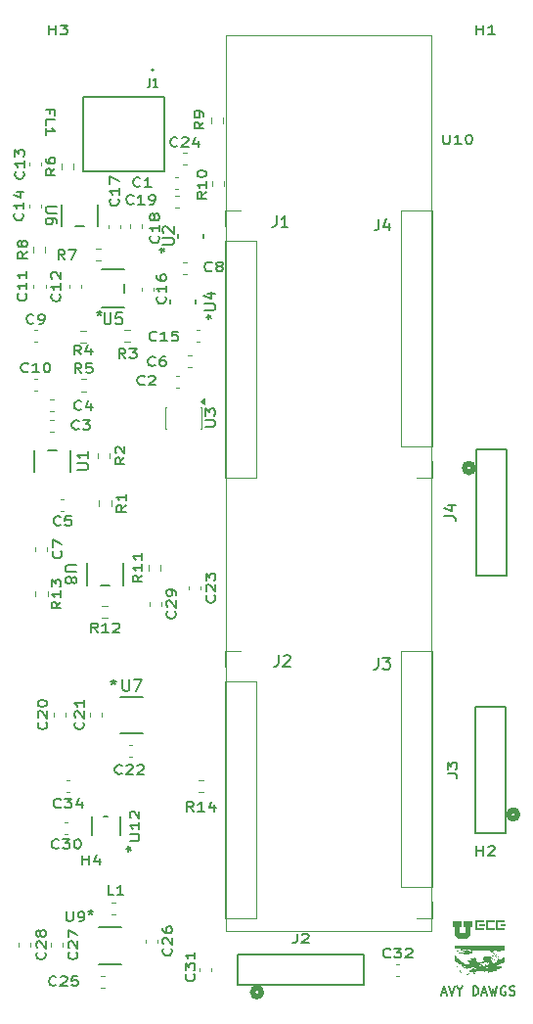
<source format=gbr>
G04 #@! TF.GenerationSoftware,KiCad,Pcbnew,9.0.0*
G04 #@! TF.CreationDate,2025-10-14T13:06:03-06:00*
G04 #@! TF.ProjectId,main_board,6d61696e-5f62-46f6-9172-642e6b696361,rev?*
G04 #@! TF.SameCoordinates,Original*
G04 #@! TF.FileFunction,Legend,Top*
G04 #@! TF.FilePolarity,Positive*
%FSLAX46Y46*%
G04 Gerber Fmt 4.6, Leading zero omitted, Abs format (unit mm)*
G04 Created by KiCad (PCBNEW 9.0.0) date 2025-10-14 13:06:03*
%MOMM*%
%LPD*%
G01*
G04 APERTURE LIST*
%ADD10C,0.150000*%
%ADD11C,0.152400*%
%ADD12C,0.508000*%
%ADD13C,0.120000*%
%ADD14C,0.200000*%
%ADD15C,0.000000*%
%ADD16C,0.100000*%
G04 APERTURE END LIST*
D10*
X155451064Y-151265723D02*
X155832017Y-151265723D01*
X155374874Y-151494295D02*
X155641541Y-150694295D01*
X155641541Y-150694295D02*
X155908207Y-151494295D01*
X156060588Y-150694295D02*
X156327255Y-151494295D01*
X156327255Y-151494295D02*
X156593921Y-150694295D01*
X157012969Y-151113342D02*
X157012969Y-151494295D01*
X156746302Y-150694295D02*
X157012969Y-151113342D01*
X157012969Y-151113342D02*
X157279635Y-150694295D01*
X158155826Y-151494295D02*
X158155826Y-150694295D01*
X158155826Y-150694295D02*
X158346302Y-150694295D01*
X158346302Y-150694295D02*
X158460588Y-150732390D01*
X158460588Y-150732390D02*
X158536778Y-150808580D01*
X158536778Y-150808580D02*
X158574873Y-150884771D01*
X158574873Y-150884771D02*
X158612969Y-151037152D01*
X158612969Y-151037152D02*
X158612969Y-151151438D01*
X158612969Y-151151438D02*
X158574873Y-151303819D01*
X158574873Y-151303819D02*
X158536778Y-151380009D01*
X158536778Y-151380009D02*
X158460588Y-151456200D01*
X158460588Y-151456200D02*
X158346302Y-151494295D01*
X158346302Y-151494295D02*
X158155826Y-151494295D01*
X158917730Y-151265723D02*
X159298683Y-151265723D01*
X158841540Y-151494295D02*
X159108207Y-150694295D01*
X159108207Y-150694295D02*
X159374873Y-151494295D01*
X159565349Y-150694295D02*
X159755825Y-151494295D01*
X159755825Y-151494295D02*
X159908206Y-150922866D01*
X159908206Y-150922866D02*
X160060587Y-151494295D01*
X160060587Y-151494295D02*
X160251064Y-150694295D01*
X160974873Y-150732390D02*
X160898683Y-150694295D01*
X160898683Y-150694295D02*
X160784397Y-150694295D01*
X160784397Y-150694295D02*
X160670111Y-150732390D01*
X160670111Y-150732390D02*
X160593921Y-150808580D01*
X160593921Y-150808580D02*
X160555826Y-150884771D01*
X160555826Y-150884771D02*
X160517730Y-151037152D01*
X160517730Y-151037152D02*
X160517730Y-151151438D01*
X160517730Y-151151438D02*
X160555826Y-151303819D01*
X160555826Y-151303819D02*
X160593921Y-151380009D01*
X160593921Y-151380009D02*
X160670111Y-151456200D01*
X160670111Y-151456200D02*
X160784397Y-151494295D01*
X160784397Y-151494295D02*
X160860588Y-151494295D01*
X160860588Y-151494295D02*
X160974873Y-151456200D01*
X160974873Y-151456200D02*
X161012969Y-151418104D01*
X161012969Y-151418104D02*
X161012969Y-151151438D01*
X161012969Y-151151438D02*
X160860588Y-151151438D01*
X161317730Y-151456200D02*
X161432016Y-151494295D01*
X161432016Y-151494295D02*
X161622492Y-151494295D01*
X161622492Y-151494295D02*
X161698683Y-151456200D01*
X161698683Y-151456200D02*
X161736778Y-151418104D01*
X161736778Y-151418104D02*
X161774873Y-151341914D01*
X161774873Y-151341914D02*
X161774873Y-151265723D01*
X161774873Y-151265723D02*
X161736778Y-151189533D01*
X161736778Y-151189533D02*
X161698683Y-151151438D01*
X161698683Y-151151438D02*
X161622492Y-151113342D01*
X161622492Y-151113342D02*
X161470111Y-151075247D01*
X161470111Y-151075247D02*
X161393921Y-151037152D01*
X161393921Y-151037152D02*
X161355826Y-150999057D01*
X161355826Y-150999057D02*
X161317730Y-150922866D01*
X161317730Y-150922866D02*
X161317730Y-150846676D01*
X161317730Y-150846676D02*
X161355826Y-150770485D01*
X161355826Y-150770485D02*
X161393921Y-150732390D01*
X161393921Y-150732390D02*
X161470111Y-150694295D01*
X161470111Y-150694295D02*
X161660588Y-150694295D01*
X161660588Y-150694295D02*
X161774873Y-150732390D01*
X155654819Y-110033333D02*
X156369104Y-110033333D01*
X156369104Y-110033333D02*
X156511961Y-110080952D01*
X156511961Y-110080952D02*
X156607200Y-110176190D01*
X156607200Y-110176190D02*
X156654819Y-110319047D01*
X156654819Y-110319047D02*
X156654819Y-110414285D01*
X155988152Y-109128571D02*
X156654819Y-109128571D01*
X155607200Y-109366666D02*
X156321485Y-109604761D01*
X156321485Y-109604761D02*
X156321485Y-108985714D01*
X128092295Y-109076666D02*
X127711342Y-109409999D01*
X128092295Y-109648094D02*
X127292295Y-109648094D01*
X127292295Y-109648094D02*
X127292295Y-109267142D01*
X127292295Y-109267142D02*
X127330390Y-109171904D01*
X127330390Y-109171904D02*
X127368485Y-109124285D01*
X127368485Y-109124285D02*
X127444676Y-109076666D01*
X127444676Y-109076666D02*
X127558961Y-109076666D01*
X127558961Y-109076666D02*
X127635152Y-109124285D01*
X127635152Y-109124285D02*
X127673247Y-109171904D01*
X127673247Y-109171904D02*
X127711342Y-109267142D01*
X127711342Y-109267142D02*
X127711342Y-109648094D01*
X128092295Y-108124285D02*
X128092295Y-108695713D01*
X128092295Y-108409999D02*
X127292295Y-108409999D01*
X127292295Y-108409999D02*
X127406580Y-108505237D01*
X127406580Y-108505237D02*
X127482771Y-108600475D01*
X127482771Y-108600475D02*
X127520866Y-108695713D01*
X142926666Y-146162295D02*
X142926666Y-146733723D01*
X142926666Y-146733723D02*
X142879047Y-146848009D01*
X142879047Y-146848009D02*
X142783809Y-146924200D01*
X142783809Y-146924200D02*
X142640952Y-146962295D01*
X142640952Y-146962295D02*
X142545714Y-146962295D01*
X143355238Y-146238485D02*
X143402857Y-146200390D01*
X143402857Y-146200390D02*
X143498095Y-146162295D01*
X143498095Y-146162295D02*
X143736190Y-146162295D01*
X143736190Y-146162295D02*
X143831428Y-146200390D01*
X143831428Y-146200390D02*
X143879047Y-146238485D01*
X143879047Y-146238485D02*
X143926666Y-146314676D01*
X143926666Y-146314676D02*
X143926666Y-146390866D01*
X143926666Y-146390866D02*
X143879047Y-146505152D01*
X143879047Y-146505152D02*
X143307619Y-146962295D01*
X143307619Y-146962295D02*
X143926666Y-146962295D01*
X120113333Y-93316104D02*
X120065714Y-93354200D01*
X120065714Y-93354200D02*
X119922857Y-93392295D01*
X119922857Y-93392295D02*
X119827619Y-93392295D01*
X119827619Y-93392295D02*
X119684762Y-93354200D01*
X119684762Y-93354200D02*
X119589524Y-93278009D01*
X119589524Y-93278009D02*
X119541905Y-93201819D01*
X119541905Y-93201819D02*
X119494286Y-93049438D01*
X119494286Y-93049438D02*
X119494286Y-92935152D01*
X119494286Y-92935152D02*
X119541905Y-92782771D01*
X119541905Y-92782771D02*
X119589524Y-92706580D01*
X119589524Y-92706580D02*
X119684762Y-92630390D01*
X119684762Y-92630390D02*
X119827619Y-92592295D01*
X119827619Y-92592295D02*
X119922857Y-92592295D01*
X119922857Y-92592295D02*
X120065714Y-92630390D01*
X120065714Y-92630390D02*
X120113333Y-92668485D01*
X120589524Y-93392295D02*
X120780000Y-93392295D01*
X120780000Y-93392295D02*
X120875238Y-93354200D01*
X120875238Y-93354200D02*
X120922857Y-93316104D01*
X120922857Y-93316104D02*
X121018095Y-93201819D01*
X121018095Y-93201819D02*
X121065714Y-93049438D01*
X121065714Y-93049438D02*
X121065714Y-92744676D01*
X121065714Y-92744676D02*
X121018095Y-92668485D01*
X121018095Y-92668485D02*
X120970476Y-92630390D01*
X120970476Y-92630390D02*
X120875238Y-92592295D01*
X120875238Y-92592295D02*
X120684762Y-92592295D01*
X120684762Y-92592295D02*
X120589524Y-92630390D01*
X120589524Y-92630390D02*
X120541905Y-92668485D01*
X120541905Y-92668485D02*
X120494286Y-92744676D01*
X120494286Y-92744676D02*
X120494286Y-92935152D01*
X120494286Y-92935152D02*
X120541905Y-93011342D01*
X120541905Y-93011342D02*
X120589524Y-93049438D01*
X120589524Y-93049438D02*
X120684762Y-93087533D01*
X120684762Y-93087533D02*
X120875238Y-93087533D01*
X120875238Y-93087533D02*
X120970476Y-93049438D01*
X120970476Y-93049438D02*
X121018095Y-93011342D01*
X121018095Y-93011342D02*
X121065714Y-92935152D01*
X134812295Y-75966666D02*
X134431342Y-76299999D01*
X134812295Y-76538094D02*
X134012295Y-76538094D01*
X134012295Y-76538094D02*
X134012295Y-76157142D01*
X134012295Y-76157142D02*
X134050390Y-76061904D01*
X134050390Y-76061904D02*
X134088485Y-76014285D01*
X134088485Y-76014285D02*
X134164676Y-75966666D01*
X134164676Y-75966666D02*
X134278961Y-75966666D01*
X134278961Y-75966666D02*
X134355152Y-76014285D01*
X134355152Y-76014285D02*
X134393247Y-76061904D01*
X134393247Y-76061904D02*
X134431342Y-76157142D01*
X134431342Y-76157142D02*
X134431342Y-76538094D01*
X134812295Y-75490475D02*
X134812295Y-75299999D01*
X134812295Y-75299999D02*
X134774200Y-75204761D01*
X134774200Y-75204761D02*
X134736104Y-75157142D01*
X134736104Y-75157142D02*
X134621819Y-75061904D01*
X134621819Y-75061904D02*
X134469438Y-75014285D01*
X134469438Y-75014285D02*
X134164676Y-75014285D01*
X134164676Y-75014285D02*
X134088485Y-75061904D01*
X134088485Y-75061904D02*
X134050390Y-75109523D01*
X134050390Y-75109523D02*
X134012295Y-75204761D01*
X134012295Y-75204761D02*
X134012295Y-75395237D01*
X134012295Y-75395237D02*
X134050390Y-75490475D01*
X134050390Y-75490475D02*
X134088485Y-75538094D01*
X134088485Y-75538094D02*
X134164676Y-75585713D01*
X134164676Y-75585713D02*
X134355152Y-75585713D01*
X134355152Y-75585713D02*
X134431342Y-75538094D01*
X134431342Y-75538094D02*
X134469438Y-75490475D01*
X134469438Y-75490475D02*
X134507533Y-75395237D01*
X134507533Y-75395237D02*
X134507533Y-75204761D01*
X134507533Y-75204761D02*
X134469438Y-75109523D01*
X134469438Y-75109523D02*
X134431342Y-75061904D01*
X134431342Y-75061904D02*
X134355152Y-75014285D01*
X121556752Y-75214404D02*
X121556752Y-74881071D01*
X121137704Y-74881071D02*
X121937704Y-74881071D01*
X121937704Y-74881071D02*
X121937704Y-75357261D01*
X121137704Y-76214404D02*
X121137704Y-75738214D01*
X121137704Y-75738214D02*
X121937704Y-75738214D01*
X121137704Y-77071547D02*
X121137704Y-76500119D01*
X121137704Y-76785833D02*
X121937704Y-76785833D01*
X121937704Y-76785833D02*
X121823419Y-76690595D01*
X121823419Y-76690595D02*
X121747228Y-76595357D01*
X121747228Y-76595357D02*
X121709133Y-76500119D01*
X122287142Y-138726104D02*
X122239523Y-138764200D01*
X122239523Y-138764200D02*
X122096666Y-138802295D01*
X122096666Y-138802295D02*
X122001428Y-138802295D01*
X122001428Y-138802295D02*
X121858571Y-138764200D01*
X121858571Y-138764200D02*
X121763333Y-138688009D01*
X121763333Y-138688009D02*
X121715714Y-138611819D01*
X121715714Y-138611819D02*
X121668095Y-138459438D01*
X121668095Y-138459438D02*
X121668095Y-138345152D01*
X121668095Y-138345152D02*
X121715714Y-138192771D01*
X121715714Y-138192771D02*
X121763333Y-138116580D01*
X121763333Y-138116580D02*
X121858571Y-138040390D01*
X121858571Y-138040390D02*
X122001428Y-138002295D01*
X122001428Y-138002295D02*
X122096666Y-138002295D01*
X122096666Y-138002295D02*
X122239523Y-138040390D01*
X122239523Y-138040390D02*
X122287142Y-138078485D01*
X122620476Y-138002295D02*
X123239523Y-138002295D01*
X123239523Y-138002295D02*
X122906190Y-138307057D01*
X122906190Y-138307057D02*
X123049047Y-138307057D01*
X123049047Y-138307057D02*
X123144285Y-138345152D01*
X123144285Y-138345152D02*
X123191904Y-138383247D01*
X123191904Y-138383247D02*
X123239523Y-138459438D01*
X123239523Y-138459438D02*
X123239523Y-138649914D01*
X123239523Y-138649914D02*
X123191904Y-138726104D01*
X123191904Y-138726104D02*
X123144285Y-138764200D01*
X123144285Y-138764200D02*
X123049047Y-138802295D01*
X123049047Y-138802295D02*
X122763333Y-138802295D01*
X122763333Y-138802295D02*
X122668095Y-138764200D01*
X122668095Y-138764200D02*
X122620476Y-138726104D01*
X123858571Y-138002295D02*
X123953809Y-138002295D01*
X123953809Y-138002295D02*
X124049047Y-138040390D01*
X124049047Y-138040390D02*
X124096666Y-138078485D01*
X124096666Y-138078485D02*
X124144285Y-138154676D01*
X124144285Y-138154676D02*
X124191904Y-138307057D01*
X124191904Y-138307057D02*
X124191904Y-138497533D01*
X124191904Y-138497533D02*
X124144285Y-138649914D01*
X124144285Y-138649914D02*
X124096666Y-138726104D01*
X124096666Y-138726104D02*
X124049047Y-138764200D01*
X124049047Y-138764200D02*
X123953809Y-138802295D01*
X123953809Y-138802295D02*
X123858571Y-138802295D01*
X123858571Y-138802295D02*
X123763333Y-138764200D01*
X123763333Y-138764200D02*
X123715714Y-138726104D01*
X123715714Y-138726104D02*
X123668095Y-138649914D01*
X123668095Y-138649914D02*
X123620476Y-138497533D01*
X123620476Y-138497533D02*
X123620476Y-138307057D01*
X123620476Y-138307057D02*
X123668095Y-138154676D01*
X123668095Y-138154676D02*
X123715714Y-138078485D01*
X123715714Y-138078485D02*
X123763333Y-138040390D01*
X123763333Y-138040390D02*
X123858571Y-138002295D01*
X122938095Y-144262295D02*
X122938095Y-144909914D01*
X122938095Y-144909914D02*
X122985714Y-144986104D01*
X122985714Y-144986104D02*
X123033333Y-145024200D01*
X123033333Y-145024200D02*
X123128571Y-145062295D01*
X123128571Y-145062295D02*
X123319047Y-145062295D01*
X123319047Y-145062295D02*
X123414285Y-145024200D01*
X123414285Y-145024200D02*
X123461904Y-144986104D01*
X123461904Y-144986104D02*
X123509523Y-144909914D01*
X123509523Y-144909914D02*
X123509523Y-144262295D01*
X124033333Y-145062295D02*
X124223809Y-145062295D01*
X124223809Y-145062295D02*
X124319047Y-145024200D01*
X124319047Y-145024200D02*
X124366666Y-144986104D01*
X124366666Y-144986104D02*
X124461904Y-144871819D01*
X124461904Y-144871819D02*
X124509523Y-144719438D01*
X124509523Y-144719438D02*
X124509523Y-144414676D01*
X124509523Y-144414676D02*
X124461904Y-144338485D01*
X124461904Y-144338485D02*
X124414285Y-144300390D01*
X124414285Y-144300390D02*
X124319047Y-144262295D01*
X124319047Y-144262295D02*
X124128571Y-144262295D01*
X124128571Y-144262295D02*
X124033333Y-144300390D01*
X124033333Y-144300390D02*
X123985714Y-144338485D01*
X123985714Y-144338485D02*
X123938095Y-144414676D01*
X123938095Y-144414676D02*
X123938095Y-144605152D01*
X123938095Y-144605152D02*
X123985714Y-144681342D01*
X123985714Y-144681342D02*
X124033333Y-144719438D01*
X124033333Y-144719438D02*
X124128571Y-144757533D01*
X124128571Y-144757533D02*
X124319047Y-144757533D01*
X124319047Y-144757533D02*
X124414285Y-144719438D01*
X124414285Y-144719438D02*
X124461904Y-144681342D01*
X124461904Y-144681342D02*
X124509523Y-144605152D01*
X125042650Y-144053819D02*
X125042650Y-144291914D01*
X124804555Y-144196676D02*
X125042650Y-144291914D01*
X125042650Y-144291914D02*
X125280745Y-144196676D01*
X124899793Y-144482390D02*
X125042650Y-144291914D01*
X125042650Y-144291914D02*
X125185507Y-144482390D01*
X119532295Y-87166666D02*
X119151342Y-87499999D01*
X119532295Y-87738094D02*
X118732295Y-87738094D01*
X118732295Y-87738094D02*
X118732295Y-87357142D01*
X118732295Y-87357142D02*
X118770390Y-87261904D01*
X118770390Y-87261904D02*
X118808485Y-87214285D01*
X118808485Y-87214285D02*
X118884676Y-87166666D01*
X118884676Y-87166666D02*
X118998961Y-87166666D01*
X118998961Y-87166666D02*
X119075152Y-87214285D01*
X119075152Y-87214285D02*
X119113247Y-87261904D01*
X119113247Y-87261904D02*
X119151342Y-87357142D01*
X119151342Y-87357142D02*
X119151342Y-87738094D01*
X119075152Y-86595237D02*
X119037057Y-86690475D01*
X119037057Y-86690475D02*
X118998961Y-86738094D01*
X118998961Y-86738094D02*
X118922771Y-86785713D01*
X118922771Y-86785713D02*
X118884676Y-86785713D01*
X118884676Y-86785713D02*
X118808485Y-86738094D01*
X118808485Y-86738094D02*
X118770390Y-86690475D01*
X118770390Y-86690475D02*
X118732295Y-86595237D01*
X118732295Y-86595237D02*
X118732295Y-86404761D01*
X118732295Y-86404761D02*
X118770390Y-86309523D01*
X118770390Y-86309523D02*
X118808485Y-86261904D01*
X118808485Y-86261904D02*
X118884676Y-86214285D01*
X118884676Y-86214285D02*
X118922771Y-86214285D01*
X118922771Y-86214285D02*
X118998961Y-86261904D01*
X118998961Y-86261904D02*
X119037057Y-86309523D01*
X119037057Y-86309523D02*
X119075152Y-86404761D01*
X119075152Y-86404761D02*
X119075152Y-86595237D01*
X119075152Y-86595237D02*
X119113247Y-86690475D01*
X119113247Y-86690475D02*
X119151342Y-86738094D01*
X119151342Y-86738094D02*
X119227533Y-86785713D01*
X119227533Y-86785713D02*
X119379914Y-86785713D01*
X119379914Y-86785713D02*
X119456104Y-86738094D01*
X119456104Y-86738094D02*
X119494200Y-86690475D01*
X119494200Y-86690475D02*
X119532295Y-86595237D01*
X119532295Y-86595237D02*
X119532295Y-86404761D01*
X119532295Y-86404761D02*
X119494200Y-86309523D01*
X119494200Y-86309523D02*
X119456104Y-86261904D01*
X119456104Y-86261904D02*
X119379914Y-86214285D01*
X119379914Y-86214285D02*
X119227533Y-86214285D01*
X119227533Y-86214285D02*
X119151342Y-86261904D01*
X119151342Y-86261904D02*
X119113247Y-86309523D01*
X119113247Y-86309523D02*
X119075152Y-86404761D01*
X119637142Y-97516104D02*
X119589523Y-97554200D01*
X119589523Y-97554200D02*
X119446666Y-97592295D01*
X119446666Y-97592295D02*
X119351428Y-97592295D01*
X119351428Y-97592295D02*
X119208571Y-97554200D01*
X119208571Y-97554200D02*
X119113333Y-97478009D01*
X119113333Y-97478009D02*
X119065714Y-97401819D01*
X119065714Y-97401819D02*
X119018095Y-97249438D01*
X119018095Y-97249438D02*
X119018095Y-97135152D01*
X119018095Y-97135152D02*
X119065714Y-96982771D01*
X119065714Y-96982771D02*
X119113333Y-96906580D01*
X119113333Y-96906580D02*
X119208571Y-96830390D01*
X119208571Y-96830390D02*
X119351428Y-96792295D01*
X119351428Y-96792295D02*
X119446666Y-96792295D01*
X119446666Y-96792295D02*
X119589523Y-96830390D01*
X119589523Y-96830390D02*
X119637142Y-96868485D01*
X120589523Y-97592295D02*
X120018095Y-97592295D01*
X120303809Y-97592295D02*
X120303809Y-96792295D01*
X120303809Y-96792295D02*
X120208571Y-96906580D01*
X120208571Y-96906580D02*
X120113333Y-96982771D01*
X120113333Y-96982771D02*
X120018095Y-97020866D01*
X121208571Y-96792295D02*
X121303809Y-96792295D01*
X121303809Y-96792295D02*
X121399047Y-96830390D01*
X121399047Y-96830390D02*
X121446666Y-96868485D01*
X121446666Y-96868485D02*
X121494285Y-96944676D01*
X121494285Y-96944676D02*
X121541904Y-97097057D01*
X121541904Y-97097057D02*
X121541904Y-97287533D01*
X121541904Y-97287533D02*
X121494285Y-97439914D01*
X121494285Y-97439914D02*
X121446666Y-97516104D01*
X121446666Y-97516104D02*
X121399047Y-97554200D01*
X121399047Y-97554200D02*
X121303809Y-97592295D01*
X121303809Y-97592295D02*
X121208571Y-97592295D01*
X121208571Y-97592295D02*
X121113333Y-97554200D01*
X121113333Y-97554200D02*
X121065714Y-97516104D01*
X121065714Y-97516104D02*
X121018095Y-97439914D01*
X121018095Y-97439914D02*
X120970476Y-97287533D01*
X120970476Y-97287533D02*
X120970476Y-97097057D01*
X120970476Y-97097057D02*
X121018095Y-96944676D01*
X121018095Y-96944676D02*
X121065714Y-96868485D01*
X121065714Y-96868485D02*
X121113333Y-96830390D01*
X121113333Y-96830390D02*
X121208571Y-96792295D01*
X128462295Y-138098094D02*
X129109914Y-138098094D01*
X129109914Y-138098094D02*
X129186104Y-138050475D01*
X129186104Y-138050475D02*
X129224200Y-138002856D01*
X129224200Y-138002856D02*
X129262295Y-137907618D01*
X129262295Y-137907618D02*
X129262295Y-137717142D01*
X129262295Y-137717142D02*
X129224200Y-137621904D01*
X129224200Y-137621904D02*
X129186104Y-137574285D01*
X129186104Y-137574285D02*
X129109914Y-137526666D01*
X129109914Y-137526666D02*
X128462295Y-137526666D01*
X129262295Y-136526666D02*
X129262295Y-137098094D01*
X129262295Y-136812380D02*
X128462295Y-136812380D01*
X128462295Y-136812380D02*
X128576580Y-136907618D01*
X128576580Y-136907618D02*
X128652771Y-137002856D01*
X128652771Y-137002856D02*
X128690866Y-137098094D01*
X128538485Y-136145713D02*
X128500390Y-136098094D01*
X128500390Y-136098094D02*
X128462295Y-136002856D01*
X128462295Y-136002856D02*
X128462295Y-135764761D01*
X128462295Y-135764761D02*
X128500390Y-135669523D01*
X128500390Y-135669523D02*
X128538485Y-135621904D01*
X128538485Y-135621904D02*
X128614676Y-135574285D01*
X128614676Y-135574285D02*
X128690866Y-135574285D01*
X128690866Y-135574285D02*
X128805152Y-135621904D01*
X128805152Y-135621904D02*
X129262295Y-136193332D01*
X129262295Y-136193332D02*
X129262295Y-135574285D01*
X128154819Y-138799999D02*
X128392914Y-138799999D01*
X128297676Y-139038094D02*
X128392914Y-138799999D01*
X128392914Y-138799999D02*
X128297676Y-138561904D01*
X128583390Y-138942856D02*
X128392914Y-138799999D01*
X128392914Y-138799999D02*
X128583390Y-138657142D01*
X130186667Y-72162295D02*
X130186667Y-72733723D01*
X130186667Y-72733723D02*
X130156190Y-72848009D01*
X130156190Y-72848009D02*
X130095238Y-72924200D01*
X130095238Y-72924200D02*
X130003809Y-72962295D01*
X130003809Y-72962295D02*
X129942857Y-72962295D01*
X130826667Y-72962295D02*
X130460952Y-72962295D01*
X130643809Y-72962295D02*
X130643809Y-72162295D01*
X130643809Y-72162295D02*
X130582857Y-72276580D01*
X130582857Y-72276580D02*
X130521905Y-72352771D01*
X130521905Y-72352771D02*
X130460952Y-72390866D01*
X124318095Y-140182295D02*
X124318095Y-139382295D01*
X124318095Y-139763247D02*
X124889523Y-139763247D01*
X124889523Y-140182295D02*
X124889523Y-139382295D01*
X125794285Y-139648961D02*
X125794285Y-140182295D01*
X125556190Y-139344200D02*
X125318095Y-139915628D01*
X125318095Y-139915628D02*
X125937142Y-139915628D01*
X127046112Y-142762295D02*
X126569922Y-142762295D01*
X126569922Y-142762295D02*
X126569922Y-141962295D01*
X127903255Y-142762295D02*
X127331827Y-142762295D01*
X127617541Y-142762295D02*
X127617541Y-141962295D01*
X127617541Y-141962295D02*
X127522303Y-142076580D01*
X127522303Y-142076580D02*
X127427065Y-142152771D01*
X127427065Y-142152771D02*
X127331827Y-142190866D01*
X124263333Y-97642295D02*
X123930000Y-97261342D01*
X123691905Y-97642295D02*
X123691905Y-96842295D01*
X123691905Y-96842295D02*
X124072857Y-96842295D01*
X124072857Y-96842295D02*
X124168095Y-96880390D01*
X124168095Y-96880390D02*
X124215714Y-96918485D01*
X124215714Y-96918485D02*
X124263333Y-96994676D01*
X124263333Y-96994676D02*
X124263333Y-97108961D01*
X124263333Y-97108961D02*
X124215714Y-97185152D01*
X124215714Y-97185152D02*
X124168095Y-97223247D01*
X124168095Y-97223247D02*
X124072857Y-97261342D01*
X124072857Y-97261342D02*
X123691905Y-97261342D01*
X125168095Y-96842295D02*
X124691905Y-96842295D01*
X124691905Y-96842295D02*
X124644286Y-97223247D01*
X124644286Y-97223247D02*
X124691905Y-97185152D01*
X124691905Y-97185152D02*
X124787143Y-97147057D01*
X124787143Y-97147057D02*
X125025238Y-97147057D01*
X125025238Y-97147057D02*
X125120476Y-97185152D01*
X125120476Y-97185152D02*
X125168095Y-97223247D01*
X125168095Y-97223247D02*
X125215714Y-97299438D01*
X125215714Y-97299438D02*
X125215714Y-97489914D01*
X125215714Y-97489914D02*
X125168095Y-97566104D01*
X125168095Y-97566104D02*
X125120476Y-97604200D01*
X125120476Y-97604200D02*
X125025238Y-97642295D01*
X125025238Y-97642295D02*
X124787143Y-97642295D01*
X124787143Y-97642295D02*
X124691905Y-97604200D01*
X124691905Y-97604200D02*
X124644286Y-97566104D01*
X134854819Y-92244004D02*
X135664342Y-92244004D01*
X135664342Y-92244004D02*
X135759580Y-92196385D01*
X135759580Y-92196385D02*
X135807200Y-92148766D01*
X135807200Y-92148766D02*
X135854819Y-92053528D01*
X135854819Y-92053528D02*
X135854819Y-91863052D01*
X135854819Y-91863052D02*
X135807200Y-91767814D01*
X135807200Y-91767814D02*
X135759580Y-91720195D01*
X135759580Y-91720195D02*
X135664342Y-91672576D01*
X135664342Y-91672576D02*
X134854819Y-91672576D01*
X135188152Y-90767814D02*
X135854819Y-90767814D01*
X134807200Y-91005909D02*
X135521485Y-91244004D01*
X135521485Y-91244004D02*
X135521485Y-90624957D01*
X135054819Y-92799999D02*
X135292914Y-92799999D01*
X135197676Y-93038094D02*
X135292914Y-92799999D01*
X135292914Y-92799999D02*
X135197676Y-92561904D01*
X135483390Y-92942856D02*
X135292914Y-92799999D01*
X135292914Y-92799999D02*
X135483390Y-92657142D01*
X132006104Y-147442857D02*
X132044200Y-147490476D01*
X132044200Y-147490476D02*
X132082295Y-147633333D01*
X132082295Y-147633333D02*
X132082295Y-147728571D01*
X132082295Y-147728571D02*
X132044200Y-147871428D01*
X132044200Y-147871428D02*
X131968009Y-147966666D01*
X131968009Y-147966666D02*
X131891819Y-148014285D01*
X131891819Y-148014285D02*
X131739438Y-148061904D01*
X131739438Y-148061904D02*
X131625152Y-148061904D01*
X131625152Y-148061904D02*
X131472771Y-148014285D01*
X131472771Y-148014285D02*
X131396580Y-147966666D01*
X131396580Y-147966666D02*
X131320390Y-147871428D01*
X131320390Y-147871428D02*
X131282295Y-147728571D01*
X131282295Y-147728571D02*
X131282295Y-147633333D01*
X131282295Y-147633333D02*
X131320390Y-147490476D01*
X131320390Y-147490476D02*
X131358485Y-147442857D01*
X131358485Y-147061904D02*
X131320390Y-147014285D01*
X131320390Y-147014285D02*
X131282295Y-146919047D01*
X131282295Y-146919047D02*
X131282295Y-146680952D01*
X131282295Y-146680952D02*
X131320390Y-146585714D01*
X131320390Y-146585714D02*
X131358485Y-146538095D01*
X131358485Y-146538095D02*
X131434676Y-146490476D01*
X131434676Y-146490476D02*
X131510866Y-146490476D01*
X131510866Y-146490476D02*
X131625152Y-146538095D01*
X131625152Y-146538095D02*
X132082295Y-147109523D01*
X132082295Y-147109523D02*
X132082295Y-146490476D01*
X131282295Y-145633333D02*
X131282295Y-145823809D01*
X131282295Y-145823809D02*
X131320390Y-145919047D01*
X131320390Y-145919047D02*
X131358485Y-145966666D01*
X131358485Y-145966666D02*
X131472771Y-146061904D01*
X131472771Y-146061904D02*
X131625152Y-146109523D01*
X131625152Y-146109523D02*
X131929914Y-146109523D01*
X131929914Y-146109523D02*
X132006104Y-146061904D01*
X132006104Y-146061904D02*
X132044200Y-146014285D01*
X132044200Y-146014285D02*
X132082295Y-145919047D01*
X132082295Y-145919047D02*
X132082295Y-145728571D01*
X132082295Y-145728571D02*
X132044200Y-145633333D01*
X132044200Y-145633333D02*
X132006104Y-145585714D01*
X132006104Y-145585714D02*
X131929914Y-145538095D01*
X131929914Y-145538095D02*
X131739438Y-145538095D01*
X131739438Y-145538095D02*
X131663247Y-145585714D01*
X131663247Y-145585714D02*
X131625152Y-145633333D01*
X131625152Y-145633333D02*
X131587057Y-145728571D01*
X131587057Y-145728571D02*
X131587057Y-145919047D01*
X131587057Y-145919047D02*
X131625152Y-146014285D01*
X131625152Y-146014285D02*
X131663247Y-146061904D01*
X131663247Y-146061904D02*
X131739438Y-146109523D01*
X130737142Y-94796104D02*
X130689523Y-94834200D01*
X130689523Y-94834200D02*
X130546666Y-94872295D01*
X130546666Y-94872295D02*
X130451428Y-94872295D01*
X130451428Y-94872295D02*
X130308571Y-94834200D01*
X130308571Y-94834200D02*
X130213333Y-94758009D01*
X130213333Y-94758009D02*
X130165714Y-94681819D01*
X130165714Y-94681819D02*
X130118095Y-94529438D01*
X130118095Y-94529438D02*
X130118095Y-94415152D01*
X130118095Y-94415152D02*
X130165714Y-94262771D01*
X130165714Y-94262771D02*
X130213333Y-94186580D01*
X130213333Y-94186580D02*
X130308571Y-94110390D01*
X130308571Y-94110390D02*
X130451428Y-94072295D01*
X130451428Y-94072295D02*
X130546666Y-94072295D01*
X130546666Y-94072295D02*
X130689523Y-94110390D01*
X130689523Y-94110390D02*
X130737142Y-94148485D01*
X131689523Y-94872295D02*
X131118095Y-94872295D01*
X131403809Y-94872295D02*
X131403809Y-94072295D01*
X131403809Y-94072295D02*
X131308571Y-94186580D01*
X131308571Y-94186580D02*
X131213333Y-94262771D01*
X131213333Y-94262771D02*
X131118095Y-94300866D01*
X132594285Y-94072295D02*
X132118095Y-94072295D01*
X132118095Y-94072295D02*
X132070476Y-94453247D01*
X132070476Y-94453247D02*
X132118095Y-94415152D01*
X132118095Y-94415152D02*
X132213333Y-94377057D01*
X132213333Y-94377057D02*
X132451428Y-94377057D01*
X132451428Y-94377057D02*
X132546666Y-94415152D01*
X132546666Y-94415152D02*
X132594285Y-94453247D01*
X132594285Y-94453247D02*
X132641904Y-94529438D01*
X132641904Y-94529438D02*
X132641904Y-94719914D01*
X132641904Y-94719914D02*
X132594285Y-94796104D01*
X132594285Y-94796104D02*
X132546666Y-94834200D01*
X132546666Y-94834200D02*
X132451428Y-94872295D01*
X132451428Y-94872295D02*
X132213333Y-94872295D01*
X132213333Y-94872295D02*
X132118095Y-94834200D01*
X132118095Y-94834200D02*
X132070476Y-94796104D01*
X133976104Y-149657857D02*
X134014200Y-149705476D01*
X134014200Y-149705476D02*
X134052295Y-149848333D01*
X134052295Y-149848333D02*
X134052295Y-149943571D01*
X134052295Y-149943571D02*
X134014200Y-150086428D01*
X134014200Y-150086428D02*
X133938009Y-150181666D01*
X133938009Y-150181666D02*
X133861819Y-150229285D01*
X133861819Y-150229285D02*
X133709438Y-150276904D01*
X133709438Y-150276904D02*
X133595152Y-150276904D01*
X133595152Y-150276904D02*
X133442771Y-150229285D01*
X133442771Y-150229285D02*
X133366580Y-150181666D01*
X133366580Y-150181666D02*
X133290390Y-150086428D01*
X133290390Y-150086428D02*
X133252295Y-149943571D01*
X133252295Y-149943571D02*
X133252295Y-149848333D01*
X133252295Y-149848333D02*
X133290390Y-149705476D01*
X133290390Y-149705476D02*
X133328485Y-149657857D01*
X133252295Y-149324523D02*
X133252295Y-148705476D01*
X133252295Y-148705476D02*
X133557057Y-149038809D01*
X133557057Y-149038809D02*
X133557057Y-148895952D01*
X133557057Y-148895952D02*
X133595152Y-148800714D01*
X133595152Y-148800714D02*
X133633247Y-148753095D01*
X133633247Y-148753095D02*
X133709438Y-148705476D01*
X133709438Y-148705476D02*
X133899914Y-148705476D01*
X133899914Y-148705476D02*
X133976104Y-148753095D01*
X133976104Y-148753095D02*
X134014200Y-148800714D01*
X134014200Y-148800714D02*
X134052295Y-148895952D01*
X134052295Y-148895952D02*
X134052295Y-149181666D01*
X134052295Y-149181666D02*
X134014200Y-149276904D01*
X134014200Y-149276904D02*
X133976104Y-149324523D01*
X134052295Y-147753095D02*
X134052295Y-148324523D01*
X134052295Y-148038809D02*
X133252295Y-148038809D01*
X133252295Y-148038809D02*
X133366580Y-148134047D01*
X133366580Y-148134047D02*
X133442771Y-148229285D01*
X133442771Y-148229285D02*
X133480866Y-148324523D01*
X122433333Y-110776104D02*
X122385714Y-110814200D01*
X122385714Y-110814200D02*
X122242857Y-110852295D01*
X122242857Y-110852295D02*
X122147619Y-110852295D01*
X122147619Y-110852295D02*
X122004762Y-110814200D01*
X122004762Y-110814200D02*
X121909524Y-110738009D01*
X121909524Y-110738009D02*
X121861905Y-110661819D01*
X121861905Y-110661819D02*
X121814286Y-110509438D01*
X121814286Y-110509438D02*
X121814286Y-110395152D01*
X121814286Y-110395152D02*
X121861905Y-110242771D01*
X121861905Y-110242771D02*
X121909524Y-110166580D01*
X121909524Y-110166580D02*
X122004762Y-110090390D01*
X122004762Y-110090390D02*
X122147619Y-110052295D01*
X122147619Y-110052295D02*
X122242857Y-110052295D01*
X122242857Y-110052295D02*
X122385714Y-110090390D01*
X122385714Y-110090390D02*
X122433333Y-110128485D01*
X123338095Y-110052295D02*
X122861905Y-110052295D01*
X122861905Y-110052295D02*
X122814286Y-110433247D01*
X122814286Y-110433247D02*
X122861905Y-110395152D01*
X122861905Y-110395152D02*
X122957143Y-110357057D01*
X122957143Y-110357057D02*
X123195238Y-110357057D01*
X123195238Y-110357057D02*
X123290476Y-110395152D01*
X123290476Y-110395152D02*
X123338095Y-110433247D01*
X123338095Y-110433247D02*
X123385714Y-110509438D01*
X123385714Y-110509438D02*
X123385714Y-110699914D01*
X123385714Y-110699914D02*
X123338095Y-110776104D01*
X123338095Y-110776104D02*
X123290476Y-110814200D01*
X123290476Y-110814200D02*
X123195238Y-110852295D01*
X123195238Y-110852295D02*
X122957143Y-110852295D01*
X122957143Y-110852295D02*
X122861905Y-110814200D01*
X122861905Y-110814200D02*
X122814286Y-110776104D01*
X121962295Y-79966666D02*
X121581342Y-80299999D01*
X121962295Y-80538094D02*
X121162295Y-80538094D01*
X121162295Y-80538094D02*
X121162295Y-80157142D01*
X121162295Y-80157142D02*
X121200390Y-80061904D01*
X121200390Y-80061904D02*
X121238485Y-80014285D01*
X121238485Y-80014285D02*
X121314676Y-79966666D01*
X121314676Y-79966666D02*
X121428961Y-79966666D01*
X121428961Y-79966666D02*
X121505152Y-80014285D01*
X121505152Y-80014285D02*
X121543247Y-80061904D01*
X121543247Y-80061904D02*
X121581342Y-80157142D01*
X121581342Y-80157142D02*
X121581342Y-80538094D01*
X121162295Y-79109523D02*
X121162295Y-79299999D01*
X121162295Y-79299999D02*
X121200390Y-79395237D01*
X121200390Y-79395237D02*
X121238485Y-79442856D01*
X121238485Y-79442856D02*
X121352771Y-79538094D01*
X121352771Y-79538094D02*
X121505152Y-79585713D01*
X121505152Y-79585713D02*
X121809914Y-79585713D01*
X121809914Y-79585713D02*
X121886104Y-79538094D01*
X121886104Y-79538094D02*
X121924200Y-79490475D01*
X121924200Y-79490475D02*
X121962295Y-79395237D01*
X121962295Y-79395237D02*
X121962295Y-79204761D01*
X121962295Y-79204761D02*
X121924200Y-79109523D01*
X121924200Y-79109523D02*
X121886104Y-79061904D01*
X121886104Y-79061904D02*
X121809914Y-79014285D01*
X121809914Y-79014285D02*
X121619438Y-79014285D01*
X121619438Y-79014285D02*
X121543247Y-79061904D01*
X121543247Y-79061904D02*
X121505152Y-79109523D01*
X121505152Y-79109523D02*
X121467057Y-79204761D01*
X121467057Y-79204761D02*
X121467057Y-79395237D01*
X121467057Y-79395237D02*
X121505152Y-79490475D01*
X121505152Y-79490475D02*
X121543247Y-79538094D01*
X121543247Y-79538094D02*
X121619438Y-79585713D01*
X123845180Y-114298095D02*
X123035657Y-114298095D01*
X123035657Y-114298095D02*
X122940419Y-114345714D01*
X122940419Y-114345714D02*
X122892800Y-114393333D01*
X122892800Y-114393333D02*
X122845180Y-114488571D01*
X122845180Y-114488571D02*
X122845180Y-114679047D01*
X122845180Y-114679047D02*
X122892800Y-114774285D01*
X122892800Y-114774285D02*
X122940419Y-114821904D01*
X122940419Y-114821904D02*
X123035657Y-114869523D01*
X123035657Y-114869523D02*
X123845180Y-114869523D01*
X123416609Y-115488571D02*
X123464228Y-115393333D01*
X123464228Y-115393333D02*
X123511847Y-115345714D01*
X123511847Y-115345714D02*
X123607085Y-115298095D01*
X123607085Y-115298095D02*
X123654704Y-115298095D01*
X123654704Y-115298095D02*
X123749942Y-115345714D01*
X123749942Y-115345714D02*
X123797561Y-115393333D01*
X123797561Y-115393333D02*
X123845180Y-115488571D01*
X123845180Y-115488571D02*
X123845180Y-115679047D01*
X123845180Y-115679047D02*
X123797561Y-115774285D01*
X123797561Y-115774285D02*
X123749942Y-115821904D01*
X123749942Y-115821904D02*
X123654704Y-115869523D01*
X123654704Y-115869523D02*
X123607085Y-115869523D01*
X123607085Y-115869523D02*
X123511847Y-115821904D01*
X123511847Y-115821904D02*
X123464228Y-115774285D01*
X123464228Y-115774285D02*
X123416609Y-115679047D01*
X123416609Y-115679047D02*
X123416609Y-115488571D01*
X123416609Y-115488571D02*
X123368990Y-115393333D01*
X123368990Y-115393333D02*
X123321371Y-115345714D01*
X123321371Y-115345714D02*
X123226133Y-115298095D01*
X123226133Y-115298095D02*
X123035657Y-115298095D01*
X123035657Y-115298095D02*
X122940419Y-115345714D01*
X122940419Y-115345714D02*
X122892800Y-115393333D01*
X122892800Y-115393333D02*
X122845180Y-115488571D01*
X122845180Y-115488571D02*
X122845180Y-115679047D01*
X122845180Y-115679047D02*
X122892800Y-115774285D01*
X122892800Y-115774285D02*
X122940419Y-115821904D01*
X122940419Y-115821904D02*
X123035657Y-115869523D01*
X123035657Y-115869523D02*
X123226133Y-115869523D01*
X123226133Y-115869523D02*
X123321371Y-115821904D01*
X123321371Y-115821904D02*
X123368990Y-115774285D01*
X123368990Y-115774285D02*
X123416609Y-115679047D01*
X123836104Y-147757857D02*
X123874200Y-147805476D01*
X123874200Y-147805476D02*
X123912295Y-147948333D01*
X123912295Y-147948333D02*
X123912295Y-148043571D01*
X123912295Y-148043571D02*
X123874200Y-148186428D01*
X123874200Y-148186428D02*
X123798009Y-148281666D01*
X123798009Y-148281666D02*
X123721819Y-148329285D01*
X123721819Y-148329285D02*
X123569438Y-148376904D01*
X123569438Y-148376904D02*
X123455152Y-148376904D01*
X123455152Y-148376904D02*
X123302771Y-148329285D01*
X123302771Y-148329285D02*
X123226580Y-148281666D01*
X123226580Y-148281666D02*
X123150390Y-148186428D01*
X123150390Y-148186428D02*
X123112295Y-148043571D01*
X123112295Y-148043571D02*
X123112295Y-147948333D01*
X123112295Y-147948333D02*
X123150390Y-147805476D01*
X123150390Y-147805476D02*
X123188485Y-147757857D01*
X123188485Y-147376904D02*
X123150390Y-147329285D01*
X123150390Y-147329285D02*
X123112295Y-147234047D01*
X123112295Y-147234047D02*
X123112295Y-146995952D01*
X123112295Y-146995952D02*
X123150390Y-146900714D01*
X123150390Y-146900714D02*
X123188485Y-146853095D01*
X123188485Y-146853095D02*
X123264676Y-146805476D01*
X123264676Y-146805476D02*
X123340866Y-146805476D01*
X123340866Y-146805476D02*
X123455152Y-146853095D01*
X123455152Y-146853095D02*
X123912295Y-147424523D01*
X123912295Y-147424523D02*
X123912295Y-146805476D01*
X123112295Y-146472142D02*
X123112295Y-145805476D01*
X123112295Y-145805476D02*
X123912295Y-146234047D01*
X119216104Y-80252857D02*
X119254200Y-80300476D01*
X119254200Y-80300476D02*
X119292295Y-80443333D01*
X119292295Y-80443333D02*
X119292295Y-80538571D01*
X119292295Y-80538571D02*
X119254200Y-80681428D01*
X119254200Y-80681428D02*
X119178009Y-80776666D01*
X119178009Y-80776666D02*
X119101819Y-80824285D01*
X119101819Y-80824285D02*
X118949438Y-80871904D01*
X118949438Y-80871904D02*
X118835152Y-80871904D01*
X118835152Y-80871904D02*
X118682771Y-80824285D01*
X118682771Y-80824285D02*
X118606580Y-80776666D01*
X118606580Y-80776666D02*
X118530390Y-80681428D01*
X118530390Y-80681428D02*
X118492295Y-80538571D01*
X118492295Y-80538571D02*
X118492295Y-80443333D01*
X118492295Y-80443333D02*
X118530390Y-80300476D01*
X118530390Y-80300476D02*
X118568485Y-80252857D01*
X119292295Y-79300476D02*
X119292295Y-79871904D01*
X119292295Y-79586190D02*
X118492295Y-79586190D01*
X118492295Y-79586190D02*
X118606580Y-79681428D01*
X118606580Y-79681428D02*
X118682771Y-79776666D01*
X118682771Y-79776666D02*
X118720866Y-79871904D01*
X118492295Y-78967142D02*
X118492295Y-78348095D01*
X118492295Y-78348095D02*
X118797057Y-78681428D01*
X118797057Y-78681428D02*
X118797057Y-78538571D01*
X118797057Y-78538571D02*
X118835152Y-78443333D01*
X118835152Y-78443333D02*
X118873247Y-78395714D01*
X118873247Y-78395714D02*
X118949438Y-78348095D01*
X118949438Y-78348095D02*
X119139914Y-78348095D01*
X119139914Y-78348095D02*
X119216104Y-78395714D01*
X119216104Y-78395714D02*
X119254200Y-78443333D01*
X119254200Y-78443333D02*
X119292295Y-78538571D01*
X119292295Y-78538571D02*
X119292295Y-78824285D01*
X119292295Y-78824285D02*
X119254200Y-78919523D01*
X119254200Y-78919523D02*
X119216104Y-78967142D01*
X130916104Y-85802857D02*
X130954200Y-85850476D01*
X130954200Y-85850476D02*
X130992295Y-85993333D01*
X130992295Y-85993333D02*
X130992295Y-86088571D01*
X130992295Y-86088571D02*
X130954200Y-86231428D01*
X130954200Y-86231428D02*
X130878009Y-86326666D01*
X130878009Y-86326666D02*
X130801819Y-86374285D01*
X130801819Y-86374285D02*
X130649438Y-86421904D01*
X130649438Y-86421904D02*
X130535152Y-86421904D01*
X130535152Y-86421904D02*
X130382771Y-86374285D01*
X130382771Y-86374285D02*
X130306580Y-86326666D01*
X130306580Y-86326666D02*
X130230390Y-86231428D01*
X130230390Y-86231428D02*
X130192295Y-86088571D01*
X130192295Y-86088571D02*
X130192295Y-85993333D01*
X130192295Y-85993333D02*
X130230390Y-85850476D01*
X130230390Y-85850476D02*
X130268485Y-85802857D01*
X130992295Y-84850476D02*
X130992295Y-85421904D01*
X130992295Y-85136190D02*
X130192295Y-85136190D01*
X130192295Y-85136190D02*
X130306580Y-85231428D01*
X130306580Y-85231428D02*
X130382771Y-85326666D01*
X130382771Y-85326666D02*
X130420866Y-85421904D01*
X130535152Y-84279047D02*
X130497057Y-84374285D01*
X130497057Y-84374285D02*
X130458961Y-84421904D01*
X130458961Y-84421904D02*
X130382771Y-84469523D01*
X130382771Y-84469523D02*
X130344676Y-84469523D01*
X130344676Y-84469523D02*
X130268485Y-84421904D01*
X130268485Y-84421904D02*
X130230390Y-84374285D01*
X130230390Y-84374285D02*
X130192295Y-84279047D01*
X130192295Y-84279047D02*
X130192295Y-84088571D01*
X130192295Y-84088571D02*
X130230390Y-83993333D01*
X130230390Y-83993333D02*
X130268485Y-83945714D01*
X130268485Y-83945714D02*
X130344676Y-83898095D01*
X130344676Y-83898095D02*
X130382771Y-83898095D01*
X130382771Y-83898095D02*
X130458961Y-83945714D01*
X130458961Y-83945714D02*
X130497057Y-83993333D01*
X130497057Y-83993333D02*
X130535152Y-84088571D01*
X130535152Y-84088571D02*
X130535152Y-84279047D01*
X130535152Y-84279047D02*
X130573247Y-84374285D01*
X130573247Y-84374285D02*
X130611342Y-84421904D01*
X130611342Y-84421904D02*
X130687533Y-84469523D01*
X130687533Y-84469523D02*
X130839914Y-84469523D01*
X130839914Y-84469523D02*
X130916104Y-84421904D01*
X130916104Y-84421904D02*
X130954200Y-84374285D01*
X130954200Y-84374285D02*
X130992295Y-84279047D01*
X130992295Y-84279047D02*
X130992295Y-84088571D01*
X130992295Y-84088571D02*
X130954200Y-83993333D01*
X130954200Y-83993333D02*
X130916104Y-83945714D01*
X130916104Y-83945714D02*
X130839914Y-83898095D01*
X130839914Y-83898095D02*
X130687533Y-83898095D01*
X130687533Y-83898095D02*
X130611342Y-83945714D01*
X130611342Y-83945714D02*
X130573247Y-83993333D01*
X130573247Y-83993333D02*
X130535152Y-84088571D01*
X124033333Y-102486104D02*
X123985714Y-102524200D01*
X123985714Y-102524200D02*
X123842857Y-102562295D01*
X123842857Y-102562295D02*
X123747619Y-102562295D01*
X123747619Y-102562295D02*
X123604762Y-102524200D01*
X123604762Y-102524200D02*
X123509524Y-102448009D01*
X123509524Y-102448009D02*
X123461905Y-102371819D01*
X123461905Y-102371819D02*
X123414286Y-102219438D01*
X123414286Y-102219438D02*
X123414286Y-102105152D01*
X123414286Y-102105152D02*
X123461905Y-101952771D01*
X123461905Y-101952771D02*
X123509524Y-101876580D01*
X123509524Y-101876580D02*
X123604762Y-101800390D01*
X123604762Y-101800390D02*
X123747619Y-101762295D01*
X123747619Y-101762295D02*
X123842857Y-101762295D01*
X123842857Y-101762295D02*
X123985714Y-101800390D01*
X123985714Y-101800390D02*
X124033333Y-101838485D01*
X124366667Y-101762295D02*
X124985714Y-101762295D01*
X124985714Y-101762295D02*
X124652381Y-102067057D01*
X124652381Y-102067057D02*
X124795238Y-102067057D01*
X124795238Y-102067057D02*
X124890476Y-102105152D01*
X124890476Y-102105152D02*
X124938095Y-102143247D01*
X124938095Y-102143247D02*
X124985714Y-102219438D01*
X124985714Y-102219438D02*
X124985714Y-102409914D01*
X124985714Y-102409914D02*
X124938095Y-102486104D01*
X124938095Y-102486104D02*
X124890476Y-102524200D01*
X124890476Y-102524200D02*
X124795238Y-102562295D01*
X124795238Y-102562295D02*
X124509524Y-102562295D01*
X124509524Y-102562295D02*
X124414286Y-102524200D01*
X124414286Y-102524200D02*
X124366667Y-102486104D01*
X125637142Y-120102295D02*
X125303809Y-119721342D01*
X125065714Y-120102295D02*
X125065714Y-119302295D01*
X125065714Y-119302295D02*
X125446666Y-119302295D01*
X125446666Y-119302295D02*
X125541904Y-119340390D01*
X125541904Y-119340390D02*
X125589523Y-119378485D01*
X125589523Y-119378485D02*
X125637142Y-119454676D01*
X125637142Y-119454676D02*
X125637142Y-119568961D01*
X125637142Y-119568961D02*
X125589523Y-119645152D01*
X125589523Y-119645152D02*
X125541904Y-119683247D01*
X125541904Y-119683247D02*
X125446666Y-119721342D01*
X125446666Y-119721342D02*
X125065714Y-119721342D01*
X126589523Y-120102295D02*
X126018095Y-120102295D01*
X126303809Y-120102295D02*
X126303809Y-119302295D01*
X126303809Y-119302295D02*
X126208571Y-119416580D01*
X126208571Y-119416580D02*
X126113333Y-119492771D01*
X126113333Y-119492771D02*
X126018095Y-119530866D01*
X126970476Y-119378485D02*
X127018095Y-119340390D01*
X127018095Y-119340390D02*
X127113333Y-119302295D01*
X127113333Y-119302295D02*
X127351428Y-119302295D01*
X127351428Y-119302295D02*
X127446666Y-119340390D01*
X127446666Y-119340390D02*
X127494285Y-119378485D01*
X127494285Y-119378485D02*
X127541904Y-119454676D01*
X127541904Y-119454676D02*
X127541904Y-119530866D01*
X127541904Y-119530866D02*
X127494285Y-119645152D01*
X127494285Y-119645152D02*
X126922857Y-120102295D01*
X126922857Y-120102295D02*
X127541904Y-120102295D01*
X155962295Y-132333333D02*
X156533723Y-132333333D01*
X156533723Y-132333333D02*
X156648009Y-132380952D01*
X156648009Y-132380952D02*
X156724200Y-132476190D01*
X156724200Y-132476190D02*
X156762295Y-132619047D01*
X156762295Y-132619047D02*
X156762295Y-132714285D01*
X155962295Y-131952380D02*
X155962295Y-131333333D01*
X155962295Y-131333333D02*
X156267057Y-131666666D01*
X156267057Y-131666666D02*
X156267057Y-131523809D01*
X156267057Y-131523809D02*
X156305152Y-131428571D01*
X156305152Y-131428571D02*
X156343247Y-131380952D01*
X156343247Y-131380952D02*
X156419438Y-131333333D01*
X156419438Y-131333333D02*
X156609914Y-131333333D01*
X156609914Y-131333333D02*
X156686104Y-131380952D01*
X156686104Y-131380952D02*
X156724200Y-131428571D01*
X156724200Y-131428571D02*
X156762295Y-131523809D01*
X156762295Y-131523809D02*
X156762295Y-131809523D01*
X156762295Y-131809523D02*
X156724200Y-131904761D01*
X156724200Y-131904761D02*
X156686104Y-131952380D01*
X124213333Y-96062295D02*
X123880000Y-95681342D01*
X123641905Y-96062295D02*
X123641905Y-95262295D01*
X123641905Y-95262295D02*
X124022857Y-95262295D01*
X124022857Y-95262295D02*
X124118095Y-95300390D01*
X124118095Y-95300390D02*
X124165714Y-95338485D01*
X124165714Y-95338485D02*
X124213333Y-95414676D01*
X124213333Y-95414676D02*
X124213333Y-95528961D01*
X124213333Y-95528961D02*
X124165714Y-95605152D01*
X124165714Y-95605152D02*
X124118095Y-95643247D01*
X124118095Y-95643247D02*
X124022857Y-95681342D01*
X124022857Y-95681342D02*
X123641905Y-95681342D01*
X125070476Y-95528961D02*
X125070476Y-96062295D01*
X124832381Y-95224200D02*
X124594286Y-95795628D01*
X124594286Y-95795628D02*
X125213333Y-95795628D01*
X123854819Y-106021904D02*
X124664342Y-106021904D01*
X124664342Y-106021904D02*
X124759580Y-105974285D01*
X124759580Y-105974285D02*
X124807200Y-105926666D01*
X124807200Y-105926666D02*
X124854819Y-105831428D01*
X124854819Y-105831428D02*
X124854819Y-105640952D01*
X124854819Y-105640952D02*
X124807200Y-105545714D01*
X124807200Y-105545714D02*
X124759580Y-105498095D01*
X124759580Y-105498095D02*
X124664342Y-105450476D01*
X124664342Y-105450476D02*
X123854819Y-105450476D01*
X124854819Y-104450476D02*
X124854819Y-105021904D01*
X124854819Y-104736190D02*
X123854819Y-104736190D01*
X123854819Y-104736190D02*
X123997676Y-104831428D01*
X123997676Y-104831428D02*
X124092914Y-104926666D01*
X124092914Y-104926666D02*
X124140533Y-105021904D01*
X122145180Y-83258095D02*
X121335657Y-83258095D01*
X121335657Y-83258095D02*
X121240419Y-83305714D01*
X121240419Y-83305714D02*
X121192800Y-83353333D01*
X121192800Y-83353333D02*
X121145180Y-83448571D01*
X121145180Y-83448571D02*
X121145180Y-83639047D01*
X121145180Y-83639047D02*
X121192800Y-83734285D01*
X121192800Y-83734285D02*
X121240419Y-83781904D01*
X121240419Y-83781904D02*
X121335657Y-83829523D01*
X121335657Y-83829523D02*
X122145180Y-83829523D01*
X122145180Y-84734285D02*
X122145180Y-84543809D01*
X122145180Y-84543809D02*
X122097561Y-84448571D01*
X122097561Y-84448571D02*
X122049942Y-84400952D01*
X122049942Y-84400952D02*
X121907085Y-84305714D01*
X121907085Y-84305714D02*
X121716609Y-84258095D01*
X121716609Y-84258095D02*
X121335657Y-84258095D01*
X121335657Y-84258095D02*
X121240419Y-84305714D01*
X121240419Y-84305714D02*
X121192800Y-84353333D01*
X121192800Y-84353333D02*
X121145180Y-84448571D01*
X121145180Y-84448571D02*
X121145180Y-84639047D01*
X121145180Y-84639047D02*
X121192800Y-84734285D01*
X121192800Y-84734285D02*
X121240419Y-84781904D01*
X121240419Y-84781904D02*
X121335657Y-84829523D01*
X121335657Y-84829523D02*
X121573752Y-84829523D01*
X121573752Y-84829523D02*
X121668990Y-84781904D01*
X121668990Y-84781904D02*
X121716609Y-84734285D01*
X121716609Y-84734285D02*
X121764228Y-84639047D01*
X121764228Y-84639047D02*
X121764228Y-84448571D01*
X121764228Y-84448571D02*
X121716609Y-84353333D01*
X121716609Y-84353333D02*
X121668990Y-84305714D01*
X121668990Y-84305714D02*
X121573752Y-84258095D01*
X133957142Y-135562295D02*
X133623809Y-135181342D01*
X133385714Y-135562295D02*
X133385714Y-134762295D01*
X133385714Y-134762295D02*
X133766666Y-134762295D01*
X133766666Y-134762295D02*
X133861904Y-134800390D01*
X133861904Y-134800390D02*
X133909523Y-134838485D01*
X133909523Y-134838485D02*
X133957142Y-134914676D01*
X133957142Y-134914676D02*
X133957142Y-135028961D01*
X133957142Y-135028961D02*
X133909523Y-135105152D01*
X133909523Y-135105152D02*
X133861904Y-135143247D01*
X133861904Y-135143247D02*
X133766666Y-135181342D01*
X133766666Y-135181342D02*
X133385714Y-135181342D01*
X134909523Y-135562295D02*
X134338095Y-135562295D01*
X134623809Y-135562295D02*
X134623809Y-134762295D01*
X134623809Y-134762295D02*
X134528571Y-134876580D01*
X134528571Y-134876580D02*
X134433333Y-134952771D01*
X134433333Y-134952771D02*
X134338095Y-134990866D01*
X135766666Y-135028961D02*
X135766666Y-135562295D01*
X135528571Y-134724200D02*
X135290476Y-135295628D01*
X135290476Y-135295628D02*
X135909523Y-135295628D01*
X122462142Y-135196104D02*
X122414523Y-135234200D01*
X122414523Y-135234200D02*
X122271666Y-135272295D01*
X122271666Y-135272295D02*
X122176428Y-135272295D01*
X122176428Y-135272295D02*
X122033571Y-135234200D01*
X122033571Y-135234200D02*
X121938333Y-135158009D01*
X121938333Y-135158009D02*
X121890714Y-135081819D01*
X121890714Y-135081819D02*
X121843095Y-134929438D01*
X121843095Y-134929438D02*
X121843095Y-134815152D01*
X121843095Y-134815152D02*
X121890714Y-134662771D01*
X121890714Y-134662771D02*
X121938333Y-134586580D01*
X121938333Y-134586580D02*
X122033571Y-134510390D01*
X122033571Y-134510390D02*
X122176428Y-134472295D01*
X122176428Y-134472295D02*
X122271666Y-134472295D01*
X122271666Y-134472295D02*
X122414523Y-134510390D01*
X122414523Y-134510390D02*
X122462142Y-134548485D01*
X122795476Y-134472295D02*
X123414523Y-134472295D01*
X123414523Y-134472295D02*
X123081190Y-134777057D01*
X123081190Y-134777057D02*
X123224047Y-134777057D01*
X123224047Y-134777057D02*
X123319285Y-134815152D01*
X123319285Y-134815152D02*
X123366904Y-134853247D01*
X123366904Y-134853247D02*
X123414523Y-134929438D01*
X123414523Y-134929438D02*
X123414523Y-135119914D01*
X123414523Y-135119914D02*
X123366904Y-135196104D01*
X123366904Y-135196104D02*
X123319285Y-135234200D01*
X123319285Y-135234200D02*
X123224047Y-135272295D01*
X123224047Y-135272295D02*
X122938333Y-135272295D01*
X122938333Y-135272295D02*
X122843095Y-135234200D01*
X122843095Y-135234200D02*
X122795476Y-135196104D01*
X124271666Y-134738961D02*
X124271666Y-135272295D01*
X124033571Y-134434200D02*
X123795476Y-135005628D01*
X123795476Y-135005628D02*
X124414523Y-135005628D01*
X124386104Y-127852857D02*
X124424200Y-127900476D01*
X124424200Y-127900476D02*
X124462295Y-128043333D01*
X124462295Y-128043333D02*
X124462295Y-128138571D01*
X124462295Y-128138571D02*
X124424200Y-128281428D01*
X124424200Y-128281428D02*
X124348009Y-128376666D01*
X124348009Y-128376666D02*
X124271819Y-128424285D01*
X124271819Y-128424285D02*
X124119438Y-128471904D01*
X124119438Y-128471904D02*
X124005152Y-128471904D01*
X124005152Y-128471904D02*
X123852771Y-128424285D01*
X123852771Y-128424285D02*
X123776580Y-128376666D01*
X123776580Y-128376666D02*
X123700390Y-128281428D01*
X123700390Y-128281428D02*
X123662295Y-128138571D01*
X123662295Y-128138571D02*
X123662295Y-128043333D01*
X123662295Y-128043333D02*
X123700390Y-127900476D01*
X123700390Y-127900476D02*
X123738485Y-127852857D01*
X123738485Y-127471904D02*
X123700390Y-127424285D01*
X123700390Y-127424285D02*
X123662295Y-127329047D01*
X123662295Y-127329047D02*
X123662295Y-127090952D01*
X123662295Y-127090952D02*
X123700390Y-126995714D01*
X123700390Y-126995714D02*
X123738485Y-126948095D01*
X123738485Y-126948095D02*
X123814676Y-126900476D01*
X123814676Y-126900476D02*
X123890866Y-126900476D01*
X123890866Y-126900476D02*
X124005152Y-126948095D01*
X124005152Y-126948095D02*
X124462295Y-127519523D01*
X124462295Y-127519523D02*
X124462295Y-126900476D01*
X124462295Y-125948095D02*
X124462295Y-126519523D01*
X124462295Y-126233809D02*
X123662295Y-126233809D01*
X123662295Y-126233809D02*
X123776580Y-126329047D01*
X123776580Y-126329047D02*
X123852771Y-126424285D01*
X123852771Y-126424285D02*
X123890866Y-126519523D01*
X155561905Y-77062295D02*
X155561905Y-77709914D01*
X155561905Y-77709914D02*
X155609524Y-77786104D01*
X155609524Y-77786104D02*
X155657143Y-77824200D01*
X155657143Y-77824200D02*
X155752381Y-77862295D01*
X155752381Y-77862295D02*
X155942857Y-77862295D01*
X155942857Y-77862295D02*
X156038095Y-77824200D01*
X156038095Y-77824200D02*
X156085714Y-77786104D01*
X156085714Y-77786104D02*
X156133333Y-77709914D01*
X156133333Y-77709914D02*
X156133333Y-77062295D01*
X157133333Y-77862295D02*
X156561905Y-77862295D01*
X156847619Y-77862295D02*
X156847619Y-77062295D01*
X156847619Y-77062295D02*
X156752381Y-77176580D01*
X156752381Y-77176580D02*
X156657143Y-77252771D01*
X156657143Y-77252771D02*
X156561905Y-77290866D01*
X157752381Y-77062295D02*
X157847619Y-77062295D01*
X157847619Y-77062295D02*
X157942857Y-77100390D01*
X157942857Y-77100390D02*
X157990476Y-77138485D01*
X157990476Y-77138485D02*
X158038095Y-77214676D01*
X158038095Y-77214676D02*
X158085714Y-77367057D01*
X158085714Y-77367057D02*
X158085714Y-77557533D01*
X158085714Y-77557533D02*
X158038095Y-77709914D01*
X158038095Y-77709914D02*
X157990476Y-77786104D01*
X157990476Y-77786104D02*
X157942857Y-77824200D01*
X157942857Y-77824200D02*
X157847619Y-77862295D01*
X157847619Y-77862295D02*
X157752381Y-77862295D01*
X157752381Y-77862295D02*
X157657143Y-77824200D01*
X157657143Y-77824200D02*
X157609524Y-77786104D01*
X157609524Y-77786104D02*
X157561905Y-77709914D01*
X157561905Y-77709914D02*
X157514286Y-77557533D01*
X157514286Y-77557533D02*
X157514286Y-77367057D01*
X157514286Y-77367057D02*
X157561905Y-77214676D01*
X157561905Y-77214676D02*
X157609524Y-77138485D01*
X157609524Y-77138485D02*
X157657143Y-77100390D01*
X157657143Y-77100390D02*
X157752381Y-77062295D01*
X149962493Y-122289819D02*
X149962493Y-123004104D01*
X149962493Y-123004104D02*
X149914874Y-123146961D01*
X149914874Y-123146961D02*
X149819636Y-123242200D01*
X149819636Y-123242200D02*
X149676779Y-123289819D01*
X149676779Y-123289819D02*
X149581541Y-123289819D01*
X150343446Y-122289819D02*
X150962493Y-122289819D01*
X150962493Y-122289819D02*
X150629160Y-122670771D01*
X150629160Y-122670771D02*
X150772017Y-122670771D01*
X150772017Y-122670771D02*
X150867255Y-122718390D01*
X150867255Y-122718390D02*
X150914874Y-122766009D01*
X150914874Y-122766009D02*
X150962493Y-122861247D01*
X150962493Y-122861247D02*
X150962493Y-123099342D01*
X150962493Y-123099342D02*
X150914874Y-123194580D01*
X150914874Y-123194580D02*
X150867255Y-123242200D01*
X150867255Y-123242200D02*
X150772017Y-123289819D01*
X150772017Y-123289819D02*
X150486303Y-123289819D01*
X150486303Y-123289819D02*
X150391065Y-123242200D01*
X150391065Y-123242200D02*
X150343446Y-123194580D01*
X149972493Y-84344819D02*
X149972493Y-85059104D01*
X149972493Y-85059104D02*
X149924874Y-85201961D01*
X149924874Y-85201961D02*
X149829636Y-85297200D01*
X149829636Y-85297200D02*
X149686779Y-85344819D01*
X149686779Y-85344819D02*
X149591541Y-85344819D01*
X150877255Y-84678152D02*
X150877255Y-85344819D01*
X150639160Y-84297200D02*
X150401065Y-85011485D01*
X150401065Y-85011485D02*
X151020112Y-85011485D01*
X141322493Y-122049819D02*
X141322493Y-122764104D01*
X141322493Y-122764104D02*
X141274874Y-122906961D01*
X141274874Y-122906961D02*
X141179636Y-123002200D01*
X141179636Y-123002200D02*
X141036779Y-123049819D01*
X141036779Y-123049819D02*
X140941541Y-123049819D01*
X141751065Y-122145057D02*
X141798684Y-122097438D01*
X141798684Y-122097438D02*
X141893922Y-122049819D01*
X141893922Y-122049819D02*
X142132017Y-122049819D01*
X142132017Y-122049819D02*
X142227255Y-122097438D01*
X142227255Y-122097438D02*
X142274874Y-122145057D01*
X142274874Y-122145057D02*
X142322493Y-122240295D01*
X142322493Y-122240295D02*
X142322493Y-122335533D01*
X142322493Y-122335533D02*
X142274874Y-122478390D01*
X142274874Y-122478390D02*
X141703446Y-123049819D01*
X141703446Y-123049819D02*
X142322493Y-123049819D01*
X141122493Y-84049819D02*
X141122493Y-84764104D01*
X141122493Y-84764104D02*
X141074874Y-84906961D01*
X141074874Y-84906961D02*
X140979636Y-85002200D01*
X140979636Y-85002200D02*
X140836779Y-85049819D01*
X140836779Y-85049819D02*
X140741541Y-85049819D01*
X142122493Y-85049819D02*
X141551065Y-85049819D01*
X141836779Y-85049819D02*
X141836779Y-84049819D01*
X141836779Y-84049819D02*
X141741541Y-84192676D01*
X141741541Y-84192676D02*
X141646303Y-84287914D01*
X141646303Y-84287914D02*
X141551065Y-84335533D01*
X130633333Y-96986104D02*
X130585714Y-97024200D01*
X130585714Y-97024200D02*
X130442857Y-97062295D01*
X130442857Y-97062295D02*
X130347619Y-97062295D01*
X130347619Y-97062295D02*
X130204762Y-97024200D01*
X130204762Y-97024200D02*
X130109524Y-96948009D01*
X130109524Y-96948009D02*
X130061905Y-96871819D01*
X130061905Y-96871819D02*
X130014286Y-96719438D01*
X130014286Y-96719438D02*
X130014286Y-96605152D01*
X130014286Y-96605152D02*
X130061905Y-96452771D01*
X130061905Y-96452771D02*
X130109524Y-96376580D01*
X130109524Y-96376580D02*
X130204762Y-96300390D01*
X130204762Y-96300390D02*
X130347619Y-96262295D01*
X130347619Y-96262295D02*
X130442857Y-96262295D01*
X130442857Y-96262295D02*
X130585714Y-96300390D01*
X130585714Y-96300390D02*
X130633333Y-96338485D01*
X131490476Y-96262295D02*
X131300000Y-96262295D01*
X131300000Y-96262295D02*
X131204762Y-96300390D01*
X131204762Y-96300390D02*
X131157143Y-96338485D01*
X131157143Y-96338485D02*
X131061905Y-96452771D01*
X131061905Y-96452771D02*
X131014286Y-96605152D01*
X131014286Y-96605152D02*
X131014286Y-96909914D01*
X131014286Y-96909914D02*
X131061905Y-96986104D01*
X131061905Y-96986104D02*
X131109524Y-97024200D01*
X131109524Y-97024200D02*
X131204762Y-97062295D01*
X131204762Y-97062295D02*
X131395238Y-97062295D01*
X131395238Y-97062295D02*
X131490476Y-97024200D01*
X131490476Y-97024200D02*
X131538095Y-96986104D01*
X131538095Y-96986104D02*
X131585714Y-96909914D01*
X131585714Y-96909914D02*
X131585714Y-96719438D01*
X131585714Y-96719438D02*
X131538095Y-96643247D01*
X131538095Y-96643247D02*
X131490476Y-96605152D01*
X131490476Y-96605152D02*
X131395238Y-96567057D01*
X131395238Y-96567057D02*
X131204762Y-96567057D01*
X131204762Y-96567057D02*
X131109524Y-96605152D01*
X131109524Y-96605152D02*
X131061905Y-96643247D01*
X131061905Y-96643247D02*
X131014286Y-96719438D01*
X132557142Y-78016104D02*
X132509523Y-78054200D01*
X132509523Y-78054200D02*
X132366666Y-78092295D01*
X132366666Y-78092295D02*
X132271428Y-78092295D01*
X132271428Y-78092295D02*
X132128571Y-78054200D01*
X132128571Y-78054200D02*
X132033333Y-77978009D01*
X132033333Y-77978009D02*
X131985714Y-77901819D01*
X131985714Y-77901819D02*
X131938095Y-77749438D01*
X131938095Y-77749438D02*
X131938095Y-77635152D01*
X131938095Y-77635152D02*
X131985714Y-77482771D01*
X131985714Y-77482771D02*
X132033333Y-77406580D01*
X132033333Y-77406580D02*
X132128571Y-77330390D01*
X132128571Y-77330390D02*
X132271428Y-77292295D01*
X132271428Y-77292295D02*
X132366666Y-77292295D01*
X132366666Y-77292295D02*
X132509523Y-77330390D01*
X132509523Y-77330390D02*
X132557142Y-77368485D01*
X132938095Y-77368485D02*
X132985714Y-77330390D01*
X132985714Y-77330390D02*
X133080952Y-77292295D01*
X133080952Y-77292295D02*
X133319047Y-77292295D01*
X133319047Y-77292295D02*
X133414285Y-77330390D01*
X133414285Y-77330390D02*
X133461904Y-77368485D01*
X133461904Y-77368485D02*
X133509523Y-77444676D01*
X133509523Y-77444676D02*
X133509523Y-77520866D01*
X133509523Y-77520866D02*
X133461904Y-77635152D01*
X133461904Y-77635152D02*
X132890476Y-78092295D01*
X132890476Y-78092295D02*
X133509523Y-78092295D01*
X134366666Y-77558961D02*
X134366666Y-78092295D01*
X134128571Y-77254200D02*
X133890476Y-77825628D01*
X133890476Y-77825628D02*
X134509523Y-77825628D01*
X128063333Y-96362295D02*
X127730000Y-95981342D01*
X127491905Y-96362295D02*
X127491905Y-95562295D01*
X127491905Y-95562295D02*
X127872857Y-95562295D01*
X127872857Y-95562295D02*
X127968095Y-95600390D01*
X127968095Y-95600390D02*
X128015714Y-95638485D01*
X128015714Y-95638485D02*
X128063333Y-95714676D01*
X128063333Y-95714676D02*
X128063333Y-95828961D01*
X128063333Y-95828961D02*
X128015714Y-95905152D01*
X128015714Y-95905152D02*
X127968095Y-95943247D01*
X127968095Y-95943247D02*
X127872857Y-95981342D01*
X127872857Y-95981342D02*
X127491905Y-95981342D01*
X128396667Y-95562295D02*
X129015714Y-95562295D01*
X129015714Y-95562295D02*
X128682381Y-95867057D01*
X128682381Y-95867057D02*
X128825238Y-95867057D01*
X128825238Y-95867057D02*
X128920476Y-95905152D01*
X128920476Y-95905152D02*
X128968095Y-95943247D01*
X128968095Y-95943247D02*
X129015714Y-96019438D01*
X129015714Y-96019438D02*
X129015714Y-96209914D01*
X129015714Y-96209914D02*
X128968095Y-96286104D01*
X128968095Y-96286104D02*
X128920476Y-96324200D01*
X128920476Y-96324200D02*
X128825238Y-96362295D01*
X128825238Y-96362295D02*
X128539524Y-96362295D01*
X128539524Y-96362295D02*
X128444286Y-96324200D01*
X128444286Y-96324200D02*
X128396667Y-96286104D01*
X119416104Y-90792857D02*
X119454200Y-90840476D01*
X119454200Y-90840476D02*
X119492295Y-90983333D01*
X119492295Y-90983333D02*
X119492295Y-91078571D01*
X119492295Y-91078571D02*
X119454200Y-91221428D01*
X119454200Y-91221428D02*
X119378009Y-91316666D01*
X119378009Y-91316666D02*
X119301819Y-91364285D01*
X119301819Y-91364285D02*
X119149438Y-91411904D01*
X119149438Y-91411904D02*
X119035152Y-91411904D01*
X119035152Y-91411904D02*
X118882771Y-91364285D01*
X118882771Y-91364285D02*
X118806580Y-91316666D01*
X118806580Y-91316666D02*
X118730390Y-91221428D01*
X118730390Y-91221428D02*
X118692295Y-91078571D01*
X118692295Y-91078571D02*
X118692295Y-90983333D01*
X118692295Y-90983333D02*
X118730390Y-90840476D01*
X118730390Y-90840476D02*
X118768485Y-90792857D01*
X119492295Y-89840476D02*
X119492295Y-90411904D01*
X119492295Y-90126190D02*
X118692295Y-90126190D01*
X118692295Y-90126190D02*
X118806580Y-90221428D01*
X118806580Y-90221428D02*
X118882771Y-90316666D01*
X118882771Y-90316666D02*
X118920866Y-90411904D01*
X119492295Y-88888095D02*
X119492295Y-89459523D01*
X119492295Y-89173809D02*
X118692295Y-89173809D01*
X118692295Y-89173809D02*
X118806580Y-89269047D01*
X118806580Y-89269047D02*
X118882771Y-89364285D01*
X118882771Y-89364285D02*
X118920866Y-89459523D01*
X122366104Y-90842857D02*
X122404200Y-90890476D01*
X122404200Y-90890476D02*
X122442295Y-91033333D01*
X122442295Y-91033333D02*
X122442295Y-91128571D01*
X122442295Y-91128571D02*
X122404200Y-91271428D01*
X122404200Y-91271428D02*
X122328009Y-91366666D01*
X122328009Y-91366666D02*
X122251819Y-91414285D01*
X122251819Y-91414285D02*
X122099438Y-91461904D01*
X122099438Y-91461904D02*
X121985152Y-91461904D01*
X121985152Y-91461904D02*
X121832771Y-91414285D01*
X121832771Y-91414285D02*
X121756580Y-91366666D01*
X121756580Y-91366666D02*
X121680390Y-91271428D01*
X121680390Y-91271428D02*
X121642295Y-91128571D01*
X121642295Y-91128571D02*
X121642295Y-91033333D01*
X121642295Y-91033333D02*
X121680390Y-90890476D01*
X121680390Y-90890476D02*
X121718485Y-90842857D01*
X122442295Y-89890476D02*
X122442295Y-90461904D01*
X122442295Y-90176190D02*
X121642295Y-90176190D01*
X121642295Y-90176190D02*
X121756580Y-90271428D01*
X121756580Y-90271428D02*
X121832771Y-90366666D01*
X121832771Y-90366666D02*
X121870866Y-90461904D01*
X121718485Y-89509523D02*
X121680390Y-89461904D01*
X121680390Y-89461904D02*
X121642295Y-89366666D01*
X121642295Y-89366666D02*
X121642295Y-89128571D01*
X121642295Y-89128571D02*
X121680390Y-89033333D01*
X121680390Y-89033333D02*
X121718485Y-88985714D01*
X121718485Y-88985714D02*
X121794676Y-88938095D01*
X121794676Y-88938095D02*
X121870866Y-88938095D01*
X121870866Y-88938095D02*
X121985152Y-88985714D01*
X121985152Y-88985714D02*
X122442295Y-89557142D01*
X122442295Y-89557142D02*
X122442295Y-88938095D01*
X122466104Y-113076666D02*
X122504200Y-113124285D01*
X122504200Y-113124285D02*
X122542295Y-113267142D01*
X122542295Y-113267142D02*
X122542295Y-113362380D01*
X122542295Y-113362380D02*
X122504200Y-113505237D01*
X122504200Y-113505237D02*
X122428009Y-113600475D01*
X122428009Y-113600475D02*
X122351819Y-113648094D01*
X122351819Y-113648094D02*
X122199438Y-113695713D01*
X122199438Y-113695713D02*
X122085152Y-113695713D01*
X122085152Y-113695713D02*
X121932771Y-113648094D01*
X121932771Y-113648094D02*
X121856580Y-113600475D01*
X121856580Y-113600475D02*
X121780390Y-113505237D01*
X121780390Y-113505237D02*
X121742295Y-113362380D01*
X121742295Y-113362380D02*
X121742295Y-113267142D01*
X121742295Y-113267142D02*
X121780390Y-113124285D01*
X121780390Y-113124285D02*
X121818485Y-113076666D01*
X121742295Y-112743332D02*
X121742295Y-112076666D01*
X121742295Y-112076666D02*
X122542295Y-112505237D01*
X135017295Y-102321904D02*
X135664914Y-102321904D01*
X135664914Y-102321904D02*
X135741104Y-102274285D01*
X135741104Y-102274285D02*
X135779200Y-102226666D01*
X135779200Y-102226666D02*
X135817295Y-102131428D01*
X135817295Y-102131428D02*
X135817295Y-101940952D01*
X135817295Y-101940952D02*
X135779200Y-101845714D01*
X135779200Y-101845714D02*
X135741104Y-101798095D01*
X135741104Y-101798095D02*
X135664914Y-101750476D01*
X135664914Y-101750476D02*
X135017295Y-101750476D01*
X135017295Y-101369523D02*
X135017295Y-100750476D01*
X135017295Y-100750476D02*
X135322057Y-101083809D01*
X135322057Y-101083809D02*
X135322057Y-100940952D01*
X135322057Y-100940952D02*
X135360152Y-100845714D01*
X135360152Y-100845714D02*
X135398247Y-100798095D01*
X135398247Y-100798095D02*
X135474438Y-100750476D01*
X135474438Y-100750476D02*
X135664914Y-100750476D01*
X135664914Y-100750476D02*
X135741104Y-100798095D01*
X135741104Y-100798095D02*
X135779200Y-100845714D01*
X135779200Y-100845714D02*
X135817295Y-100940952D01*
X135817295Y-100940952D02*
X135817295Y-101226666D01*
X135817295Y-101226666D02*
X135779200Y-101321904D01*
X135779200Y-101321904D02*
X135741104Y-101369523D01*
X122813333Y-87822295D02*
X122480000Y-87441342D01*
X122241905Y-87822295D02*
X122241905Y-87022295D01*
X122241905Y-87022295D02*
X122622857Y-87022295D01*
X122622857Y-87022295D02*
X122718095Y-87060390D01*
X122718095Y-87060390D02*
X122765714Y-87098485D01*
X122765714Y-87098485D02*
X122813333Y-87174676D01*
X122813333Y-87174676D02*
X122813333Y-87288961D01*
X122813333Y-87288961D02*
X122765714Y-87365152D01*
X122765714Y-87365152D02*
X122718095Y-87403247D01*
X122718095Y-87403247D02*
X122622857Y-87441342D01*
X122622857Y-87441342D02*
X122241905Y-87441342D01*
X123146667Y-87022295D02*
X123813333Y-87022295D01*
X123813333Y-87022295D02*
X123384762Y-87822295D01*
X129713333Y-98646104D02*
X129665714Y-98684200D01*
X129665714Y-98684200D02*
X129522857Y-98722295D01*
X129522857Y-98722295D02*
X129427619Y-98722295D01*
X129427619Y-98722295D02*
X129284762Y-98684200D01*
X129284762Y-98684200D02*
X129189524Y-98608009D01*
X129189524Y-98608009D02*
X129141905Y-98531819D01*
X129141905Y-98531819D02*
X129094286Y-98379438D01*
X129094286Y-98379438D02*
X129094286Y-98265152D01*
X129094286Y-98265152D02*
X129141905Y-98112771D01*
X129141905Y-98112771D02*
X129189524Y-98036580D01*
X129189524Y-98036580D02*
X129284762Y-97960390D01*
X129284762Y-97960390D02*
X129427619Y-97922295D01*
X129427619Y-97922295D02*
X129522857Y-97922295D01*
X129522857Y-97922295D02*
X129665714Y-97960390D01*
X129665714Y-97960390D02*
X129713333Y-97998485D01*
X130094286Y-97998485D02*
X130141905Y-97960390D01*
X130141905Y-97960390D02*
X130237143Y-97922295D01*
X130237143Y-97922295D02*
X130475238Y-97922295D01*
X130475238Y-97922295D02*
X130570476Y-97960390D01*
X130570476Y-97960390D02*
X130618095Y-97998485D01*
X130618095Y-97998485D02*
X130665714Y-98074676D01*
X130665714Y-98074676D02*
X130665714Y-98150866D01*
X130665714Y-98150866D02*
X130618095Y-98265152D01*
X130618095Y-98265152D02*
X130046667Y-98722295D01*
X130046667Y-98722295D02*
X130665714Y-98722295D01*
X131486104Y-91042857D02*
X131524200Y-91090476D01*
X131524200Y-91090476D02*
X131562295Y-91233333D01*
X131562295Y-91233333D02*
X131562295Y-91328571D01*
X131562295Y-91328571D02*
X131524200Y-91471428D01*
X131524200Y-91471428D02*
X131448009Y-91566666D01*
X131448009Y-91566666D02*
X131371819Y-91614285D01*
X131371819Y-91614285D02*
X131219438Y-91661904D01*
X131219438Y-91661904D02*
X131105152Y-91661904D01*
X131105152Y-91661904D02*
X130952771Y-91614285D01*
X130952771Y-91614285D02*
X130876580Y-91566666D01*
X130876580Y-91566666D02*
X130800390Y-91471428D01*
X130800390Y-91471428D02*
X130762295Y-91328571D01*
X130762295Y-91328571D02*
X130762295Y-91233333D01*
X130762295Y-91233333D02*
X130800390Y-91090476D01*
X130800390Y-91090476D02*
X130838485Y-91042857D01*
X131562295Y-90090476D02*
X131562295Y-90661904D01*
X131562295Y-90376190D02*
X130762295Y-90376190D01*
X130762295Y-90376190D02*
X130876580Y-90471428D01*
X130876580Y-90471428D02*
X130952771Y-90566666D01*
X130952771Y-90566666D02*
X130990866Y-90661904D01*
X130762295Y-89233333D02*
X130762295Y-89423809D01*
X130762295Y-89423809D02*
X130800390Y-89519047D01*
X130800390Y-89519047D02*
X130838485Y-89566666D01*
X130838485Y-89566666D02*
X130952771Y-89661904D01*
X130952771Y-89661904D02*
X131105152Y-89709523D01*
X131105152Y-89709523D02*
X131409914Y-89709523D01*
X131409914Y-89709523D02*
X131486104Y-89661904D01*
X131486104Y-89661904D02*
X131524200Y-89614285D01*
X131524200Y-89614285D02*
X131562295Y-89519047D01*
X131562295Y-89519047D02*
X131562295Y-89328571D01*
X131562295Y-89328571D02*
X131524200Y-89233333D01*
X131524200Y-89233333D02*
X131486104Y-89185714D01*
X131486104Y-89185714D02*
X131409914Y-89138095D01*
X131409914Y-89138095D02*
X131219438Y-89138095D01*
X131219438Y-89138095D02*
X131143247Y-89185714D01*
X131143247Y-89185714D02*
X131105152Y-89233333D01*
X131105152Y-89233333D02*
X131067057Y-89328571D01*
X131067057Y-89328571D02*
X131067057Y-89519047D01*
X131067057Y-89519047D02*
X131105152Y-89614285D01*
X131105152Y-89614285D02*
X131143247Y-89661904D01*
X131143247Y-89661904D02*
X131219438Y-89709523D01*
X127972295Y-104976666D02*
X127591342Y-105309999D01*
X127972295Y-105548094D02*
X127172295Y-105548094D01*
X127172295Y-105548094D02*
X127172295Y-105167142D01*
X127172295Y-105167142D02*
X127210390Y-105071904D01*
X127210390Y-105071904D02*
X127248485Y-105024285D01*
X127248485Y-105024285D02*
X127324676Y-104976666D01*
X127324676Y-104976666D02*
X127438961Y-104976666D01*
X127438961Y-104976666D02*
X127515152Y-105024285D01*
X127515152Y-105024285D02*
X127553247Y-105071904D01*
X127553247Y-105071904D02*
X127591342Y-105167142D01*
X127591342Y-105167142D02*
X127591342Y-105548094D01*
X127248485Y-104595713D02*
X127210390Y-104548094D01*
X127210390Y-104548094D02*
X127172295Y-104452856D01*
X127172295Y-104452856D02*
X127172295Y-104214761D01*
X127172295Y-104214761D02*
X127210390Y-104119523D01*
X127210390Y-104119523D02*
X127248485Y-104071904D01*
X127248485Y-104071904D02*
X127324676Y-104024285D01*
X127324676Y-104024285D02*
X127400866Y-104024285D01*
X127400866Y-104024285D02*
X127515152Y-104071904D01*
X127515152Y-104071904D02*
X127972295Y-104643332D01*
X127972295Y-104643332D02*
X127972295Y-104024285D01*
X135062295Y-82042857D02*
X134681342Y-82376190D01*
X135062295Y-82614285D02*
X134262295Y-82614285D01*
X134262295Y-82614285D02*
X134262295Y-82233333D01*
X134262295Y-82233333D02*
X134300390Y-82138095D01*
X134300390Y-82138095D02*
X134338485Y-82090476D01*
X134338485Y-82090476D02*
X134414676Y-82042857D01*
X134414676Y-82042857D02*
X134528961Y-82042857D01*
X134528961Y-82042857D02*
X134605152Y-82090476D01*
X134605152Y-82090476D02*
X134643247Y-82138095D01*
X134643247Y-82138095D02*
X134681342Y-82233333D01*
X134681342Y-82233333D02*
X134681342Y-82614285D01*
X135062295Y-81090476D02*
X135062295Y-81661904D01*
X135062295Y-81376190D02*
X134262295Y-81376190D01*
X134262295Y-81376190D02*
X134376580Y-81471428D01*
X134376580Y-81471428D02*
X134452771Y-81566666D01*
X134452771Y-81566666D02*
X134490866Y-81661904D01*
X134262295Y-80471428D02*
X134262295Y-80376190D01*
X134262295Y-80376190D02*
X134300390Y-80280952D01*
X134300390Y-80280952D02*
X134338485Y-80233333D01*
X134338485Y-80233333D02*
X134414676Y-80185714D01*
X134414676Y-80185714D02*
X134567057Y-80138095D01*
X134567057Y-80138095D02*
X134757533Y-80138095D01*
X134757533Y-80138095D02*
X134909914Y-80185714D01*
X134909914Y-80185714D02*
X134986104Y-80233333D01*
X134986104Y-80233333D02*
X135024200Y-80280952D01*
X135024200Y-80280952D02*
X135062295Y-80376190D01*
X135062295Y-80376190D02*
X135062295Y-80471428D01*
X135062295Y-80471428D02*
X135024200Y-80566666D01*
X135024200Y-80566666D02*
X134986104Y-80614285D01*
X134986104Y-80614285D02*
X134909914Y-80661904D01*
X134909914Y-80661904D02*
X134757533Y-80709523D01*
X134757533Y-80709523D02*
X134567057Y-80709523D01*
X134567057Y-80709523D02*
X134414676Y-80661904D01*
X134414676Y-80661904D02*
X134338485Y-80614285D01*
X134338485Y-80614285D02*
X134300390Y-80566666D01*
X134300390Y-80566666D02*
X134262295Y-80471428D01*
X127818095Y-124154819D02*
X127818095Y-124964342D01*
X127818095Y-124964342D02*
X127865714Y-125059580D01*
X127865714Y-125059580D02*
X127913333Y-125107200D01*
X127913333Y-125107200D02*
X128008571Y-125154819D01*
X128008571Y-125154819D02*
X128199047Y-125154819D01*
X128199047Y-125154819D02*
X128294285Y-125107200D01*
X128294285Y-125107200D02*
X128341904Y-125059580D01*
X128341904Y-125059580D02*
X128389523Y-124964342D01*
X128389523Y-124964342D02*
X128389523Y-124154819D01*
X128770476Y-124154819D02*
X129437142Y-124154819D01*
X129437142Y-124154819D02*
X129008571Y-125154819D01*
X127011550Y-124190419D02*
X127011550Y-124428514D01*
X126773455Y-124333276D02*
X127011550Y-124428514D01*
X127011550Y-124428514D02*
X127249645Y-124333276D01*
X126868693Y-124618990D02*
X127011550Y-124428514D01*
X127011550Y-124428514D02*
X127154407Y-124618990D01*
X122482295Y-117442857D02*
X122101342Y-117776190D01*
X122482295Y-118014285D02*
X121682295Y-118014285D01*
X121682295Y-118014285D02*
X121682295Y-117633333D01*
X121682295Y-117633333D02*
X121720390Y-117538095D01*
X121720390Y-117538095D02*
X121758485Y-117490476D01*
X121758485Y-117490476D02*
X121834676Y-117442857D01*
X121834676Y-117442857D02*
X121948961Y-117442857D01*
X121948961Y-117442857D02*
X122025152Y-117490476D01*
X122025152Y-117490476D02*
X122063247Y-117538095D01*
X122063247Y-117538095D02*
X122101342Y-117633333D01*
X122101342Y-117633333D02*
X122101342Y-118014285D01*
X122482295Y-116490476D02*
X122482295Y-117061904D01*
X122482295Y-116776190D02*
X121682295Y-116776190D01*
X121682295Y-116776190D02*
X121796580Y-116871428D01*
X121796580Y-116871428D02*
X121872771Y-116966666D01*
X121872771Y-116966666D02*
X121910866Y-117061904D01*
X121682295Y-116157142D02*
X121682295Y-115538095D01*
X121682295Y-115538095D02*
X121987057Y-115871428D01*
X121987057Y-115871428D02*
X121987057Y-115728571D01*
X121987057Y-115728571D02*
X122025152Y-115633333D01*
X122025152Y-115633333D02*
X122063247Y-115585714D01*
X122063247Y-115585714D02*
X122139438Y-115538095D01*
X122139438Y-115538095D02*
X122329914Y-115538095D01*
X122329914Y-115538095D02*
X122406104Y-115585714D01*
X122406104Y-115585714D02*
X122444200Y-115633333D01*
X122444200Y-115633333D02*
X122482295Y-115728571D01*
X122482295Y-115728571D02*
X122482295Y-116014285D01*
X122482295Y-116014285D02*
X122444200Y-116109523D01*
X122444200Y-116109523D02*
X122406104Y-116157142D01*
X150987142Y-148166104D02*
X150939523Y-148204200D01*
X150939523Y-148204200D02*
X150796666Y-148242295D01*
X150796666Y-148242295D02*
X150701428Y-148242295D01*
X150701428Y-148242295D02*
X150558571Y-148204200D01*
X150558571Y-148204200D02*
X150463333Y-148128009D01*
X150463333Y-148128009D02*
X150415714Y-148051819D01*
X150415714Y-148051819D02*
X150368095Y-147899438D01*
X150368095Y-147899438D02*
X150368095Y-147785152D01*
X150368095Y-147785152D02*
X150415714Y-147632771D01*
X150415714Y-147632771D02*
X150463333Y-147556580D01*
X150463333Y-147556580D02*
X150558571Y-147480390D01*
X150558571Y-147480390D02*
X150701428Y-147442295D01*
X150701428Y-147442295D02*
X150796666Y-147442295D01*
X150796666Y-147442295D02*
X150939523Y-147480390D01*
X150939523Y-147480390D02*
X150987142Y-147518485D01*
X151320476Y-147442295D02*
X151939523Y-147442295D01*
X151939523Y-147442295D02*
X151606190Y-147747057D01*
X151606190Y-147747057D02*
X151749047Y-147747057D01*
X151749047Y-147747057D02*
X151844285Y-147785152D01*
X151844285Y-147785152D02*
X151891904Y-147823247D01*
X151891904Y-147823247D02*
X151939523Y-147899438D01*
X151939523Y-147899438D02*
X151939523Y-148089914D01*
X151939523Y-148089914D02*
X151891904Y-148166104D01*
X151891904Y-148166104D02*
X151844285Y-148204200D01*
X151844285Y-148204200D02*
X151749047Y-148242295D01*
X151749047Y-148242295D02*
X151463333Y-148242295D01*
X151463333Y-148242295D02*
X151368095Y-148204200D01*
X151368095Y-148204200D02*
X151320476Y-148166104D01*
X152320476Y-147518485D02*
X152368095Y-147480390D01*
X152368095Y-147480390D02*
X152463333Y-147442295D01*
X152463333Y-147442295D02*
X152701428Y-147442295D01*
X152701428Y-147442295D02*
X152796666Y-147480390D01*
X152796666Y-147480390D02*
X152844285Y-147518485D01*
X152844285Y-147518485D02*
X152891904Y-147594676D01*
X152891904Y-147594676D02*
X152891904Y-147670866D01*
X152891904Y-147670866D02*
X152844285Y-147785152D01*
X152844285Y-147785152D02*
X152272857Y-148242295D01*
X152272857Y-148242295D02*
X152891904Y-148242295D01*
X119136104Y-83852857D02*
X119174200Y-83900476D01*
X119174200Y-83900476D02*
X119212295Y-84043333D01*
X119212295Y-84043333D02*
X119212295Y-84138571D01*
X119212295Y-84138571D02*
X119174200Y-84281428D01*
X119174200Y-84281428D02*
X119098009Y-84376666D01*
X119098009Y-84376666D02*
X119021819Y-84424285D01*
X119021819Y-84424285D02*
X118869438Y-84471904D01*
X118869438Y-84471904D02*
X118755152Y-84471904D01*
X118755152Y-84471904D02*
X118602771Y-84424285D01*
X118602771Y-84424285D02*
X118526580Y-84376666D01*
X118526580Y-84376666D02*
X118450390Y-84281428D01*
X118450390Y-84281428D02*
X118412295Y-84138571D01*
X118412295Y-84138571D02*
X118412295Y-84043333D01*
X118412295Y-84043333D02*
X118450390Y-83900476D01*
X118450390Y-83900476D02*
X118488485Y-83852857D01*
X119212295Y-82900476D02*
X119212295Y-83471904D01*
X119212295Y-83186190D02*
X118412295Y-83186190D01*
X118412295Y-83186190D02*
X118526580Y-83281428D01*
X118526580Y-83281428D02*
X118602771Y-83376666D01*
X118602771Y-83376666D02*
X118640866Y-83471904D01*
X118678961Y-82043333D02*
X119212295Y-82043333D01*
X118374200Y-82281428D02*
X118945628Y-82519523D01*
X118945628Y-82519523D02*
X118945628Y-81900476D01*
X127416104Y-82602857D02*
X127454200Y-82650476D01*
X127454200Y-82650476D02*
X127492295Y-82793333D01*
X127492295Y-82793333D02*
X127492295Y-82888571D01*
X127492295Y-82888571D02*
X127454200Y-83031428D01*
X127454200Y-83031428D02*
X127378009Y-83126666D01*
X127378009Y-83126666D02*
X127301819Y-83174285D01*
X127301819Y-83174285D02*
X127149438Y-83221904D01*
X127149438Y-83221904D02*
X127035152Y-83221904D01*
X127035152Y-83221904D02*
X126882771Y-83174285D01*
X126882771Y-83174285D02*
X126806580Y-83126666D01*
X126806580Y-83126666D02*
X126730390Y-83031428D01*
X126730390Y-83031428D02*
X126692295Y-82888571D01*
X126692295Y-82888571D02*
X126692295Y-82793333D01*
X126692295Y-82793333D02*
X126730390Y-82650476D01*
X126730390Y-82650476D02*
X126768485Y-82602857D01*
X127492295Y-81650476D02*
X127492295Y-82221904D01*
X127492295Y-81936190D02*
X126692295Y-81936190D01*
X126692295Y-81936190D02*
X126806580Y-82031428D01*
X126806580Y-82031428D02*
X126882771Y-82126666D01*
X126882771Y-82126666D02*
X126920866Y-82221904D01*
X126692295Y-81317142D02*
X126692295Y-80650476D01*
X126692295Y-80650476D02*
X127492295Y-81079047D01*
X135533333Y-88786104D02*
X135485714Y-88824200D01*
X135485714Y-88824200D02*
X135342857Y-88862295D01*
X135342857Y-88862295D02*
X135247619Y-88862295D01*
X135247619Y-88862295D02*
X135104762Y-88824200D01*
X135104762Y-88824200D02*
X135009524Y-88748009D01*
X135009524Y-88748009D02*
X134961905Y-88671819D01*
X134961905Y-88671819D02*
X134914286Y-88519438D01*
X134914286Y-88519438D02*
X134914286Y-88405152D01*
X134914286Y-88405152D02*
X134961905Y-88252771D01*
X134961905Y-88252771D02*
X135009524Y-88176580D01*
X135009524Y-88176580D02*
X135104762Y-88100390D01*
X135104762Y-88100390D02*
X135247619Y-88062295D01*
X135247619Y-88062295D02*
X135342857Y-88062295D01*
X135342857Y-88062295D02*
X135485714Y-88100390D01*
X135485714Y-88100390D02*
X135533333Y-88138485D01*
X136104762Y-88405152D02*
X136009524Y-88367057D01*
X136009524Y-88367057D02*
X135961905Y-88328961D01*
X135961905Y-88328961D02*
X135914286Y-88252771D01*
X135914286Y-88252771D02*
X135914286Y-88214676D01*
X135914286Y-88214676D02*
X135961905Y-88138485D01*
X135961905Y-88138485D02*
X136009524Y-88100390D01*
X136009524Y-88100390D02*
X136104762Y-88062295D01*
X136104762Y-88062295D02*
X136295238Y-88062295D01*
X136295238Y-88062295D02*
X136390476Y-88100390D01*
X136390476Y-88100390D02*
X136438095Y-88138485D01*
X136438095Y-88138485D02*
X136485714Y-88214676D01*
X136485714Y-88214676D02*
X136485714Y-88252771D01*
X136485714Y-88252771D02*
X136438095Y-88328961D01*
X136438095Y-88328961D02*
X136390476Y-88367057D01*
X136390476Y-88367057D02*
X136295238Y-88405152D01*
X136295238Y-88405152D02*
X136104762Y-88405152D01*
X136104762Y-88405152D02*
X136009524Y-88443247D01*
X136009524Y-88443247D02*
X135961905Y-88481342D01*
X135961905Y-88481342D02*
X135914286Y-88557533D01*
X135914286Y-88557533D02*
X135914286Y-88709914D01*
X135914286Y-88709914D02*
X135961905Y-88786104D01*
X135961905Y-88786104D02*
X136009524Y-88824200D01*
X136009524Y-88824200D02*
X136104762Y-88862295D01*
X136104762Y-88862295D02*
X136295238Y-88862295D01*
X136295238Y-88862295D02*
X136390476Y-88824200D01*
X136390476Y-88824200D02*
X136438095Y-88786104D01*
X136438095Y-88786104D02*
X136485714Y-88709914D01*
X136485714Y-88709914D02*
X136485714Y-88557533D01*
X136485714Y-88557533D02*
X136438095Y-88481342D01*
X136438095Y-88481342D02*
X136390476Y-88443247D01*
X136390476Y-88443247D02*
X136295238Y-88405152D01*
X128757142Y-82986104D02*
X128709523Y-83024200D01*
X128709523Y-83024200D02*
X128566666Y-83062295D01*
X128566666Y-83062295D02*
X128471428Y-83062295D01*
X128471428Y-83062295D02*
X128328571Y-83024200D01*
X128328571Y-83024200D02*
X128233333Y-82948009D01*
X128233333Y-82948009D02*
X128185714Y-82871819D01*
X128185714Y-82871819D02*
X128138095Y-82719438D01*
X128138095Y-82719438D02*
X128138095Y-82605152D01*
X128138095Y-82605152D02*
X128185714Y-82452771D01*
X128185714Y-82452771D02*
X128233333Y-82376580D01*
X128233333Y-82376580D02*
X128328571Y-82300390D01*
X128328571Y-82300390D02*
X128471428Y-82262295D01*
X128471428Y-82262295D02*
X128566666Y-82262295D01*
X128566666Y-82262295D02*
X128709523Y-82300390D01*
X128709523Y-82300390D02*
X128757142Y-82338485D01*
X129709523Y-83062295D02*
X129138095Y-83062295D01*
X129423809Y-83062295D02*
X129423809Y-82262295D01*
X129423809Y-82262295D02*
X129328571Y-82376580D01*
X129328571Y-82376580D02*
X129233333Y-82452771D01*
X129233333Y-82452771D02*
X129138095Y-82490866D01*
X130185714Y-83062295D02*
X130376190Y-83062295D01*
X130376190Y-83062295D02*
X130471428Y-83024200D01*
X130471428Y-83024200D02*
X130519047Y-82986104D01*
X130519047Y-82986104D02*
X130614285Y-82871819D01*
X130614285Y-82871819D02*
X130661904Y-82719438D01*
X130661904Y-82719438D02*
X130661904Y-82414676D01*
X130661904Y-82414676D02*
X130614285Y-82338485D01*
X130614285Y-82338485D02*
X130566666Y-82300390D01*
X130566666Y-82300390D02*
X130471428Y-82262295D01*
X130471428Y-82262295D02*
X130280952Y-82262295D01*
X130280952Y-82262295D02*
X130185714Y-82300390D01*
X130185714Y-82300390D02*
X130138095Y-82338485D01*
X130138095Y-82338485D02*
X130090476Y-82414676D01*
X130090476Y-82414676D02*
X130090476Y-82605152D01*
X130090476Y-82605152D02*
X130138095Y-82681342D01*
X130138095Y-82681342D02*
X130185714Y-82719438D01*
X130185714Y-82719438D02*
X130280952Y-82757533D01*
X130280952Y-82757533D02*
X130471428Y-82757533D01*
X130471428Y-82757533D02*
X130566666Y-82719438D01*
X130566666Y-82719438D02*
X130614285Y-82681342D01*
X130614285Y-82681342D02*
X130661904Y-82605152D01*
X121468095Y-68382295D02*
X121468095Y-67582295D01*
X121468095Y-67963247D02*
X122039523Y-67963247D01*
X122039523Y-68382295D02*
X122039523Y-67582295D01*
X122420476Y-67582295D02*
X123039523Y-67582295D01*
X123039523Y-67582295D02*
X122706190Y-67887057D01*
X122706190Y-67887057D02*
X122849047Y-67887057D01*
X122849047Y-67887057D02*
X122944285Y-67925152D01*
X122944285Y-67925152D02*
X122991904Y-67963247D01*
X122991904Y-67963247D02*
X123039523Y-68039438D01*
X123039523Y-68039438D02*
X123039523Y-68229914D01*
X123039523Y-68229914D02*
X122991904Y-68306104D01*
X122991904Y-68306104D02*
X122944285Y-68344200D01*
X122944285Y-68344200D02*
X122849047Y-68382295D01*
X122849047Y-68382295D02*
X122563333Y-68382295D01*
X122563333Y-68382295D02*
X122468095Y-68344200D01*
X122468095Y-68344200D02*
X122420476Y-68306104D01*
X127757142Y-132286104D02*
X127709523Y-132324200D01*
X127709523Y-132324200D02*
X127566666Y-132362295D01*
X127566666Y-132362295D02*
X127471428Y-132362295D01*
X127471428Y-132362295D02*
X127328571Y-132324200D01*
X127328571Y-132324200D02*
X127233333Y-132248009D01*
X127233333Y-132248009D02*
X127185714Y-132171819D01*
X127185714Y-132171819D02*
X127138095Y-132019438D01*
X127138095Y-132019438D02*
X127138095Y-131905152D01*
X127138095Y-131905152D02*
X127185714Y-131752771D01*
X127185714Y-131752771D02*
X127233333Y-131676580D01*
X127233333Y-131676580D02*
X127328571Y-131600390D01*
X127328571Y-131600390D02*
X127471428Y-131562295D01*
X127471428Y-131562295D02*
X127566666Y-131562295D01*
X127566666Y-131562295D02*
X127709523Y-131600390D01*
X127709523Y-131600390D02*
X127757142Y-131638485D01*
X128138095Y-131638485D02*
X128185714Y-131600390D01*
X128185714Y-131600390D02*
X128280952Y-131562295D01*
X128280952Y-131562295D02*
X128519047Y-131562295D01*
X128519047Y-131562295D02*
X128614285Y-131600390D01*
X128614285Y-131600390D02*
X128661904Y-131638485D01*
X128661904Y-131638485D02*
X128709523Y-131714676D01*
X128709523Y-131714676D02*
X128709523Y-131790866D01*
X128709523Y-131790866D02*
X128661904Y-131905152D01*
X128661904Y-131905152D02*
X128090476Y-132362295D01*
X128090476Y-132362295D02*
X128709523Y-132362295D01*
X129090476Y-131638485D02*
X129138095Y-131600390D01*
X129138095Y-131600390D02*
X129233333Y-131562295D01*
X129233333Y-131562295D02*
X129471428Y-131562295D01*
X129471428Y-131562295D02*
X129566666Y-131600390D01*
X129566666Y-131600390D02*
X129614285Y-131638485D01*
X129614285Y-131638485D02*
X129661904Y-131714676D01*
X129661904Y-131714676D02*
X129661904Y-131790866D01*
X129661904Y-131790866D02*
X129614285Y-131905152D01*
X129614285Y-131905152D02*
X129042857Y-132362295D01*
X129042857Y-132362295D02*
X129661904Y-132362295D01*
X132346104Y-118277857D02*
X132384200Y-118325476D01*
X132384200Y-118325476D02*
X132422295Y-118468333D01*
X132422295Y-118468333D02*
X132422295Y-118563571D01*
X132422295Y-118563571D02*
X132384200Y-118706428D01*
X132384200Y-118706428D02*
X132308009Y-118801666D01*
X132308009Y-118801666D02*
X132231819Y-118849285D01*
X132231819Y-118849285D02*
X132079438Y-118896904D01*
X132079438Y-118896904D02*
X131965152Y-118896904D01*
X131965152Y-118896904D02*
X131812771Y-118849285D01*
X131812771Y-118849285D02*
X131736580Y-118801666D01*
X131736580Y-118801666D02*
X131660390Y-118706428D01*
X131660390Y-118706428D02*
X131622295Y-118563571D01*
X131622295Y-118563571D02*
X131622295Y-118468333D01*
X131622295Y-118468333D02*
X131660390Y-118325476D01*
X131660390Y-118325476D02*
X131698485Y-118277857D01*
X131698485Y-117896904D02*
X131660390Y-117849285D01*
X131660390Y-117849285D02*
X131622295Y-117754047D01*
X131622295Y-117754047D02*
X131622295Y-117515952D01*
X131622295Y-117515952D02*
X131660390Y-117420714D01*
X131660390Y-117420714D02*
X131698485Y-117373095D01*
X131698485Y-117373095D02*
X131774676Y-117325476D01*
X131774676Y-117325476D02*
X131850866Y-117325476D01*
X131850866Y-117325476D02*
X131965152Y-117373095D01*
X131965152Y-117373095D02*
X132422295Y-117944523D01*
X132422295Y-117944523D02*
X132422295Y-117325476D01*
X132422295Y-116849285D02*
X132422295Y-116658809D01*
X132422295Y-116658809D02*
X132384200Y-116563571D01*
X132384200Y-116563571D02*
X132346104Y-116515952D01*
X132346104Y-116515952D02*
X132231819Y-116420714D01*
X132231819Y-116420714D02*
X132079438Y-116373095D01*
X132079438Y-116373095D02*
X131774676Y-116373095D01*
X131774676Y-116373095D02*
X131698485Y-116420714D01*
X131698485Y-116420714D02*
X131660390Y-116468333D01*
X131660390Y-116468333D02*
X131622295Y-116563571D01*
X131622295Y-116563571D02*
X131622295Y-116754047D01*
X131622295Y-116754047D02*
X131660390Y-116849285D01*
X131660390Y-116849285D02*
X131698485Y-116896904D01*
X131698485Y-116896904D02*
X131774676Y-116944523D01*
X131774676Y-116944523D02*
X131965152Y-116944523D01*
X131965152Y-116944523D02*
X132041342Y-116896904D01*
X132041342Y-116896904D02*
X132079438Y-116849285D01*
X132079438Y-116849285D02*
X132117533Y-116754047D01*
X132117533Y-116754047D02*
X132117533Y-116563571D01*
X132117533Y-116563571D02*
X132079438Y-116468333D01*
X132079438Y-116468333D02*
X132041342Y-116420714D01*
X132041342Y-116420714D02*
X131965152Y-116373095D01*
X121066104Y-147757857D02*
X121104200Y-147805476D01*
X121104200Y-147805476D02*
X121142295Y-147948333D01*
X121142295Y-147948333D02*
X121142295Y-148043571D01*
X121142295Y-148043571D02*
X121104200Y-148186428D01*
X121104200Y-148186428D02*
X121028009Y-148281666D01*
X121028009Y-148281666D02*
X120951819Y-148329285D01*
X120951819Y-148329285D02*
X120799438Y-148376904D01*
X120799438Y-148376904D02*
X120685152Y-148376904D01*
X120685152Y-148376904D02*
X120532771Y-148329285D01*
X120532771Y-148329285D02*
X120456580Y-148281666D01*
X120456580Y-148281666D02*
X120380390Y-148186428D01*
X120380390Y-148186428D02*
X120342295Y-148043571D01*
X120342295Y-148043571D02*
X120342295Y-147948333D01*
X120342295Y-147948333D02*
X120380390Y-147805476D01*
X120380390Y-147805476D02*
X120418485Y-147757857D01*
X120418485Y-147376904D02*
X120380390Y-147329285D01*
X120380390Y-147329285D02*
X120342295Y-147234047D01*
X120342295Y-147234047D02*
X120342295Y-146995952D01*
X120342295Y-146995952D02*
X120380390Y-146900714D01*
X120380390Y-146900714D02*
X120418485Y-146853095D01*
X120418485Y-146853095D02*
X120494676Y-146805476D01*
X120494676Y-146805476D02*
X120570866Y-146805476D01*
X120570866Y-146805476D02*
X120685152Y-146853095D01*
X120685152Y-146853095D02*
X121142295Y-147424523D01*
X121142295Y-147424523D02*
X121142295Y-146805476D01*
X120685152Y-146234047D02*
X120647057Y-146329285D01*
X120647057Y-146329285D02*
X120608961Y-146376904D01*
X120608961Y-146376904D02*
X120532771Y-146424523D01*
X120532771Y-146424523D02*
X120494676Y-146424523D01*
X120494676Y-146424523D02*
X120418485Y-146376904D01*
X120418485Y-146376904D02*
X120380390Y-146329285D01*
X120380390Y-146329285D02*
X120342295Y-146234047D01*
X120342295Y-146234047D02*
X120342295Y-146043571D01*
X120342295Y-146043571D02*
X120380390Y-145948333D01*
X120380390Y-145948333D02*
X120418485Y-145900714D01*
X120418485Y-145900714D02*
X120494676Y-145853095D01*
X120494676Y-145853095D02*
X120532771Y-145853095D01*
X120532771Y-145853095D02*
X120608961Y-145900714D01*
X120608961Y-145900714D02*
X120647057Y-145948333D01*
X120647057Y-145948333D02*
X120685152Y-146043571D01*
X120685152Y-146043571D02*
X120685152Y-146234047D01*
X120685152Y-146234047D02*
X120723247Y-146329285D01*
X120723247Y-146329285D02*
X120761342Y-146376904D01*
X120761342Y-146376904D02*
X120837533Y-146424523D01*
X120837533Y-146424523D02*
X120989914Y-146424523D01*
X120989914Y-146424523D02*
X121066104Y-146376904D01*
X121066104Y-146376904D02*
X121104200Y-146329285D01*
X121104200Y-146329285D02*
X121142295Y-146234047D01*
X121142295Y-146234047D02*
X121142295Y-146043571D01*
X121142295Y-146043571D02*
X121104200Y-145948333D01*
X121104200Y-145948333D02*
X121066104Y-145900714D01*
X121066104Y-145900714D02*
X120989914Y-145853095D01*
X120989914Y-145853095D02*
X120837533Y-145853095D01*
X120837533Y-145853095D02*
X120761342Y-145900714D01*
X120761342Y-145900714D02*
X120723247Y-145948333D01*
X120723247Y-145948333D02*
X120685152Y-146043571D01*
X129333333Y-81486104D02*
X129285714Y-81524200D01*
X129285714Y-81524200D02*
X129142857Y-81562295D01*
X129142857Y-81562295D02*
X129047619Y-81562295D01*
X129047619Y-81562295D02*
X128904762Y-81524200D01*
X128904762Y-81524200D02*
X128809524Y-81448009D01*
X128809524Y-81448009D02*
X128761905Y-81371819D01*
X128761905Y-81371819D02*
X128714286Y-81219438D01*
X128714286Y-81219438D02*
X128714286Y-81105152D01*
X128714286Y-81105152D02*
X128761905Y-80952771D01*
X128761905Y-80952771D02*
X128809524Y-80876580D01*
X128809524Y-80876580D02*
X128904762Y-80800390D01*
X128904762Y-80800390D02*
X129047619Y-80762295D01*
X129047619Y-80762295D02*
X129142857Y-80762295D01*
X129142857Y-80762295D02*
X129285714Y-80800390D01*
X129285714Y-80800390D02*
X129333333Y-80838485D01*
X130285714Y-81562295D02*
X129714286Y-81562295D01*
X130000000Y-81562295D02*
X130000000Y-80762295D01*
X130000000Y-80762295D02*
X129904762Y-80876580D01*
X129904762Y-80876580D02*
X129809524Y-80952771D01*
X129809524Y-80952771D02*
X129714286Y-80990866D01*
X121186104Y-127867857D02*
X121224200Y-127915476D01*
X121224200Y-127915476D02*
X121262295Y-128058333D01*
X121262295Y-128058333D02*
X121262295Y-128153571D01*
X121262295Y-128153571D02*
X121224200Y-128296428D01*
X121224200Y-128296428D02*
X121148009Y-128391666D01*
X121148009Y-128391666D02*
X121071819Y-128439285D01*
X121071819Y-128439285D02*
X120919438Y-128486904D01*
X120919438Y-128486904D02*
X120805152Y-128486904D01*
X120805152Y-128486904D02*
X120652771Y-128439285D01*
X120652771Y-128439285D02*
X120576580Y-128391666D01*
X120576580Y-128391666D02*
X120500390Y-128296428D01*
X120500390Y-128296428D02*
X120462295Y-128153571D01*
X120462295Y-128153571D02*
X120462295Y-128058333D01*
X120462295Y-128058333D02*
X120500390Y-127915476D01*
X120500390Y-127915476D02*
X120538485Y-127867857D01*
X120538485Y-127486904D02*
X120500390Y-127439285D01*
X120500390Y-127439285D02*
X120462295Y-127344047D01*
X120462295Y-127344047D02*
X120462295Y-127105952D01*
X120462295Y-127105952D02*
X120500390Y-127010714D01*
X120500390Y-127010714D02*
X120538485Y-126963095D01*
X120538485Y-126963095D02*
X120614676Y-126915476D01*
X120614676Y-126915476D02*
X120690866Y-126915476D01*
X120690866Y-126915476D02*
X120805152Y-126963095D01*
X120805152Y-126963095D02*
X121262295Y-127534523D01*
X121262295Y-127534523D02*
X121262295Y-126915476D01*
X120462295Y-126296428D02*
X120462295Y-126201190D01*
X120462295Y-126201190D02*
X120500390Y-126105952D01*
X120500390Y-126105952D02*
X120538485Y-126058333D01*
X120538485Y-126058333D02*
X120614676Y-126010714D01*
X120614676Y-126010714D02*
X120767057Y-125963095D01*
X120767057Y-125963095D02*
X120957533Y-125963095D01*
X120957533Y-125963095D02*
X121109914Y-126010714D01*
X121109914Y-126010714D02*
X121186104Y-126058333D01*
X121186104Y-126058333D02*
X121224200Y-126105952D01*
X121224200Y-126105952D02*
X121262295Y-126201190D01*
X121262295Y-126201190D02*
X121262295Y-126296428D01*
X121262295Y-126296428D02*
X121224200Y-126391666D01*
X121224200Y-126391666D02*
X121186104Y-126439285D01*
X121186104Y-126439285D02*
X121109914Y-126486904D01*
X121109914Y-126486904D02*
X120957533Y-126534523D01*
X120957533Y-126534523D02*
X120767057Y-126534523D01*
X120767057Y-126534523D02*
X120614676Y-126486904D01*
X120614676Y-126486904D02*
X120538485Y-126439285D01*
X120538485Y-126439285D02*
X120500390Y-126391666D01*
X120500390Y-126391666D02*
X120462295Y-126296428D01*
X135746104Y-116902857D02*
X135784200Y-116950476D01*
X135784200Y-116950476D02*
X135822295Y-117093333D01*
X135822295Y-117093333D02*
X135822295Y-117188571D01*
X135822295Y-117188571D02*
X135784200Y-117331428D01*
X135784200Y-117331428D02*
X135708009Y-117426666D01*
X135708009Y-117426666D02*
X135631819Y-117474285D01*
X135631819Y-117474285D02*
X135479438Y-117521904D01*
X135479438Y-117521904D02*
X135365152Y-117521904D01*
X135365152Y-117521904D02*
X135212771Y-117474285D01*
X135212771Y-117474285D02*
X135136580Y-117426666D01*
X135136580Y-117426666D02*
X135060390Y-117331428D01*
X135060390Y-117331428D02*
X135022295Y-117188571D01*
X135022295Y-117188571D02*
X135022295Y-117093333D01*
X135022295Y-117093333D02*
X135060390Y-116950476D01*
X135060390Y-116950476D02*
X135098485Y-116902857D01*
X135098485Y-116521904D02*
X135060390Y-116474285D01*
X135060390Y-116474285D02*
X135022295Y-116379047D01*
X135022295Y-116379047D02*
X135022295Y-116140952D01*
X135022295Y-116140952D02*
X135060390Y-116045714D01*
X135060390Y-116045714D02*
X135098485Y-115998095D01*
X135098485Y-115998095D02*
X135174676Y-115950476D01*
X135174676Y-115950476D02*
X135250866Y-115950476D01*
X135250866Y-115950476D02*
X135365152Y-115998095D01*
X135365152Y-115998095D02*
X135822295Y-116569523D01*
X135822295Y-116569523D02*
X135822295Y-115950476D01*
X135022295Y-115617142D02*
X135022295Y-114998095D01*
X135022295Y-114998095D02*
X135327057Y-115331428D01*
X135327057Y-115331428D02*
X135327057Y-115188571D01*
X135327057Y-115188571D02*
X135365152Y-115093333D01*
X135365152Y-115093333D02*
X135403247Y-115045714D01*
X135403247Y-115045714D02*
X135479438Y-114998095D01*
X135479438Y-114998095D02*
X135669914Y-114998095D01*
X135669914Y-114998095D02*
X135746104Y-115045714D01*
X135746104Y-115045714D02*
X135784200Y-115093333D01*
X135784200Y-115093333D02*
X135822295Y-115188571D01*
X135822295Y-115188571D02*
X135822295Y-115474285D01*
X135822295Y-115474285D02*
X135784200Y-115569523D01*
X135784200Y-115569523D02*
X135746104Y-115617142D01*
X129512295Y-115152857D02*
X129131342Y-115486190D01*
X129512295Y-115724285D02*
X128712295Y-115724285D01*
X128712295Y-115724285D02*
X128712295Y-115343333D01*
X128712295Y-115343333D02*
X128750390Y-115248095D01*
X128750390Y-115248095D02*
X128788485Y-115200476D01*
X128788485Y-115200476D02*
X128864676Y-115152857D01*
X128864676Y-115152857D02*
X128978961Y-115152857D01*
X128978961Y-115152857D02*
X129055152Y-115200476D01*
X129055152Y-115200476D02*
X129093247Y-115248095D01*
X129093247Y-115248095D02*
X129131342Y-115343333D01*
X129131342Y-115343333D02*
X129131342Y-115724285D01*
X129512295Y-114200476D02*
X129512295Y-114771904D01*
X129512295Y-114486190D02*
X128712295Y-114486190D01*
X128712295Y-114486190D02*
X128826580Y-114581428D01*
X128826580Y-114581428D02*
X128902771Y-114676666D01*
X128902771Y-114676666D02*
X128940866Y-114771904D01*
X129512295Y-113248095D02*
X129512295Y-113819523D01*
X129512295Y-113533809D02*
X128712295Y-113533809D01*
X128712295Y-113533809D02*
X128826580Y-113629047D01*
X128826580Y-113629047D02*
X128902771Y-113724285D01*
X128902771Y-113724285D02*
X128940866Y-113819523D01*
X126218895Y-92454819D02*
X126218895Y-93264342D01*
X126218895Y-93264342D02*
X126266514Y-93359580D01*
X126266514Y-93359580D02*
X126314133Y-93407200D01*
X126314133Y-93407200D02*
X126409371Y-93454819D01*
X126409371Y-93454819D02*
X126599847Y-93454819D01*
X126599847Y-93454819D02*
X126695085Y-93407200D01*
X126695085Y-93407200D02*
X126742704Y-93359580D01*
X126742704Y-93359580D02*
X126790323Y-93264342D01*
X126790323Y-93264342D02*
X126790323Y-92454819D01*
X127742704Y-92454819D02*
X127266514Y-92454819D01*
X127266514Y-92454819D02*
X127218895Y-92931009D01*
X127218895Y-92931009D02*
X127266514Y-92883390D01*
X127266514Y-92883390D02*
X127361752Y-92835771D01*
X127361752Y-92835771D02*
X127599847Y-92835771D01*
X127599847Y-92835771D02*
X127695085Y-92883390D01*
X127695085Y-92883390D02*
X127742704Y-92931009D01*
X127742704Y-92931009D02*
X127790323Y-93026247D01*
X127790323Y-93026247D02*
X127790323Y-93264342D01*
X127790323Y-93264342D02*
X127742704Y-93359580D01*
X127742704Y-93359580D02*
X127695085Y-93407200D01*
X127695085Y-93407200D02*
X127599847Y-93454819D01*
X127599847Y-93454819D02*
X127361752Y-93454819D01*
X127361752Y-93454819D02*
X127266514Y-93407200D01*
X127266514Y-93407200D02*
X127218895Y-93359580D01*
X125800000Y-92254819D02*
X125800000Y-92492914D01*
X125561905Y-92397676D02*
X125800000Y-92492914D01*
X125800000Y-92492914D02*
X126038095Y-92397676D01*
X125657143Y-92683390D02*
X125800000Y-92492914D01*
X125800000Y-92492914D02*
X125942857Y-92683390D01*
X124233333Y-100786104D02*
X124185714Y-100824200D01*
X124185714Y-100824200D02*
X124042857Y-100862295D01*
X124042857Y-100862295D02*
X123947619Y-100862295D01*
X123947619Y-100862295D02*
X123804762Y-100824200D01*
X123804762Y-100824200D02*
X123709524Y-100748009D01*
X123709524Y-100748009D02*
X123661905Y-100671819D01*
X123661905Y-100671819D02*
X123614286Y-100519438D01*
X123614286Y-100519438D02*
X123614286Y-100405152D01*
X123614286Y-100405152D02*
X123661905Y-100252771D01*
X123661905Y-100252771D02*
X123709524Y-100176580D01*
X123709524Y-100176580D02*
X123804762Y-100100390D01*
X123804762Y-100100390D02*
X123947619Y-100062295D01*
X123947619Y-100062295D02*
X124042857Y-100062295D01*
X124042857Y-100062295D02*
X124185714Y-100100390D01*
X124185714Y-100100390D02*
X124233333Y-100138485D01*
X125090476Y-100328961D02*
X125090476Y-100862295D01*
X124852381Y-100024200D02*
X124614286Y-100595628D01*
X124614286Y-100595628D02*
X125233333Y-100595628D01*
X131254819Y-86561904D02*
X132064342Y-86561904D01*
X132064342Y-86561904D02*
X132159580Y-86514285D01*
X132159580Y-86514285D02*
X132207200Y-86466666D01*
X132207200Y-86466666D02*
X132254819Y-86371428D01*
X132254819Y-86371428D02*
X132254819Y-86180952D01*
X132254819Y-86180952D02*
X132207200Y-86085714D01*
X132207200Y-86085714D02*
X132159580Y-86038095D01*
X132159580Y-86038095D02*
X132064342Y-85990476D01*
X132064342Y-85990476D02*
X131254819Y-85990476D01*
X131350057Y-85561904D02*
X131302438Y-85514285D01*
X131302438Y-85514285D02*
X131254819Y-85419047D01*
X131254819Y-85419047D02*
X131254819Y-85180952D01*
X131254819Y-85180952D02*
X131302438Y-85085714D01*
X131302438Y-85085714D02*
X131350057Y-85038095D01*
X131350057Y-85038095D02*
X131445295Y-84990476D01*
X131445295Y-84990476D02*
X131540533Y-84990476D01*
X131540533Y-84990476D02*
X131683390Y-85038095D01*
X131683390Y-85038095D02*
X132254819Y-85609523D01*
X132254819Y-85609523D02*
X132254819Y-84990476D01*
X131006219Y-87031899D02*
X131244314Y-87031899D01*
X131149076Y-87269994D02*
X131244314Y-87031899D01*
X131244314Y-87031899D02*
X131149076Y-86793804D01*
X131434790Y-87174756D02*
X131244314Y-87031899D01*
X131244314Y-87031899D02*
X131434790Y-86889042D01*
X158468095Y-68382295D02*
X158468095Y-67582295D01*
X158468095Y-67963247D02*
X159039523Y-67963247D01*
X159039523Y-68382295D02*
X159039523Y-67582295D01*
X160039523Y-68382295D02*
X159468095Y-68382295D01*
X159753809Y-68382295D02*
X159753809Y-67582295D01*
X159753809Y-67582295D02*
X159658571Y-67696580D01*
X159658571Y-67696580D02*
X159563333Y-67772771D01*
X159563333Y-67772771D02*
X159468095Y-67810866D01*
X158468095Y-139382295D02*
X158468095Y-138582295D01*
X158468095Y-138963247D02*
X159039523Y-138963247D01*
X159039523Y-139382295D02*
X159039523Y-138582295D01*
X159468095Y-138658485D02*
X159515714Y-138620390D01*
X159515714Y-138620390D02*
X159610952Y-138582295D01*
X159610952Y-138582295D02*
X159849047Y-138582295D01*
X159849047Y-138582295D02*
X159944285Y-138620390D01*
X159944285Y-138620390D02*
X159991904Y-138658485D01*
X159991904Y-138658485D02*
X160039523Y-138734676D01*
X160039523Y-138734676D02*
X160039523Y-138810866D01*
X160039523Y-138810866D02*
X159991904Y-138925152D01*
X159991904Y-138925152D02*
X159420476Y-139382295D01*
X159420476Y-139382295D02*
X160039523Y-139382295D01*
X122057142Y-150586104D02*
X122009523Y-150624200D01*
X122009523Y-150624200D02*
X121866666Y-150662295D01*
X121866666Y-150662295D02*
X121771428Y-150662295D01*
X121771428Y-150662295D02*
X121628571Y-150624200D01*
X121628571Y-150624200D02*
X121533333Y-150548009D01*
X121533333Y-150548009D02*
X121485714Y-150471819D01*
X121485714Y-150471819D02*
X121438095Y-150319438D01*
X121438095Y-150319438D02*
X121438095Y-150205152D01*
X121438095Y-150205152D02*
X121485714Y-150052771D01*
X121485714Y-150052771D02*
X121533333Y-149976580D01*
X121533333Y-149976580D02*
X121628571Y-149900390D01*
X121628571Y-149900390D02*
X121771428Y-149862295D01*
X121771428Y-149862295D02*
X121866666Y-149862295D01*
X121866666Y-149862295D02*
X122009523Y-149900390D01*
X122009523Y-149900390D02*
X122057142Y-149938485D01*
X122438095Y-149938485D02*
X122485714Y-149900390D01*
X122485714Y-149900390D02*
X122580952Y-149862295D01*
X122580952Y-149862295D02*
X122819047Y-149862295D01*
X122819047Y-149862295D02*
X122914285Y-149900390D01*
X122914285Y-149900390D02*
X122961904Y-149938485D01*
X122961904Y-149938485D02*
X123009523Y-150014676D01*
X123009523Y-150014676D02*
X123009523Y-150090866D01*
X123009523Y-150090866D02*
X122961904Y-150205152D01*
X122961904Y-150205152D02*
X122390476Y-150662295D01*
X122390476Y-150662295D02*
X123009523Y-150662295D01*
X123914285Y-149862295D02*
X123438095Y-149862295D01*
X123438095Y-149862295D02*
X123390476Y-150243247D01*
X123390476Y-150243247D02*
X123438095Y-150205152D01*
X123438095Y-150205152D02*
X123533333Y-150167057D01*
X123533333Y-150167057D02*
X123771428Y-150167057D01*
X123771428Y-150167057D02*
X123866666Y-150205152D01*
X123866666Y-150205152D02*
X123914285Y-150243247D01*
X123914285Y-150243247D02*
X123961904Y-150319438D01*
X123961904Y-150319438D02*
X123961904Y-150509914D01*
X123961904Y-150509914D02*
X123914285Y-150586104D01*
X123914285Y-150586104D02*
X123866666Y-150624200D01*
X123866666Y-150624200D02*
X123771428Y-150662295D01*
X123771428Y-150662295D02*
X123533333Y-150662295D01*
X123533333Y-150662295D02*
X123438095Y-150624200D01*
X123438095Y-150624200D02*
X123390476Y-150586104D01*
D11*
G04 #@! TO.C,J4*
X161097000Y-104229000D02*
X158430000Y-104229000D01*
X158430000Y-104229000D02*
X158430000Y-115151000D01*
X161097000Y-115151000D02*
X161097000Y-104229000D01*
X158430000Y-115151000D02*
X161097000Y-115151000D01*
D12*
X158176000Y-105880000D02*
G75*
G02*
X157414000Y-105880000I-381000J0D01*
G01*
X157414000Y-105880000D02*
G75*
G02*
X158176000Y-105880000I381000J0D01*
G01*
D13*
G04 #@! TO.C,R1*
X125777500Y-108672742D02*
X125777500Y-109147258D01*
X126822500Y-108672742D02*
X126822500Y-109147258D01*
D11*
G04 #@! TO.C,J2*
X137799000Y-147923000D02*
X137799000Y-150590000D01*
X137799000Y-150590000D02*
X148721000Y-150590000D01*
X148721000Y-147923000D02*
X137799000Y-147923000D01*
X148721000Y-150590000D02*
X148721000Y-147923000D01*
D12*
X139831000Y-151225000D02*
G75*
G02*
X139069000Y-151225000I-381000J0D01*
G01*
X139069000Y-151225000D02*
G75*
G02*
X139831000Y-151225000I381000J0D01*
G01*
D13*
G04 #@! TO.C,C9*
X120139420Y-93950000D02*
X120420580Y-93950000D01*
X120139420Y-94970000D02*
X120420580Y-94970000D01*
G04 #@! TO.C,R9*
X135477500Y-75562742D02*
X135477500Y-76037258D01*
X136522500Y-75562742D02*
X136522500Y-76037258D01*
G04 #@! TO.C,FL1*
D10*
X131387500Y-73750000D02*
X124387500Y-73750000D01*
X124387500Y-80250000D01*
X131387500Y-80250000D01*
X131387500Y-73750000D01*
D13*
G04 #@! TO.C,C30*
X123070580Y-136500000D02*
X122789420Y-136500000D01*
X123070580Y-137520000D02*
X122789420Y-137520000D01*
D11*
G04 #@! TO.C,U9*
X125722100Y-148825600D02*
X127677900Y-148825600D01*
X127677900Y-145574400D02*
X125722100Y-145574400D01*
D13*
G04 #@! TO.C,R8*
X120077500Y-87237258D02*
X120077500Y-86762742D01*
X121122500Y-87237258D02*
X121122500Y-86762742D01*
G04 #@! TO.C,C10*
X120139420Y-98150000D02*
X120420580Y-98150000D01*
X120139420Y-99170000D02*
X120420580Y-99170000D01*
D11*
G04 #@! TO.C,U12*
X125148100Y-136059900D02*
X125148100Y-137660100D01*
X126544859Y-136059900D02*
X126215141Y-136059900D01*
X127611900Y-137660100D02*
X127611900Y-136059900D01*
D14*
G04 #@! TO.C,J1*
X130500000Y-71472500D02*
G75*
G02*
X130300000Y-71472500I-100000J0D01*
G01*
X130300000Y-71472500D02*
G75*
G02*
X130500000Y-71472500I100000J0D01*
G01*
D13*
G04 #@! TO.C,L1*
X127212779Y-143440000D02*
X126887221Y-143440000D01*
X127212779Y-144460000D02*
X126887221Y-144460000D01*
G04 #@! TO.C,R5*
X124192742Y-98187500D02*
X124667258Y-98187500D01*
X124192742Y-99232500D02*
X124667258Y-99232500D01*
D11*
G04 #@! TO.C,U4*
X131950500Y-91306029D02*
X131950500Y-91658171D01*
X134109500Y-91658171D02*
X134109500Y-91306029D01*
D13*
G04 #@! TO.C,C26*
X129790000Y-146940580D02*
X129790000Y-146659420D01*
X130810000Y-146940580D02*
X130810000Y-146659420D01*
G04 #@! TO.C,C15*
X134214420Y-93900000D02*
X134495580Y-93900000D01*
X134214420Y-94920000D02*
X134495580Y-94920000D01*
G04 #@! TO.C,C31*
X134490000Y-149415580D02*
X134490000Y-149134420D01*
X135510000Y-149415580D02*
X135510000Y-149134420D01*
G04 #@! TO.C,C5*
X122740580Y-108550000D02*
X122459420Y-108550000D01*
X122740580Y-109570000D02*
X122459420Y-109570000D01*
G04 #@! TO.C,R6*
X122507500Y-80037258D02*
X122507500Y-79562742D01*
X123552500Y-80037258D02*
X123552500Y-79562742D01*
D11*
G04 #@! TO.C,U8*
X124705200Y-114120200D02*
X124705200Y-115999800D01*
X125891339Y-115999800D02*
X126668661Y-115999800D01*
X127854800Y-115999800D02*
X127854800Y-114120200D01*
D13*
G04 #@! TO.C,C27*
X121610000Y-146974420D02*
X121610000Y-147255580D01*
X122630000Y-146974420D02*
X122630000Y-147255580D01*
G04 #@! TO.C,C13*
X119770000Y-79469420D02*
X119770000Y-79750580D01*
X120790000Y-79469420D02*
X120790000Y-79750580D01*
G04 #@! TO.C,C18*
X128470000Y-85100580D02*
X128470000Y-84819420D01*
X129490000Y-85100580D02*
X129490000Y-84819420D01*
G04 #@! TO.C,C3*
X121559420Y-101700000D02*
X121840580Y-101700000D01*
X121559420Y-102720000D02*
X121840580Y-102720000D01*
G04 #@! TO.C,R12*
X126517258Y-117787500D02*
X126042742Y-117787500D01*
X126517258Y-118832500D02*
X126042742Y-118832500D01*
D11*
G04 #@! TO.C,J3*
X158333000Y-126579000D02*
X158333000Y-137501000D01*
X158333000Y-137501000D02*
X161000000Y-137501000D01*
X161000000Y-126579000D02*
X158333000Y-126579000D01*
X161000000Y-137501000D02*
X161000000Y-126579000D01*
D12*
X162016000Y-135850000D02*
G75*
G02*
X161254000Y-135850000I-381000J0D01*
G01*
X161254000Y-135850000D02*
G75*
G02*
X162016000Y-135850000I381000J0D01*
G01*
D13*
G04 #@! TO.C,R4*
X124617258Y-93987500D02*
X124142742Y-93987500D01*
X124617258Y-95032500D02*
X124142742Y-95032500D01*
D15*
G04 #@! TO.C,G\u002A\u002A\u002A*
G36*
X159186833Y-145418999D02*
G01*
X159186833Y-145499433D01*
X158953999Y-145499433D01*
X158721166Y-145499433D01*
X158721166Y-145418999D01*
X158721166Y-145338566D01*
X158953999Y-145338566D01*
X159186833Y-145338566D01*
X159186833Y-145418999D01*
G37*
G36*
X160998699Y-145418999D02*
G01*
X160998699Y-145499433D01*
X160770099Y-145499433D01*
X160541499Y-145499433D01*
X160541499Y-145418999D01*
X160541499Y-145338566D01*
X160770099Y-145338566D01*
X160998699Y-145338566D01*
X160998699Y-145418999D01*
G37*
G36*
X159102166Y-145118433D02*
G01*
X159102166Y-145203099D01*
X158793133Y-145203099D01*
X158484099Y-145203099D01*
X158484099Y-145427466D01*
X158484099Y-145651832D01*
X158793133Y-145651832D01*
X159102166Y-145651832D01*
X159102166Y-145732266D01*
X159102166Y-145812699D01*
X158712699Y-145812699D01*
X158323233Y-145812699D01*
X158323233Y-145423233D01*
X158323233Y-145033766D01*
X158712699Y-145033766D01*
X159102166Y-145033766D01*
X159102166Y-145118433D01*
G37*
G36*
X160025032Y-145118433D02*
G01*
X160025032Y-145203099D01*
X159720232Y-145203099D01*
X159415433Y-145203099D01*
X159415433Y-145427466D01*
X159415433Y-145651832D01*
X159720232Y-145651832D01*
X160025032Y-145651832D01*
X160025032Y-145732266D01*
X160025032Y-145812699D01*
X159639799Y-145812699D01*
X159254566Y-145812699D01*
X159254566Y-145423233D01*
X159254566Y-145033766D01*
X159639799Y-145033766D01*
X160025032Y-145033766D01*
X160025032Y-145118433D01*
G37*
G36*
X160922499Y-145118433D02*
G01*
X160922499Y-145203099D01*
X160613466Y-145203099D01*
X160304432Y-145203099D01*
X160304432Y-145427466D01*
X160304432Y-145651832D01*
X160613466Y-145651832D01*
X160922499Y-145651832D01*
X160922499Y-145732266D01*
X160922499Y-145812699D01*
X160533033Y-145812699D01*
X160143566Y-145812699D01*
X160143566Y-145423233D01*
X160143566Y-145033766D01*
X160533033Y-145033766D01*
X160922499Y-145033766D01*
X160922499Y-145118433D01*
G37*
G36*
X157171766Y-145300466D02*
G01*
X157171766Y-145550233D01*
X157095566Y-145550233D01*
X157019366Y-145550233D01*
X157019366Y-145842333D01*
X157019366Y-146134433D01*
X157239499Y-146134433D01*
X157459633Y-146134433D01*
X157459633Y-145842333D01*
X157459633Y-145550233D01*
X157387666Y-145550233D01*
X157315699Y-145550233D01*
X157315699Y-145300466D01*
X157315699Y-145050699D01*
X157713633Y-145050699D01*
X158111566Y-145050699D01*
X158111566Y-145300466D01*
X158111566Y-145550233D01*
X158035366Y-145550233D01*
X157959166Y-145550233D01*
X157959166Y-145920727D01*
X157959166Y-146291221D01*
X157787640Y-146462593D01*
X157616115Y-146633966D01*
X157243579Y-146633966D01*
X156871044Y-146633966D01*
X156699672Y-146462440D01*
X156528299Y-146290915D01*
X156528299Y-145920574D01*
X156528299Y-145550233D01*
X156452099Y-145550233D01*
X156375899Y-145550233D01*
X156375899Y-145300466D01*
X156375899Y-145050699D01*
X156773833Y-145050699D01*
X157171766Y-145050699D01*
X157171766Y-145300466D01*
G37*
D11*
G04 #@! TO.C,U1*
X120125200Y-104320200D02*
X120125200Y-106199800D01*
X122088661Y-104320200D02*
X121311339Y-104320200D01*
X123274800Y-106199800D02*
X123274800Y-104320200D01*
G04 #@! TO.C,U6*
X122555199Y-83080200D02*
X122555199Y-84959800D01*
X123741338Y-84959800D02*
X124518660Y-84959800D01*
X125704799Y-84959800D02*
X125704799Y-83080200D01*
D13*
G04 #@! TO.C,R14*
X134362742Y-132877500D02*
X134837258Y-132877500D01*
X134362742Y-133922500D02*
X134837258Y-133922500D01*
G04 #@! TO.C,C34*
X123195580Y-132900000D02*
X122914420Y-132900000D01*
X123195580Y-133920000D02*
X122914420Y-133920000D01*
G04 #@! TO.C,C21*
X125020000Y-127350580D02*
X125020000Y-127069420D01*
X126040000Y-127350580D02*
X126040000Y-127069420D01*
G04 #@! TO.C,U10*
X136650000Y-83610000D02*
X138030000Y-83610000D01*
X136650000Y-84990000D02*
X136650000Y-83610000D01*
X136650000Y-86260000D02*
X136650000Y-106690000D01*
X136650000Y-86260000D02*
X139410000Y-86260000D01*
X136650000Y-106690000D02*
X139410000Y-106690000D01*
X136650000Y-121710000D02*
X138030000Y-121710000D01*
X136650000Y-123090000D02*
X136650000Y-121710000D01*
X136650000Y-124360000D02*
X136650000Y-144790000D01*
X136650000Y-124360000D02*
X139410000Y-124360000D01*
X136650000Y-144790000D02*
X139410000Y-144790000D01*
X139410000Y-86260000D02*
X139410000Y-106690000D01*
X139410000Y-124360000D02*
X139410000Y-144790000D01*
X151890000Y-104040000D02*
X151890000Y-83610000D01*
X151890000Y-142140000D02*
X151890000Y-121710000D01*
X154650000Y-83610000D02*
X151890000Y-83610000D01*
X154650000Y-104040000D02*
X151890000Y-104040000D01*
X154650000Y-104040000D02*
X154650000Y-83610000D01*
X154650000Y-105310000D02*
X154650000Y-106690000D01*
X154650000Y-106690000D02*
X153270000Y-106690000D01*
X154650000Y-121710000D02*
X151890000Y-121710000D01*
X154650000Y-142140000D02*
X151890000Y-142140000D01*
X154650000Y-142140000D02*
X154650000Y-121710000D01*
X154650000Y-143410000D02*
X154650000Y-144790000D01*
X154650000Y-144790000D02*
X153270000Y-144790000D01*
D16*
X136760000Y-68480000D02*
X154540000Y-68480000D01*
X154540000Y-145950000D01*
X136760000Y-145950000D01*
X136760000Y-68480000D01*
D13*
G04 #@! TO.C,C6*
X133489420Y-96150000D02*
X133770580Y-96150000D01*
X133489420Y-97170000D02*
X133770580Y-97170000D01*
G04 #@! TO.C,C24*
X133059420Y-78650000D02*
X133340580Y-78650000D01*
X133059420Y-79670000D02*
X133340580Y-79670000D01*
G04 #@! TO.C,R3*
X127992742Y-93937500D02*
X128467258Y-93937500D01*
X127992742Y-94982500D02*
X128467258Y-94982500D01*
G04 #@! TO.C,C11*
X120120000Y-90059420D02*
X120120000Y-90340580D01*
X121140000Y-90059420D02*
X121140000Y-90340580D01*
G04 #@! TO.C,C12*
X123170000Y-90059420D02*
X123170000Y-90340580D01*
X124190000Y-90059420D02*
X124190000Y-90340580D01*
G04 #@! TO.C,C7*
X120240000Y-112769420D02*
X120240000Y-113050580D01*
X121260000Y-112769420D02*
X121260000Y-113050580D01*
G04 #@! TO.C,U3*
X131495000Y-100650000D02*
X131570000Y-100650000D01*
X131495000Y-102470000D02*
X131495000Y-100650000D01*
X131570000Y-102470000D02*
X131495000Y-102470000D01*
X134540000Y-100650000D02*
X134615000Y-100650000D01*
X134615000Y-100650000D02*
X134615000Y-102470000D01*
X134615000Y-102470000D02*
X134540000Y-102470000D01*
X134875000Y-100350000D02*
X134545000Y-100110000D01*
X134875000Y-99870000D01*
X134875000Y-100350000D01*
G36*
X134875000Y-100350000D02*
G01*
X134545000Y-100110000D01*
X134875000Y-99870000D01*
X134875000Y-100350000D01*
G37*
G04 #@! TO.C,R7*
X125467742Y-86887500D02*
X125942258Y-86887500D01*
X125467742Y-87932500D02*
X125942258Y-87932500D01*
G04 #@! TO.C,C2*
X132720580Y-97950000D02*
X132439420Y-97950000D01*
X132720580Y-98970000D02*
X132439420Y-98970000D01*
G04 #@! TO.C,C16*
X129490000Y-90269420D02*
X129490000Y-90550580D01*
X130510000Y-90269420D02*
X130510000Y-90550580D01*
G04 #@! TO.C,R2*
X125657500Y-104572742D02*
X125657500Y-105047258D01*
X126702500Y-104572742D02*
X126702500Y-105047258D01*
G04 #@! TO.C,R10*
X135557500Y-81047742D02*
X135557500Y-81522258D01*
X136602500Y-81047742D02*
X136602500Y-81522258D01*
D11*
G04 #@! TO.C,U7*
X127576700Y-128834800D02*
X129583300Y-128834800D01*
X129583300Y-125685200D02*
X127576700Y-125685200D01*
D13*
G04 #@! TO.C,R13*
X120277500Y-116522742D02*
X120277500Y-116997258D01*
X121322500Y-116522742D02*
X121322500Y-116997258D01*
G04 #@! TO.C,C32*
X151489420Y-148800000D02*
X151770580Y-148800000D01*
X151489420Y-149820000D02*
X151770580Y-149820000D01*
G04 #@! TO.C,C14*
X119770000Y-83350580D02*
X119770000Y-83069420D01*
X120790000Y-83350580D02*
X120790000Y-83069420D01*
G04 #@! TO.C,C17*
X126570000Y-85150580D02*
X126570000Y-84869420D01*
X127590000Y-85150580D02*
X127590000Y-84869420D01*
G04 #@! TO.C,C8*
X133059420Y-88090000D02*
X133340580Y-88090000D01*
X133059420Y-89110000D02*
X133340580Y-89110000D01*
G04 #@! TO.C,C19*
X132389420Y-82300000D02*
X132670580Y-82300000D01*
X132389420Y-83320000D02*
X132670580Y-83320000D01*
G04 #@! TO.C,C22*
X128645580Y-129800000D02*
X128364420Y-129800000D01*
X128645580Y-130820000D02*
X128364420Y-130820000D01*
G04 #@! TO.C,C29*
X130120000Y-117494420D02*
X130120000Y-117775580D01*
X131140000Y-117494420D02*
X131140000Y-117775580D01*
G04 #@! TO.C,C28*
X118840000Y-146974420D02*
X118840000Y-147255580D01*
X119860000Y-146974420D02*
X119860000Y-147255580D01*
G04 #@! TO.C,C1*
X132339420Y-80700000D02*
X132620580Y-80700000D01*
X132339420Y-81720000D02*
X132620580Y-81720000D01*
G04 #@! TO.C,C20*
X121820000Y-127365580D02*
X121820000Y-127084420D01*
X122840000Y-127365580D02*
X122840000Y-127084420D01*
G04 #@! TO.C,C23*
X133520000Y-116119420D02*
X133520000Y-116400580D01*
X134540000Y-116119420D02*
X134540000Y-116400580D01*
G04 #@! TO.C,R11*
X130057500Y-114747258D02*
X130057500Y-114272742D01*
X131102500Y-114747258D02*
X131102500Y-114272742D01*
D15*
G04 #@! TO.C,G\u002A\u002A\u002A*
G36*
X156676466Y-148718533D02*
G01*
X156672233Y-148722766D01*
X156667999Y-148718533D01*
X156672233Y-148714299D01*
X156676466Y-148718533D01*
G37*
G36*
X156684933Y-147456999D02*
G01*
X156680699Y-147461233D01*
X156676466Y-147456999D01*
X156680699Y-147452766D01*
X156684933Y-147456999D01*
G37*
G36*
X156693399Y-147431599D02*
G01*
X156689166Y-147435833D01*
X156684933Y-147431599D01*
X156689166Y-147427366D01*
X156693399Y-147431599D01*
G37*
G36*
X156761132Y-147423133D02*
G01*
X156756899Y-147427366D01*
X156752666Y-147423133D01*
X156756899Y-147418899D01*
X156761132Y-147423133D01*
G37*
G36*
X156794999Y-147634799D02*
G01*
X156790766Y-147639032D01*
X156786532Y-147634799D01*
X156790766Y-147630566D01*
X156794999Y-147634799D01*
G37*
G36*
X156964332Y-147456999D02*
G01*
X156960099Y-147461233D01*
X156955866Y-147456999D01*
X156960099Y-147452766D01*
X156964332Y-147456999D01*
G37*
G36*
X156972799Y-147473933D02*
G01*
X156968566Y-147478166D01*
X156964332Y-147473933D01*
X156968566Y-147469699D01*
X156972799Y-147473933D01*
G37*
G36*
X157023599Y-147465466D02*
G01*
X157019366Y-147469699D01*
X157015132Y-147465466D01*
X157019366Y-147461233D01*
X157023599Y-147465466D01*
G37*
G36*
X157040532Y-147465466D02*
G01*
X157036299Y-147469699D01*
X157032066Y-147465466D01*
X157036299Y-147461233D01*
X157040532Y-147465466D01*
G37*
G36*
X157057466Y-147440066D02*
G01*
X157053232Y-147444299D01*
X157048999Y-147440066D01*
X157053232Y-147435833D01*
X157057466Y-147440066D01*
G37*
G36*
X157082866Y-147778733D02*
G01*
X157078633Y-147782966D01*
X157074399Y-147778733D01*
X157078633Y-147774499D01*
X157082866Y-147778733D01*
G37*
G36*
X157099799Y-147778733D02*
G01*
X157095566Y-147782966D01*
X157091333Y-147778733D01*
X157095566Y-147774499D01*
X157099799Y-147778733D01*
G37*
G36*
X157201399Y-147524733D02*
G01*
X157197166Y-147528966D01*
X157192933Y-147524733D01*
X157197166Y-147520499D01*
X157201399Y-147524733D01*
G37*
G36*
X157226799Y-147499333D02*
G01*
X157222566Y-147503566D01*
X157218333Y-147499333D01*
X157222566Y-147495099D01*
X157226799Y-147499333D01*
G37*
G36*
X157311466Y-147499333D02*
G01*
X157307233Y-147503566D01*
X157302999Y-147499333D01*
X157307233Y-147495099D01*
X157311466Y-147499333D01*
G37*
G36*
X157345333Y-147583999D02*
G01*
X157341099Y-147588232D01*
X157336866Y-147583999D01*
X157341099Y-147579766D01*
X157345333Y-147583999D01*
G37*
G36*
X157379199Y-147473933D02*
G01*
X157374966Y-147478166D01*
X157370732Y-147473933D01*
X157374966Y-147469699D01*
X157379199Y-147473933D01*
G37*
G36*
X157404599Y-147558599D02*
G01*
X157400366Y-147562833D01*
X157396132Y-147558599D01*
X157400366Y-147554366D01*
X157404599Y-147558599D01*
G37*
G36*
X157463866Y-148210533D02*
G01*
X157459632Y-148214766D01*
X157455399Y-148210533D01*
X157459632Y-148206299D01*
X157463866Y-148210533D01*
G37*
G36*
X157497732Y-147550133D02*
G01*
X157493499Y-147554366D01*
X157489266Y-147550133D01*
X157493499Y-147545899D01*
X157497732Y-147550133D01*
G37*
G36*
X157667066Y-147567066D02*
G01*
X157662833Y-147571299D01*
X157658599Y-147567066D01*
X157662833Y-147562833D01*
X157667066Y-147567066D01*
G37*
G36*
X157667066Y-149607533D02*
G01*
X157662833Y-149611766D01*
X157658599Y-149607533D01*
X157662833Y-149603299D01*
X157667066Y-149607533D01*
G37*
G36*
X157709399Y-147575532D02*
G01*
X157705166Y-147579766D01*
X157700933Y-147575532D01*
X157705166Y-147571299D01*
X157709399Y-147575532D01*
G37*
G36*
X157785599Y-148786266D02*
G01*
X157781366Y-148790499D01*
X157777133Y-148786266D01*
X157781366Y-148782033D01*
X157785599Y-148786266D01*
G37*
G36*
X157794066Y-147558599D02*
G01*
X157789833Y-147562833D01*
X157785599Y-147558599D01*
X157789833Y-147554366D01*
X157794066Y-147558599D01*
G37*
G36*
X157810999Y-147558599D02*
G01*
X157806766Y-147562833D01*
X157802533Y-147558599D01*
X157806766Y-147554366D01*
X157810999Y-147558599D01*
G37*
G36*
X157819466Y-148803199D02*
G01*
X157815233Y-148807432D01*
X157810999Y-148803199D01*
X157815233Y-148798966D01*
X157819466Y-148803199D01*
G37*
G36*
X157827933Y-148684666D02*
G01*
X157823699Y-148688899D01*
X157819466Y-148684666D01*
X157823699Y-148680433D01*
X157827933Y-148684666D01*
G37*
G36*
X157836399Y-147541666D02*
G01*
X157832166Y-147545899D01*
X157827933Y-147541666D01*
X157832166Y-147537433D01*
X157836399Y-147541666D01*
G37*
G36*
X157836399Y-149328133D02*
G01*
X157832166Y-149332366D01*
X157827933Y-149328133D01*
X157832166Y-149323899D01*
X157836399Y-149328133D01*
G37*
G36*
X157853333Y-147583999D02*
G01*
X157849099Y-147588232D01*
X157844866Y-147583999D01*
X157849099Y-147579766D01*
X157853333Y-147583999D01*
G37*
G36*
X157861799Y-149201132D02*
G01*
X157857566Y-149205366D01*
X157853333Y-149201132D01*
X157857566Y-149196899D01*
X157861799Y-149201132D01*
G37*
G36*
X157870266Y-149311199D02*
G01*
X157866033Y-149315433D01*
X157861799Y-149311199D01*
X157866033Y-149306966D01*
X157870266Y-149311199D01*
G37*
G36*
X157887199Y-147567066D02*
G01*
X157882966Y-147571299D01*
X157878733Y-147567066D01*
X157882966Y-147562833D01*
X157887199Y-147567066D01*
G37*
G36*
X157946466Y-149209599D02*
G01*
X157942233Y-149213832D01*
X157937999Y-149209599D01*
X157942233Y-149205366D01*
X157946466Y-149209599D01*
G37*
G36*
X158031133Y-149048732D02*
G01*
X158026899Y-149052966D01*
X158022666Y-149048732D01*
X158026899Y-149044499D01*
X158031133Y-149048732D01*
G37*
G36*
X158064999Y-149209599D02*
G01*
X158060766Y-149213832D01*
X158056533Y-149209599D01*
X158060766Y-149205366D01*
X158064999Y-149209599D01*
G37*
G36*
X158158133Y-149531333D02*
G01*
X158153899Y-149535566D01*
X158149666Y-149531333D01*
X158153899Y-149527099D01*
X158158133Y-149531333D01*
G37*
G36*
X158183532Y-149590599D02*
G01*
X158179299Y-149594833D01*
X158175066Y-149590599D01*
X158179299Y-149586366D01*
X158183532Y-149590599D01*
G37*
G36*
X158200466Y-149658333D02*
G01*
X158196232Y-149662566D01*
X158191999Y-149658333D01*
X158196232Y-149654099D01*
X158200466Y-149658333D01*
G37*
G36*
X158217399Y-148261333D02*
G01*
X158213166Y-148265566D01*
X158208932Y-148261333D01*
X158213166Y-148257099D01*
X158217399Y-148261333D01*
G37*
G36*
X158242799Y-148743933D02*
G01*
X158238566Y-148748166D01*
X158234332Y-148743933D01*
X158238566Y-148739699D01*
X158242799Y-148743933D01*
G37*
G36*
X158268199Y-148735466D02*
G01*
X158263966Y-148739699D01*
X158259732Y-148735466D01*
X158263966Y-148731233D01*
X158268199Y-148735466D01*
G37*
G36*
X158369799Y-149158799D02*
G01*
X158365566Y-149163032D01*
X158361332Y-149158799D01*
X158365566Y-149154566D01*
X158369799Y-149158799D01*
G37*
G36*
X158369799Y-149209599D02*
G01*
X158365566Y-149213832D01*
X158361332Y-149209599D01*
X158365566Y-149205366D01*
X158369799Y-149209599D01*
G37*
G36*
X158378266Y-148278266D02*
G01*
X158374032Y-148282499D01*
X158369799Y-148278266D01*
X158374032Y-148274033D01*
X158378266Y-148278266D01*
G37*
G36*
X158386732Y-149302733D02*
G01*
X158382499Y-149306966D01*
X158378266Y-149302733D01*
X158382499Y-149298499D01*
X158386732Y-149302733D01*
G37*
G36*
X158403666Y-147651732D02*
G01*
X158399432Y-147655966D01*
X158395199Y-147651732D01*
X158399432Y-147647499D01*
X158403666Y-147651732D01*
G37*
G36*
X158505266Y-147609399D02*
G01*
X158501032Y-147613632D01*
X158496799Y-147609399D01*
X158501032Y-147605166D01*
X158505266Y-147609399D01*
G37*
G36*
X158547599Y-147609399D02*
G01*
X158543366Y-147613632D01*
X158539132Y-147609399D01*
X158543366Y-147605166D01*
X158547599Y-147609399D01*
G37*
G36*
X158598399Y-147626332D02*
G01*
X158594166Y-147630566D01*
X158589932Y-147626332D01*
X158594166Y-147622099D01*
X158598399Y-147626332D01*
G37*
G36*
X158640733Y-147626332D02*
G01*
X158636499Y-147630566D01*
X158632266Y-147626332D01*
X158636499Y-147622099D01*
X158640733Y-147626332D01*
G37*
G36*
X158666133Y-147643266D02*
G01*
X158661899Y-147647499D01*
X158657666Y-147643266D01*
X158661899Y-147639032D01*
X158666133Y-147643266D01*
G37*
G36*
X158699999Y-148701599D02*
G01*
X158695766Y-148705833D01*
X158691533Y-148701599D01*
X158695766Y-148697366D01*
X158699999Y-148701599D01*
G37*
G36*
X158733866Y-147626332D02*
G01*
X158729633Y-147630566D01*
X158725399Y-147626332D01*
X158729633Y-147622099D01*
X158733866Y-147626332D01*
G37*
G36*
X158742333Y-148303666D02*
G01*
X158738099Y-148307899D01*
X158733866Y-148303666D01*
X158738099Y-148299433D01*
X158742333Y-148303666D01*
G37*
G36*
X158759266Y-147617866D02*
G01*
X158755033Y-147622099D01*
X158750799Y-147617866D01*
X158755033Y-147613632D01*
X158759266Y-147617866D01*
G37*
G36*
X158801599Y-147617866D02*
G01*
X158797366Y-147622099D01*
X158793133Y-147617866D01*
X158797366Y-147613632D01*
X158801599Y-147617866D01*
G37*
G36*
X158810066Y-147575532D02*
G01*
X158805833Y-147579766D01*
X158801599Y-147575532D01*
X158805833Y-147571299D01*
X158810066Y-147575532D01*
G37*
G36*
X158818533Y-147617866D02*
G01*
X158814299Y-147622099D01*
X158810066Y-147617866D01*
X158814299Y-147613632D01*
X158818533Y-147617866D01*
G37*
G36*
X158835466Y-147617866D02*
G01*
X158831233Y-147622099D01*
X158826999Y-147617866D01*
X158831233Y-147613632D01*
X158835466Y-147617866D01*
G37*
G36*
X158852399Y-148726999D02*
G01*
X158848166Y-148731233D01*
X158843933Y-148726999D01*
X158848166Y-148722766D01*
X158852399Y-148726999D01*
G37*
G36*
X158903199Y-149328133D02*
G01*
X158898966Y-149332366D01*
X158894733Y-149328133D01*
X158898966Y-149323899D01*
X158903199Y-149328133D01*
G37*
G36*
X158920133Y-149361999D02*
G01*
X158915899Y-149366233D01*
X158911666Y-149361999D01*
X158915899Y-149357766D01*
X158920133Y-149361999D01*
G37*
G36*
X158937066Y-149345066D02*
G01*
X158932833Y-149349299D01*
X158928599Y-149345066D01*
X158932833Y-149340833D01*
X158937066Y-149345066D01*
G37*
G36*
X158953999Y-147592466D02*
G01*
X158949766Y-147596699D01*
X158945533Y-147592466D01*
X158949766Y-147588232D01*
X158953999Y-147592466D01*
G37*
G36*
X158953999Y-147609399D02*
G01*
X158949766Y-147613632D01*
X158945533Y-147609399D01*
X158949766Y-147605166D01*
X158953999Y-147609399D01*
G37*
G36*
X159021733Y-148786266D02*
G01*
X159017499Y-148790499D01*
X159013266Y-148786266D01*
X159017499Y-148782033D01*
X159021733Y-148786266D01*
G37*
G36*
X159030199Y-148718533D02*
G01*
X159025966Y-148722766D01*
X159021733Y-148718533D01*
X159025966Y-148714299D01*
X159030199Y-148718533D01*
G37*
G36*
X159047133Y-147600932D02*
G01*
X159042899Y-147605166D01*
X159038666Y-147600932D01*
X159042899Y-147596699D01*
X159047133Y-147600932D01*
G37*
G36*
X159047133Y-149488999D02*
G01*
X159042899Y-149493233D01*
X159038666Y-149488999D01*
X159042899Y-149484766D01*
X159047133Y-149488999D01*
G37*
G36*
X159055599Y-147617866D02*
G01*
X159051366Y-147622099D01*
X159047133Y-147617866D01*
X159051366Y-147613632D01*
X159055599Y-147617866D01*
G37*
G36*
X159055599Y-149531333D02*
G01*
X159051366Y-149535566D01*
X159047133Y-149531333D01*
X159051366Y-149527099D01*
X159055599Y-149531333D01*
G37*
G36*
X159080999Y-148777799D02*
G01*
X159076766Y-148782033D01*
X159072533Y-148777799D01*
X159076766Y-148773566D01*
X159080999Y-148777799D01*
G37*
G36*
X159097933Y-148743933D02*
G01*
X159093699Y-148748166D01*
X159089466Y-148743933D01*
X159093699Y-148739699D01*
X159097933Y-148743933D01*
G37*
G36*
X159097933Y-149353533D02*
G01*
X159093699Y-149357766D01*
X159089466Y-149353533D01*
X159093699Y-149349299D01*
X159097933Y-149353533D01*
G37*
G36*
X159106399Y-148769333D02*
G01*
X159102166Y-148773566D01*
X159097933Y-148769333D01*
X159102166Y-148765099D01*
X159106399Y-148769333D01*
G37*
G36*
X159123333Y-147609399D02*
G01*
X159119099Y-147613632D01*
X159114866Y-147609399D01*
X159119099Y-147605166D01*
X159123333Y-147609399D01*
G37*
G36*
X159131799Y-147626332D02*
G01*
X159127566Y-147630566D01*
X159123333Y-147626332D01*
X159127566Y-147622099D01*
X159131799Y-147626332D01*
G37*
G36*
X159140266Y-149065666D02*
G01*
X159136033Y-149069899D01*
X159131799Y-149065666D01*
X159136033Y-149061432D01*
X159140266Y-149065666D01*
G37*
G36*
X159250333Y-148566133D02*
G01*
X159246099Y-148570366D01*
X159241866Y-148566133D01*
X159246099Y-148561899D01*
X159250333Y-148566133D01*
G37*
G36*
X159275733Y-148557666D02*
G01*
X159271499Y-148561899D01*
X159267266Y-148557666D01*
X159271499Y-148553433D01*
X159275733Y-148557666D01*
G37*
G36*
X159284199Y-149167266D02*
G01*
X159279966Y-149171499D01*
X159275733Y-149167266D01*
X159279966Y-149163032D01*
X159284199Y-149167266D01*
G37*
G36*
X159301133Y-148024266D02*
G01*
X159296899Y-148028499D01*
X159292666Y-148024266D01*
X159296899Y-148020032D01*
X159301133Y-148024266D01*
G37*
G36*
X159334999Y-147617866D02*
G01*
X159330766Y-147622099D01*
X159326533Y-147617866D01*
X159330766Y-147613632D01*
X159334999Y-147617866D01*
G37*
G36*
X159343466Y-148743933D02*
G01*
X159339233Y-148748166D01*
X159334999Y-148743933D01*
X159339233Y-148739699D01*
X159343466Y-148743933D01*
G37*
G36*
X159351933Y-147651732D02*
G01*
X159347699Y-147655966D01*
X159343466Y-147651732D01*
X159347699Y-147647499D01*
X159351933Y-147651732D01*
G37*
G36*
X159368866Y-147617866D02*
G01*
X159364633Y-147622099D01*
X159360399Y-147617866D01*
X159364633Y-147613632D01*
X159368866Y-147617866D01*
G37*
G36*
X159368866Y-149548266D02*
G01*
X159364633Y-149552499D01*
X159360399Y-149548266D01*
X159364633Y-149544033D01*
X159368866Y-149548266D01*
G37*
G36*
X159377333Y-149429733D02*
G01*
X159373099Y-149433966D01*
X159368866Y-149429733D01*
X159373099Y-149425499D01*
X159377333Y-149429733D01*
G37*
G36*
X159385799Y-149412799D02*
G01*
X159381566Y-149417033D01*
X159377333Y-149412799D01*
X159381566Y-149408566D01*
X159385799Y-149412799D01*
G37*
G36*
X159385799Y-149539799D02*
G01*
X159381566Y-149544033D01*
X159377333Y-149539799D01*
X159381566Y-149535566D01*
X159385799Y-149539799D01*
G37*
G36*
X159385799Y-149556733D02*
G01*
X159381566Y-149560966D01*
X159377333Y-149556733D01*
X159381566Y-149552499D01*
X159385799Y-149556733D01*
G37*
G36*
X159411199Y-148718533D02*
G01*
X159406966Y-148722766D01*
X159402733Y-148718533D01*
X159406966Y-148714299D01*
X159411199Y-148718533D01*
G37*
G36*
X159512799Y-147651732D02*
G01*
X159508566Y-147655966D01*
X159504333Y-147651732D01*
X159508566Y-147647499D01*
X159512799Y-147651732D01*
G37*
G36*
X159546666Y-149226532D02*
G01*
X159542433Y-149230766D01*
X159538199Y-149226532D01*
X159542433Y-149222299D01*
X159546666Y-149226532D01*
G37*
G36*
X159555133Y-147592466D02*
G01*
X159550899Y-147596699D01*
X159546666Y-147592466D01*
X159550899Y-147588232D01*
X159555133Y-147592466D01*
G37*
G36*
X159622866Y-149124932D02*
G01*
X159618633Y-149129166D01*
X159614399Y-149124932D01*
X159618633Y-149120699D01*
X159622866Y-149124932D01*
G37*
G36*
X159715999Y-148007332D02*
G01*
X159711766Y-148011566D01*
X159707533Y-148007332D01*
X159711766Y-148003099D01*
X159715999Y-148007332D01*
G37*
G36*
X159732933Y-149497466D02*
G01*
X159728699Y-149501699D01*
X159724466Y-149497466D01*
X159728699Y-149493233D01*
X159732933Y-149497466D01*
G37*
G36*
X159775266Y-149497466D02*
G01*
X159771033Y-149501699D01*
X159766799Y-149497466D01*
X159771033Y-149493233D01*
X159775266Y-149497466D01*
G37*
G36*
X159800666Y-147922666D02*
G01*
X159796432Y-147926899D01*
X159792199Y-147922666D01*
X159796432Y-147918433D01*
X159800666Y-147922666D01*
G37*
G36*
X159817599Y-148125866D02*
G01*
X159813366Y-148130099D01*
X159809132Y-148125866D01*
X159813366Y-148121632D01*
X159817599Y-148125866D01*
G37*
G36*
X159817599Y-148362933D02*
G01*
X159813366Y-148367166D01*
X159809132Y-148362933D01*
X159813366Y-148358699D01*
X159817599Y-148362933D01*
G37*
G36*
X159817599Y-148481466D02*
G01*
X159813366Y-148485699D01*
X159809132Y-148481466D01*
X159813366Y-148477233D01*
X159817599Y-148481466D01*
G37*
G36*
X159826066Y-148464533D02*
G01*
X159821832Y-148468766D01*
X159817599Y-148464533D01*
X159821832Y-148460299D01*
X159826066Y-148464533D01*
G37*
G36*
X159851466Y-148489933D02*
G01*
X159847232Y-148494166D01*
X159842999Y-148489933D01*
X159847232Y-148485699D01*
X159851466Y-148489933D01*
G37*
G36*
X159851466Y-148506866D02*
G01*
X159847232Y-148511099D01*
X159842999Y-148506866D01*
X159847232Y-148502633D01*
X159851466Y-148506866D01*
G37*
G36*
X159859932Y-147626332D02*
G01*
X159855699Y-147630566D01*
X159851466Y-147626332D01*
X159855699Y-147622099D01*
X159859932Y-147626332D01*
G37*
G36*
X159859932Y-148566133D02*
G01*
X159855699Y-148570366D01*
X159851466Y-148566133D01*
X159855699Y-148561899D01*
X159859932Y-148566133D01*
G37*
G36*
X159868399Y-149497466D02*
G01*
X159864166Y-149501699D01*
X159859932Y-149497466D01*
X159864166Y-149493233D01*
X159868399Y-149497466D01*
G37*
G36*
X159876866Y-148388333D02*
G01*
X159872632Y-148392566D01*
X159868399Y-148388333D01*
X159872632Y-148384099D01*
X159876866Y-148388333D01*
G37*
G36*
X159885332Y-148566133D02*
G01*
X159881099Y-148570366D01*
X159876866Y-148566133D01*
X159881099Y-148561899D01*
X159885332Y-148566133D01*
G37*
G36*
X159893799Y-148396799D02*
G01*
X159889566Y-148401033D01*
X159885332Y-148396799D01*
X159889566Y-148392566D01*
X159893799Y-148396799D01*
G37*
G36*
X159893799Y-148439133D02*
G01*
X159889566Y-148443366D01*
X159885332Y-148439133D01*
X159889566Y-148434899D01*
X159893799Y-148439133D01*
G37*
G36*
X159902266Y-147660199D02*
G01*
X159898032Y-147664432D01*
X159893799Y-147660199D01*
X159898032Y-147655966D01*
X159902266Y-147660199D01*
G37*
G36*
X159902266Y-148176666D02*
G01*
X159898032Y-148180899D01*
X159893799Y-148176666D01*
X159898032Y-148172432D01*
X159902266Y-148176666D01*
G37*
G36*
X159910732Y-148320599D02*
G01*
X159906499Y-148324833D01*
X159902266Y-148320599D01*
X159906499Y-148316366D01*
X159910732Y-148320599D01*
G37*
G36*
X159919199Y-147660199D02*
G01*
X159914966Y-147664432D01*
X159910732Y-147660199D01*
X159914966Y-147655966D01*
X159919199Y-147660199D01*
G37*
G36*
X159936132Y-148388333D02*
G01*
X159931899Y-148392566D01*
X159927666Y-148388333D01*
X159931899Y-148384099D01*
X159936132Y-148388333D01*
G37*
G36*
X159944599Y-148413733D02*
G01*
X159940366Y-148417966D01*
X159936132Y-148413733D01*
X159940366Y-148409499D01*
X159944599Y-148413733D01*
G37*
G36*
X159953066Y-148362933D02*
G01*
X159948832Y-148367166D01*
X159944599Y-148362933D01*
X159948832Y-148358699D01*
X159953066Y-148362933D01*
G37*
G36*
X159953066Y-148710066D02*
G01*
X159948832Y-148714299D01*
X159944599Y-148710066D01*
X159948832Y-148705833D01*
X159953066Y-148710066D01*
G37*
G36*
X159986932Y-148413733D02*
G01*
X159982699Y-148417966D01*
X159978466Y-148413733D01*
X159982699Y-148409499D01*
X159986932Y-148413733D01*
G37*
G36*
X160003866Y-148422199D02*
G01*
X159999632Y-148426433D01*
X159995399Y-148422199D01*
X159999632Y-148417966D01*
X160003866Y-148422199D01*
G37*
G36*
X160020799Y-148523799D02*
G01*
X160016566Y-148528033D01*
X160012332Y-148523799D01*
X160016566Y-148519566D01*
X160020799Y-148523799D01*
G37*
G36*
X160020799Y-148650799D02*
G01*
X160016566Y-148655033D01*
X160012332Y-148650799D01*
X160016566Y-148646566D01*
X160020799Y-148650799D01*
G37*
G36*
X160037732Y-148456066D02*
G01*
X160033499Y-148460299D01*
X160029266Y-148456066D01*
X160033499Y-148451833D01*
X160037732Y-148456066D01*
G37*
G36*
X160037732Y-148515333D02*
G01*
X160033499Y-148519566D01*
X160029266Y-148515333D01*
X160033499Y-148511099D01*
X160037732Y-148515333D01*
G37*
G36*
X160063132Y-148100466D02*
G01*
X160058899Y-148104699D01*
X160054666Y-148100466D01*
X160058899Y-148096232D01*
X160063132Y-148100466D01*
G37*
G36*
X160071599Y-148506866D02*
G01*
X160067366Y-148511099D01*
X160063132Y-148506866D01*
X160067366Y-148502633D01*
X160071599Y-148506866D01*
G37*
G36*
X160113932Y-147888799D02*
G01*
X160109699Y-147893033D01*
X160105466Y-147888799D01*
X160109699Y-147884566D01*
X160113932Y-147888799D01*
G37*
G36*
X160113932Y-148583066D02*
G01*
X160109699Y-148587299D01*
X160105466Y-148583066D01*
X160109699Y-148578833D01*
X160113932Y-148583066D01*
G37*
G36*
X160130866Y-147880333D02*
G01*
X160126632Y-147884566D01*
X160122399Y-147880333D01*
X160126632Y-147876099D01*
X160130866Y-147880333D01*
G37*
G36*
X160139332Y-148413733D02*
G01*
X160135099Y-148417966D01*
X160130866Y-148413733D01*
X160135099Y-148409499D01*
X160139332Y-148413733D01*
G37*
G36*
X160139332Y-148574599D02*
G01*
X160135099Y-148578833D01*
X160130866Y-148574599D01*
X160135099Y-148570366D01*
X160139332Y-148574599D01*
G37*
G36*
X160181666Y-148379866D02*
G01*
X160177432Y-148384099D01*
X160173199Y-148379866D01*
X160177432Y-148375633D01*
X160181666Y-148379866D01*
G37*
G36*
X160190132Y-148879399D02*
G01*
X160185899Y-148883632D01*
X160181666Y-148879399D01*
X160185899Y-148875166D01*
X160190132Y-148879399D01*
G37*
G36*
X160207066Y-149438199D02*
G01*
X160202832Y-149442433D01*
X160198599Y-149438199D01*
X160202832Y-149433966D01*
X160207066Y-149438199D01*
G37*
G36*
X160223999Y-147677132D02*
G01*
X160219766Y-147681366D01*
X160215532Y-147677132D01*
X160219766Y-147672899D01*
X160223999Y-147677132D01*
G37*
G36*
X160240932Y-148472999D02*
G01*
X160236699Y-148477233D01*
X160232466Y-148472999D01*
X160236699Y-148468766D01*
X160240932Y-148472999D01*
G37*
G36*
X160291732Y-147677132D02*
G01*
X160287499Y-147681366D01*
X160283266Y-147677132D01*
X160287499Y-147672899D01*
X160291732Y-147677132D01*
G37*
G36*
X160300199Y-148303666D02*
G01*
X160295966Y-148307899D01*
X160291732Y-148303666D01*
X160295966Y-148299433D01*
X160300199Y-148303666D01*
G37*
G36*
X160308666Y-148413733D02*
G01*
X160304432Y-148417966D01*
X160300199Y-148413733D01*
X160304432Y-148409499D01*
X160308666Y-148413733D01*
G37*
G36*
X160317132Y-148210533D02*
G01*
X160312899Y-148214766D01*
X160308666Y-148210533D01*
X160312899Y-148206299D01*
X160317132Y-148210533D01*
G37*
G36*
X160325599Y-148278266D02*
G01*
X160321366Y-148282499D01*
X160317132Y-148278266D01*
X160321366Y-148274033D01*
X160325599Y-148278266D01*
G37*
G36*
X160350999Y-147583999D02*
G01*
X160346766Y-147588232D01*
X160342532Y-147583999D01*
X160346766Y-147579766D01*
X160350999Y-147583999D01*
G37*
G36*
X160418732Y-148396799D02*
G01*
X160414499Y-148401033D01*
X160410266Y-148396799D01*
X160414499Y-148392566D01*
X160418732Y-148396799D01*
G37*
G36*
X160427199Y-148447599D02*
G01*
X160422966Y-148451833D01*
X160418732Y-148447599D01*
X160422966Y-148443366D01*
X160427199Y-148447599D01*
G37*
G36*
X160444132Y-147677132D02*
G01*
X160439899Y-147681366D01*
X160435666Y-147677132D01*
X160439899Y-147672899D01*
X160444132Y-147677132D01*
G37*
G36*
X160444132Y-148388333D02*
G01*
X160439899Y-148392566D01*
X160435666Y-148388333D01*
X160439899Y-148384099D01*
X160444132Y-148388333D01*
G37*
G36*
X160494932Y-147685599D02*
G01*
X160490699Y-147689833D01*
X160486466Y-147685599D01*
X160490699Y-147681366D01*
X160494932Y-147685599D01*
G37*
G36*
X160511866Y-148100466D02*
G01*
X160507632Y-148104699D01*
X160503399Y-148100466D01*
X160507632Y-148096232D01*
X160511866Y-148100466D01*
G37*
G36*
X160511866Y-148295199D02*
G01*
X160507632Y-148299433D01*
X160503399Y-148295199D01*
X160507632Y-148290966D01*
X160511866Y-148295199D01*
G37*
G36*
X160528799Y-148312133D02*
G01*
X160524566Y-148316366D01*
X160520332Y-148312133D01*
X160524566Y-148307899D01*
X160528799Y-148312133D01*
G37*
G36*
X160545732Y-148134332D02*
G01*
X160541499Y-148138566D01*
X160537266Y-148134332D01*
X160541499Y-148130099D01*
X160545732Y-148134332D01*
G37*
G36*
X160562666Y-148151266D02*
G01*
X160558432Y-148155499D01*
X160554199Y-148151266D01*
X160558432Y-148147032D01*
X160562666Y-148151266D01*
G37*
G36*
X160571132Y-148735466D02*
G01*
X160566899Y-148739699D01*
X160562666Y-148735466D01*
X160566899Y-148731233D01*
X160571132Y-148735466D01*
G37*
G36*
X160613466Y-149107999D02*
G01*
X160609232Y-149112232D01*
X160604999Y-149107999D01*
X160609232Y-149103766D01*
X160613466Y-149107999D01*
G37*
G36*
X160638866Y-148735466D02*
G01*
X160634632Y-148739699D01*
X160630399Y-148735466D01*
X160634632Y-148731233D01*
X160638866Y-148735466D01*
G37*
G36*
X160791266Y-147685599D02*
G01*
X160787033Y-147689833D01*
X160782799Y-147685599D01*
X160787033Y-147681366D01*
X160791266Y-147685599D01*
G37*
G36*
X160850533Y-147668666D02*
G01*
X160846299Y-147672899D01*
X160842066Y-147668666D01*
X160846299Y-147664432D01*
X160850533Y-147668666D01*
G37*
G36*
X156927644Y-147734988D02*
G01*
X156928657Y-147745036D01*
X156927644Y-147746277D01*
X156922610Y-147745115D01*
X156921999Y-147740633D01*
X156925097Y-147733663D01*
X156927644Y-147734988D01*
G37*
G36*
X156944577Y-147768855D02*
G01*
X156943415Y-147773888D01*
X156938933Y-147774499D01*
X156931963Y-147771401D01*
X156933288Y-147768855D01*
X156943336Y-147767841D01*
X156944577Y-147768855D01*
G37*
G36*
X157063110Y-147777321D02*
G01*
X157061948Y-147782355D01*
X157057466Y-147782966D01*
X157050497Y-147779868D01*
X157051821Y-147777321D01*
X157061869Y-147776308D01*
X157063110Y-147777321D01*
G37*
G36*
X157122377Y-147777321D02*
G01*
X157121215Y-147782355D01*
X157116733Y-147782966D01*
X157109763Y-147779868D01*
X157111088Y-147777321D01*
X157121136Y-147776308D01*
X157122377Y-147777321D01*
G37*
G36*
X157300316Y-147688245D02*
G01*
X157301326Y-147701477D01*
X157299648Y-147704473D01*
X157295800Y-147701948D01*
X157295201Y-147693360D01*
X157297269Y-147684326D01*
X157300316Y-147688245D01*
G37*
G36*
X158211049Y-148226092D02*
G01*
X158212113Y-148229182D01*
X158200466Y-148230362D01*
X158188446Y-148229032D01*
X158189882Y-148226092D01*
X158207217Y-148224974D01*
X158211049Y-148226092D01*
G37*
G36*
X158400844Y-149470655D02*
G01*
X158399681Y-149475688D01*
X158395199Y-149476299D01*
X158388230Y-149473201D01*
X158389555Y-149470655D01*
X158399603Y-149469641D01*
X158400844Y-149470655D01*
G37*
G36*
X158460110Y-147607988D02*
G01*
X158461124Y-147618036D01*
X158460110Y-147619277D01*
X158455077Y-147618115D01*
X158454466Y-147613632D01*
X158457564Y-147606663D01*
X158460110Y-147607988D01*
G37*
G36*
X158469106Y-149445784D02*
G01*
X158466581Y-149449632D01*
X158457994Y-149450231D01*
X158448959Y-149448163D01*
X158452878Y-149445115D01*
X158466111Y-149444106D01*
X158469106Y-149445784D01*
G37*
G36*
X158510910Y-148539321D02*
G01*
X158509748Y-148544355D01*
X158505266Y-148544966D01*
X158498297Y-148541868D01*
X158499621Y-148539321D01*
X158509669Y-148538308D01*
X158510910Y-148539321D01*
G37*
G36*
X158764910Y-148234521D02*
G01*
X158765924Y-148244569D01*
X158764910Y-148245810D01*
X158759877Y-148244648D01*
X158759266Y-148240166D01*
X158762364Y-148233197D01*
X158764910Y-148234521D01*
G37*
G36*
X158917310Y-147607988D02*
G01*
X158916148Y-147613021D01*
X158911666Y-147613632D01*
X158904697Y-147610535D01*
X158906021Y-147607988D01*
X158916069Y-147606975D01*
X158917310Y-147607988D01*
G37*
G36*
X159027377Y-147599521D02*
G01*
X159028390Y-147609569D01*
X159027377Y-147610810D01*
X159022344Y-147609648D01*
X159021733Y-147605166D01*
X159024830Y-147598197D01*
X159027377Y-147599521D01*
G37*
G36*
X159027377Y-148547788D02*
G01*
X159028390Y-148557836D01*
X159027377Y-148559077D01*
X159022344Y-148557915D01*
X159021733Y-148553433D01*
X159024830Y-148546463D01*
X159027377Y-148547788D01*
G37*
G36*
X159061383Y-148467178D02*
G01*
X159062392Y-148480411D01*
X159060714Y-148483406D01*
X159056866Y-148480881D01*
X159056268Y-148472294D01*
X159058335Y-148463259D01*
X159061383Y-148467178D01*
G37*
G36*
X159112044Y-149191255D02*
G01*
X159113057Y-149201303D01*
X159112044Y-149202544D01*
X159107010Y-149201381D01*
X159106399Y-149196899D01*
X159109497Y-149189930D01*
X159112044Y-149191255D01*
G37*
G36*
X159230577Y-148818721D02*
G01*
X159229415Y-148823755D01*
X159224933Y-148824366D01*
X159217963Y-148821268D01*
X159219288Y-148818721D01*
X159229336Y-148817708D01*
X159230577Y-148818721D01*
G37*
G36*
X159831710Y-148480055D02*
G01*
X159832724Y-148490103D01*
X159831710Y-148491344D01*
X159826677Y-148490181D01*
X159826066Y-148485699D01*
X159829164Y-148478730D01*
X159831710Y-148480055D01*
G37*
G36*
X159849173Y-149488117D02*
G01*
X159846648Y-149491965D01*
X159838060Y-149492564D01*
X159829026Y-149490496D01*
X159832945Y-149487449D01*
X159846177Y-149486439D01*
X159849173Y-149488117D01*
G37*
G36*
X159933310Y-148361521D02*
G01*
X159932148Y-148366555D01*
X159927666Y-148367166D01*
X159920697Y-148364068D01*
X159922021Y-148361521D01*
X159932069Y-148360508D01*
X159933310Y-148361521D01*
G37*
G36*
X159950244Y-147633388D02*
G01*
X159951257Y-147643436D01*
X159950244Y-147644677D01*
X159945210Y-147643515D01*
X159944599Y-147639032D01*
X159947697Y-147632063D01*
X159950244Y-147633388D01*
G37*
G36*
X160060310Y-148141388D02*
G01*
X160061324Y-148151436D01*
X160060310Y-148152677D01*
X160055277Y-148151515D01*
X160054666Y-148147032D01*
X160057764Y-148140063D01*
X160060310Y-148141388D01*
G37*
G36*
X160288910Y-147582588D02*
G01*
X160287748Y-147587621D01*
X160283266Y-147588232D01*
X160276297Y-147585135D01*
X160277621Y-147582588D01*
X160287669Y-147581575D01*
X160288910Y-147582588D01*
G37*
G36*
X160475177Y-148784855D02*
G01*
X160476190Y-148794903D01*
X160475177Y-148796144D01*
X160470144Y-148794981D01*
X160469532Y-148790499D01*
X160472630Y-148783530D01*
X160475177Y-148784855D01*
G37*
G36*
X157129815Y-147509118D02*
G01*
X157138075Y-147517098D01*
X157137351Y-147521386D01*
X157130017Y-147528425D01*
X157123637Y-147520013D01*
X157122303Y-147516697D01*
X157122683Y-147508102D01*
X157129815Y-147509118D01*
G37*
G36*
X157369424Y-147515457D02*
G01*
X157378442Y-147523328D01*
X157379199Y-147525232D01*
X157375181Y-147528712D01*
X157366816Y-147520915D01*
X157365691Y-147519191D01*
X157364693Y-147513397D01*
X157369424Y-147515457D01*
G37*
G36*
X158173758Y-149640591D02*
G01*
X158182776Y-149648461D01*
X158183532Y-149650366D01*
X158179514Y-149653845D01*
X158171149Y-149646048D01*
X158170024Y-149644324D01*
X158169026Y-149638531D01*
X158173758Y-149640591D01*
G37*
G36*
X158707158Y-147583191D02*
G01*
X158716247Y-147591716D01*
X158714382Y-147596617D01*
X158713199Y-147596699D01*
X158706038Y-147590685D01*
X158703424Y-147586924D01*
X158702426Y-147581131D01*
X158707158Y-147583191D01*
G37*
G36*
X158834158Y-149411991D02*
G01*
X158843176Y-149419861D01*
X158843933Y-149421766D01*
X158839914Y-149425245D01*
X158831549Y-149417448D01*
X158830424Y-149415724D01*
X158829426Y-149409931D01*
X158834158Y-149411991D01*
G37*
G36*
X158903337Y-148727085D02*
G01*
X158908221Y-148737231D01*
X158907071Y-148740284D01*
X158898898Y-148747792D01*
X158894898Y-148739241D01*
X158894733Y-148734966D01*
X158898898Y-148726246D01*
X158903337Y-148727085D01*
G37*
G36*
X158978091Y-149378124D02*
G01*
X158987109Y-149385994D01*
X158987866Y-149387899D01*
X158983848Y-149391379D01*
X158975482Y-149383581D01*
X158974357Y-149381858D01*
X158973359Y-149376064D01*
X158978091Y-149378124D01*
G37*
G36*
X159029047Y-149370171D02*
G01*
X159028616Y-149388742D01*
X159025759Y-149412799D01*
X159019100Y-149388517D01*
X159015749Y-149369813D01*
X159017087Y-149359589D01*
X159024927Y-149358154D01*
X159029047Y-149370171D01*
G37*
G36*
X159474923Y-147810001D02*
G01*
X159472382Y-147816299D01*
X159464481Y-147820521D01*
X159454590Y-147823099D01*
X159458647Y-147816897D01*
X159459741Y-147815782D01*
X159470842Y-147809094D01*
X159474923Y-147810001D01*
G37*
G36*
X159782424Y-147896457D02*
G01*
X159791514Y-147904982D01*
X159789649Y-147909883D01*
X159788466Y-147909966D01*
X159781304Y-147903952D01*
X159778691Y-147900191D01*
X159777693Y-147894397D01*
X159782424Y-147896457D01*
G37*
G36*
X159796657Y-147987801D02*
G01*
X159794116Y-147994099D01*
X159786214Y-147998321D01*
X159776323Y-148000899D01*
X159780381Y-147994697D01*
X159781475Y-147993582D01*
X159792576Y-147986894D01*
X159796657Y-147987801D01*
G37*
G36*
X159869948Y-148118357D02*
G01*
X159873383Y-148128174D01*
X159872271Y-148130684D01*
X159865321Y-148138078D01*
X159862805Y-148129367D01*
X159862755Y-148126238D01*
X159866491Y-148117747D01*
X159869948Y-148118357D01*
G37*
G36*
X159875558Y-148497591D02*
G01*
X159884576Y-148505461D01*
X159885332Y-148507366D01*
X159881314Y-148510845D01*
X159872949Y-148503048D01*
X159871824Y-148501324D01*
X159870826Y-148495531D01*
X159875558Y-148497591D01*
G37*
G36*
X159902008Y-148559594D02*
G01*
X159905187Y-148565767D01*
X159907354Y-148577697D01*
X159901666Y-148575382D01*
X159897684Y-148569803D01*
X159895082Y-148558721D01*
X159896139Y-148556737D01*
X159902008Y-148559594D01*
G37*
G36*
X160067886Y-148552664D02*
G01*
X160068777Y-148558038D01*
X160066930Y-148569542D01*
X160060800Y-148564870D01*
X160059261Y-148562484D01*
X160059687Y-148551810D01*
X160061583Y-148550157D01*
X160067886Y-148552664D01*
G37*
G36*
X160158687Y-148491860D02*
G01*
X160160499Y-148494166D01*
X160163479Y-148501781D01*
X160155469Y-148498913D01*
X160147799Y-148494166D01*
X160141290Y-148487369D01*
X160145183Y-148485829D01*
X160158687Y-148491860D01*
G37*
G36*
X160169190Y-148512734D02*
G01*
X160166649Y-148519032D01*
X160158748Y-148523255D01*
X160148856Y-148525833D01*
X160152914Y-148519630D01*
X160154008Y-148518515D01*
X160165109Y-148511828D01*
X160169190Y-148512734D01*
G37*
G36*
X160358158Y-148336724D02*
G01*
X160367247Y-148345249D01*
X160365382Y-148350150D01*
X160364199Y-148350233D01*
X160357038Y-148344219D01*
X160354424Y-148340458D01*
X160353426Y-148334664D01*
X160358158Y-148336724D01*
G37*
G36*
X160366624Y-148243591D02*
G01*
X160375714Y-148252116D01*
X160373849Y-148257017D01*
X160372666Y-148257099D01*
X160365504Y-148251085D01*
X160362891Y-148247324D01*
X160361893Y-148241531D01*
X160366624Y-148243591D01*
G37*
G36*
X160392024Y-148412924D02*
G01*
X160401114Y-148421449D01*
X160399249Y-148426350D01*
X160398066Y-148426433D01*
X160390904Y-148420419D01*
X160388291Y-148416658D01*
X160387293Y-148410864D01*
X160392024Y-148412924D01*
G37*
G36*
X160400491Y-148201257D02*
G01*
X160409580Y-148209782D01*
X160407716Y-148214683D01*
X160406532Y-148214766D01*
X160399371Y-148208752D01*
X160396757Y-148204991D01*
X160395759Y-148199197D01*
X160400491Y-148201257D01*
G37*
G36*
X160730691Y-147667857D02*
G01*
X160739709Y-147675728D01*
X160740466Y-147677632D01*
X160736448Y-147681112D01*
X160728082Y-147673315D01*
X160726957Y-147671591D01*
X160725959Y-147665797D01*
X160730691Y-147667857D01*
G37*
G36*
X157046343Y-147492102D02*
G01*
X157044766Y-147495099D01*
X157036788Y-147503185D01*
X157035300Y-147503566D01*
X157034722Y-147498097D01*
X157036299Y-147495099D01*
X157044277Y-147487013D01*
X157045765Y-147486633D01*
X157046343Y-147492102D01*
G37*
G36*
X157054448Y-147512855D02*
G01*
X157054866Y-147514310D01*
X157056106Y-147532753D01*
X157054553Y-147539710D01*
X157051773Y-147539992D01*
X157050638Y-147526738D01*
X157050650Y-147524733D01*
X157051871Y-147511601D01*
X157054448Y-147512855D01*
G37*
G36*
X157173883Y-147777130D02*
G01*
X157176518Y-147779584D01*
X157164810Y-147780920D01*
X157159066Y-147781002D01*
X157143662Y-147780119D01*
X157141847Y-147777921D01*
X157144249Y-147777130D01*
X157165723Y-147775813D01*
X157173883Y-147777130D01*
G37*
G36*
X157229077Y-147777412D02*
G01*
X157229358Y-147780192D01*
X157216104Y-147781327D01*
X157214099Y-147781315D01*
X157200968Y-147780094D01*
X157202221Y-147777517D01*
X157203677Y-147777099D01*
X157222120Y-147775859D01*
X157229077Y-147777412D01*
G37*
G36*
X157291875Y-147736615D02*
G01*
X157287146Y-147742749D01*
X157274788Y-147755912D01*
X157269272Y-147755855D01*
X157269133Y-147754369D01*
X157274918Y-147747302D01*
X157283949Y-147739553D01*
X157293978Y-147732230D01*
X157291875Y-147736615D01*
G37*
G36*
X157655595Y-149626406D02*
G01*
X157653514Y-149642806D01*
X157647398Y-149664385D01*
X157643455Y-149669281D01*
X157641740Y-149657453D01*
X157641666Y-149651777D01*
X157644718Y-149633210D01*
X157650472Y-149624256D01*
X157655595Y-149626406D01*
G37*
G36*
X157825276Y-148338768D02*
G01*
X157823699Y-148341766D01*
X157815722Y-148349852D01*
X157814233Y-148350233D01*
X157813655Y-148344763D01*
X157815233Y-148341766D01*
X157823210Y-148333680D01*
X157824699Y-148333299D01*
X157825276Y-148338768D01*
G37*
G36*
X157901476Y-149287035D02*
G01*
X157899899Y-149290033D01*
X157891922Y-149298118D01*
X157890433Y-149298499D01*
X157889855Y-149293030D01*
X157891433Y-149290033D01*
X157899410Y-149281947D01*
X157900899Y-149281566D01*
X157901476Y-149287035D01*
G37*
G36*
X157943138Y-149252987D02*
G01*
X157933766Y-149264633D01*
X157921043Y-149277154D01*
X157914208Y-149281566D01*
X157915927Y-149276278D01*
X157925299Y-149264633D01*
X157938022Y-149252111D01*
X157944857Y-149247699D01*
X157943138Y-149252987D01*
G37*
G36*
X157996404Y-147653340D02*
G01*
X158000055Y-147659489D01*
X157999490Y-147670166D01*
X157987122Y-147672899D01*
X157975982Y-147670583D01*
X157976706Y-147666549D01*
X157988498Y-147654596D01*
X157989639Y-147653139D01*
X157996404Y-147653340D01*
G37*
G36*
X158282649Y-148233930D02*
G01*
X158280899Y-148240166D01*
X158268816Y-148247533D01*
X158261349Y-148248503D01*
X158251874Y-148247133D01*
X158258029Y-148241280D01*
X158259732Y-148240166D01*
X158275245Y-148232687D01*
X158282649Y-148233930D01*
G37*
G36*
X158700319Y-148670120D02*
G01*
X158703061Y-148676199D01*
X158703237Y-148687101D01*
X158699733Y-148688899D01*
X158692456Y-148682037D01*
X158691533Y-148676199D01*
X158693344Y-148664903D01*
X158694860Y-148663499D01*
X158700319Y-148670120D01*
G37*
G36*
X158892076Y-149388635D02*
G01*
X158890499Y-149391633D01*
X158882522Y-149399718D01*
X158881033Y-149400099D01*
X158880455Y-149394630D01*
X158882033Y-149391633D01*
X158890010Y-149383547D01*
X158891499Y-149383166D01*
X158892076Y-149388635D01*
G37*
G36*
X159044222Y-149329086D02*
G01*
X159042899Y-149332366D01*
X159035291Y-149340443D01*
X159033933Y-149340833D01*
X159030296Y-149334282D01*
X159030199Y-149332366D01*
X159036708Y-149324225D01*
X159039166Y-149323899D01*
X159044222Y-149329086D01*
G37*
G36*
X159342862Y-149737424D02*
G01*
X159343466Y-149747233D01*
X159340249Y-149760996D01*
X159335792Y-149764166D01*
X159331437Y-149757423D01*
X159332546Y-149747233D01*
X159337461Y-149733554D01*
X159340220Y-149730299D01*
X159342862Y-149737424D01*
G37*
G36*
X159374676Y-147923902D02*
G01*
X159373099Y-147926899D01*
X159365122Y-147934985D01*
X159363633Y-147935366D01*
X159363055Y-147929897D01*
X159364633Y-147926899D01*
X159372610Y-147918813D01*
X159374099Y-147918433D01*
X159374676Y-147923902D01*
G37*
G36*
X159408543Y-147881568D02*
G01*
X159406966Y-147884566D01*
X159398988Y-147892652D01*
X159397500Y-147893033D01*
X159396922Y-147887563D01*
X159398499Y-147884566D01*
X159406477Y-147876480D01*
X159407965Y-147876099D01*
X159408543Y-147881568D01*
G37*
G36*
X159501676Y-147796902D02*
G01*
X159500099Y-147799899D01*
X159492122Y-147807985D01*
X159490633Y-147808366D01*
X159490055Y-147802897D01*
X159491633Y-147799899D01*
X159499610Y-147791813D01*
X159501099Y-147791433D01*
X159501676Y-147796902D01*
G37*
G36*
X159512455Y-147619779D02*
G01*
X159512799Y-147622099D01*
X159509910Y-147630346D01*
X159509066Y-147630566D01*
X159501837Y-147624633D01*
X159500099Y-147622099D01*
X159500770Y-147614297D01*
X159503833Y-147613632D01*
X159512455Y-147619779D01*
G37*
G36*
X159814943Y-149490235D02*
G01*
X159813366Y-149493233D01*
X159805388Y-149501318D01*
X159803900Y-149501699D01*
X159803322Y-149496230D01*
X159804899Y-149493233D01*
X159812877Y-149485147D01*
X159814365Y-149484766D01*
X159814943Y-149490235D01*
G37*
G36*
X159933476Y-148550435D02*
G01*
X159931899Y-148553433D01*
X159923922Y-148561518D01*
X159922433Y-148561899D01*
X159921855Y-148556430D01*
X159923432Y-148553433D01*
X159931410Y-148545347D01*
X159932899Y-148544966D01*
X159933476Y-148550435D01*
G37*
G36*
X160042181Y-147946490D02*
G01*
X160048316Y-147951219D01*
X160060042Y-147961664D01*
X160063132Y-147966036D01*
X160059014Y-147968570D01*
X160047759Y-147957694D01*
X160045119Y-147954416D01*
X160037797Y-147944387D01*
X160042181Y-147946490D01*
G37*
G36*
X160092981Y-148606890D02*
G01*
X160099116Y-148611619D01*
X160110842Y-148622064D01*
X160113932Y-148626436D01*
X160109814Y-148628970D01*
X160098559Y-148618094D01*
X160095919Y-148614816D01*
X160088597Y-148604787D01*
X160092981Y-148606890D01*
G37*
G36*
X160195689Y-148473953D02*
G01*
X160194366Y-148477233D01*
X160186758Y-148485310D01*
X160185399Y-148485699D01*
X160181763Y-148479149D01*
X160181666Y-148477233D01*
X160188175Y-148469091D01*
X160190632Y-148468766D01*
X160195689Y-148473953D01*
G37*
G36*
X160204410Y-147644502D02*
G01*
X160202832Y-147647499D01*
X160194855Y-147655585D01*
X160193366Y-147655966D01*
X160192789Y-147650497D01*
X160194366Y-147647499D01*
X160202343Y-147639413D01*
X160203832Y-147639032D01*
X160204410Y-147644502D01*
G37*
G36*
X160219981Y-148268223D02*
G01*
X160226116Y-148272953D01*
X160237842Y-148283397D01*
X160240932Y-148287769D01*
X160236814Y-148290303D01*
X160225559Y-148279427D01*
X160222919Y-148276149D01*
X160215597Y-148266120D01*
X160219981Y-148268223D01*
G37*
G36*
X160256666Y-148497595D02*
G01*
X160271391Y-148511894D01*
X160273750Y-148518405D01*
X160268369Y-148519566D01*
X160259629Y-148513154D01*
X160250236Y-148500516D01*
X160242629Y-148487587D01*
X160244730Y-148487258D01*
X160256666Y-148497595D01*
G37*
G36*
X160367588Y-148424112D02*
G01*
X160367932Y-148426433D01*
X160365044Y-148434679D01*
X160364199Y-148434899D01*
X160356970Y-148428966D01*
X160355232Y-148426433D01*
X160355904Y-148418631D01*
X160358966Y-148417966D01*
X160367588Y-148424112D01*
G37*
G36*
X160452599Y-147651732D02*
G01*
X160460676Y-147659341D01*
X160461066Y-147660699D01*
X160454515Y-147664335D01*
X160452599Y-147664432D01*
X160444458Y-147657924D01*
X160444132Y-147655466D01*
X160449319Y-147650410D01*
X160452599Y-147651732D01*
G37*
G36*
X160619276Y-148745168D02*
G01*
X160617699Y-148748166D01*
X160609722Y-148756252D01*
X160608233Y-148756633D01*
X160607655Y-148751163D01*
X160609232Y-148748166D01*
X160617210Y-148740080D01*
X160618699Y-148739699D01*
X160619276Y-148745168D01*
G37*
G36*
X160720876Y-147686835D02*
G01*
X160719299Y-147689833D01*
X160711322Y-147697918D01*
X160709833Y-147698299D01*
X160709255Y-147692830D01*
X160710832Y-147689833D01*
X160718810Y-147681747D01*
X160720299Y-147681366D01*
X160720876Y-147686835D01*
G37*
G36*
X159104084Y-149144726D02*
G01*
X159108852Y-149154566D01*
X159111871Y-149168060D01*
X159111957Y-149171242D01*
X159104614Y-149167384D01*
X159095816Y-149162354D01*
X159083195Y-149150861D01*
X159082751Y-149141084D01*
X159092712Y-149137632D01*
X159104084Y-149144726D01*
G37*
G36*
X160111570Y-148511028D02*
G01*
X160111597Y-148511099D01*
X160120552Y-148525560D01*
X160124379Y-148528971D01*
X160125355Y-148535725D01*
X160120644Y-148538610D01*
X160111207Y-148535970D01*
X160107863Y-148520738D01*
X160108483Y-148508710D01*
X160111570Y-148511028D01*
G37*
G36*
X160209862Y-148358058D02*
G01*
X160226655Y-148374106D01*
X160231836Y-148381898D01*
X160226935Y-148383857D01*
X160226116Y-148383833D01*
X160217370Y-148377408D01*
X160204646Y-148362135D01*
X160203512Y-148360550D01*
X160187259Y-148337533D01*
X160209862Y-148358058D01*
G37*
G36*
X157227104Y-147533453D02*
G01*
X157243733Y-147541666D01*
X157256066Y-147550090D01*
X157256678Y-147553760D01*
X157256433Y-147553766D01*
X157243428Y-147549878D01*
X157226799Y-147541666D01*
X157214466Y-147533242D01*
X157213854Y-147529571D01*
X157214099Y-147529566D01*
X157227104Y-147533453D01*
G37*
G36*
X157286066Y-147559707D02*
G01*
X157304537Y-147565461D01*
X157319760Y-147572113D01*
X157327291Y-147577400D01*
X157324166Y-147579126D01*
X157311219Y-147575624D01*
X157291433Y-147567310D01*
X157290299Y-147566768D01*
X157275390Y-147559158D01*
X157275406Y-147557427D01*
X157286066Y-147559707D01*
G37*
G36*
X157370161Y-147592068D02*
G01*
X157374966Y-147592989D01*
X157395741Y-147598949D01*
X157408409Y-147605765D01*
X157413400Y-147611527D01*
X157409686Y-147611924D01*
X157394623Y-147606454D01*
X157379199Y-147600212D01*
X157361253Y-147592633D01*
X157358443Y-147590263D01*
X157370161Y-147592068D01*
G37*
G36*
X159063438Y-148498501D02*
G01*
X159059186Y-148510145D01*
X159045016Y-148524604D01*
X159032107Y-148535339D01*
X159031160Y-148534792D01*
X159040801Y-148523112D01*
X159049833Y-148508433D01*
X159049973Y-148499829D01*
X159050779Y-148494619D01*
X159054188Y-148494166D01*
X159063438Y-148498501D01*
G37*
G36*
X159224332Y-149599066D02*
G01*
X159220445Y-149612070D01*
X159212233Y-149628699D01*
X159203808Y-149641033D01*
X159200138Y-149641645D01*
X159200133Y-149641399D01*
X159204020Y-149628395D01*
X159212233Y-149611766D01*
X159220657Y-149599432D01*
X159224327Y-149598820D01*
X159224332Y-149599066D01*
G37*
G36*
X160173416Y-148212395D02*
G01*
X160185625Y-148227473D01*
X160188794Y-148231699D01*
X160201009Y-148249638D01*
X160203796Y-148256775D01*
X160197190Y-148251840D01*
X160188499Y-148242283D01*
X160175027Y-148224885D01*
X160166980Y-148211331D01*
X160166874Y-148206299D01*
X160173416Y-148212395D01*
G37*
G36*
X160406796Y-148454902D02*
G01*
X160412289Y-148459142D01*
X160421583Y-148471830D01*
X160420242Y-148482682D01*
X160412588Y-148485699D01*
X160411816Y-148481481D01*
X160413015Y-148480128D01*
X160413129Y-148469929D01*
X160408076Y-148461078D01*
X160401761Y-148452190D01*
X160406796Y-148454902D01*
G37*
G36*
X157690207Y-147540818D02*
G01*
X157688696Y-147545455D01*
X157684911Y-147545899D01*
X157678537Y-147550866D01*
X157679766Y-147554366D01*
X157681923Y-147562281D01*
X157680765Y-147562833D01*
X157673007Y-147556913D01*
X157671661Y-147554951D01*
X157672652Y-147544999D01*
X157682048Y-147538736D01*
X157690207Y-147540818D01*
G37*
G36*
X159008160Y-148729072D02*
G01*
X159004866Y-148735385D01*
X159002340Y-148748991D01*
X159006694Y-148755141D01*
X159013152Y-148763616D01*
X159012419Y-148765099D01*
X159003564Y-148759928D01*
X158998026Y-148754939D01*
X158988691Y-148739720D01*
X158991422Y-148728440D01*
X159000431Y-148725588D01*
X159008160Y-148729072D01*
G37*
G36*
X159405659Y-148667129D02*
G01*
X159405142Y-148682839D01*
X159404805Y-148684666D01*
X159399788Y-148702368D01*
X159394194Y-148703558D01*
X159388880Y-148693181D01*
X159379827Y-148684642D01*
X159374329Y-148685342D01*
X159372435Y-148684670D01*
X159381067Y-148676827D01*
X159398118Y-148665285D01*
X159405659Y-148667129D01*
G37*
G36*
X159907253Y-148528658D02*
G01*
X159918332Y-148540280D01*
X159916071Y-148544948D01*
X159915466Y-148544966D01*
X159908243Y-148539024D01*
X159906414Y-148536361D01*
X159895830Y-148531921D01*
X159891906Y-148533436D01*
X159886767Y-148533879D01*
X159889011Y-148528930D01*
X159897506Y-148523084D01*
X159907253Y-148528658D01*
G37*
G36*
X157509808Y-147563727D02*
G01*
X157504441Y-147568295D01*
X157487223Y-147576722D01*
X157467521Y-147584926D01*
X157444028Y-147593378D01*
X157429148Y-147597228D01*
X157426089Y-147596176D01*
X157435606Y-147589581D01*
X157454445Y-147580746D01*
X157476798Y-147571921D01*
X157496853Y-147565358D01*
X157508803Y-147563309D01*
X157509808Y-147563727D01*
G37*
G36*
X158666133Y-147587128D02*
G01*
X158659942Y-147599180D01*
X158657528Y-147601018D01*
X158652644Y-147611165D01*
X158653794Y-147614218D01*
X158655516Y-147621697D01*
X158654432Y-147622099D01*
X158646709Y-147616134D01*
X158644926Y-147613568D01*
X158645933Y-147601623D01*
X158652893Y-147591796D01*
X158663046Y-147584729D01*
X158666133Y-147587128D01*
G37*
G36*
X159551655Y-147754415D02*
G01*
X159540773Y-147767487D01*
X159538199Y-147770266D01*
X159523713Y-147784506D01*
X159514593Y-147791330D01*
X159514081Y-147791433D01*
X159516277Y-147786116D01*
X159527159Y-147773044D01*
X159529733Y-147770266D01*
X159544218Y-147756026D01*
X159553339Y-147749201D01*
X159553851Y-147749099D01*
X159551655Y-147754415D01*
G37*
G36*
X158257871Y-148752242D02*
G01*
X158248632Y-148762989D01*
X158239164Y-148776563D01*
X158242439Y-148783410D01*
X158244398Y-148784229D01*
X158251668Y-148790670D01*
X158250701Y-148793432D01*
X158241675Y-148793038D01*
X158235885Y-148788665D01*
X158226711Y-148774822D01*
X158232474Y-148763514D01*
X158244916Y-148755698D01*
X158257901Y-148749336D01*
X158257871Y-148752242D01*
G37*
G36*
X159832725Y-148332332D02*
G01*
X159853540Y-148346901D01*
X159863226Y-148361017D01*
X159859687Y-148371524D01*
X159859035Y-148371954D01*
X159852817Y-148373364D01*
X159854891Y-148368474D01*
X159854369Y-148359822D01*
X159849769Y-148358699D01*
X159837031Y-148352198D01*
X159827715Y-148341261D01*
X159821078Y-148329155D01*
X159825381Y-148328628D01*
X159832725Y-148332332D01*
G37*
G36*
X160339338Y-148340086D02*
G01*
X160341359Y-148350802D01*
X160354252Y-148363068D01*
X160371029Y-148377027D01*
X160379656Y-148388840D01*
X160382547Y-148398454D01*
X160379300Y-148398777D01*
X160368009Y-148388678D01*
X160351924Y-148372354D01*
X160335282Y-148352797D01*
X160331483Y-148341075D01*
X160334638Y-148337179D01*
X160341206Y-148335471D01*
X160339338Y-148340086D01*
G37*
G36*
X156835804Y-149026280D02*
G01*
X156840209Y-149040061D01*
X156844872Y-149060799D01*
X156849965Y-149093443D01*
X156847831Y-149111143D01*
X156838265Y-149114366D01*
X156824633Y-149106458D01*
X156814601Y-149095220D01*
X156817384Y-149089688D01*
X156823803Y-149079732D01*
X156823268Y-149071489D01*
X156823180Y-149052591D01*
X156827248Y-149035927D01*
X156831961Y-149025576D01*
X156835804Y-149026280D01*
G37*
G36*
X160161204Y-148056680D02*
G01*
X160173426Y-148067086D01*
X160189044Y-148082460D01*
X160204173Y-148098922D01*
X160214923Y-148112594D01*
X160216559Y-148115282D01*
X160221922Y-148126266D01*
X160220321Y-148127596D01*
X160210411Y-148118281D01*
X160190845Y-148097325D01*
X160188016Y-148094235D01*
X160170585Y-148074446D01*
X160159053Y-148059963D01*
X160156266Y-148055121D01*
X160161204Y-148056680D01*
G37*
G36*
X159336879Y-147720758D02*
G01*
X159338786Y-147722976D01*
X159337941Y-147734046D01*
X159335722Y-147735952D01*
X159324653Y-147735107D01*
X159322746Y-147732889D01*
X159323124Y-147727933D01*
X159326533Y-147727933D01*
X159330766Y-147732166D01*
X159334999Y-147727933D01*
X159330766Y-147723699D01*
X159326533Y-147727933D01*
X159323124Y-147727933D01*
X159323591Y-147721819D01*
X159325809Y-147719913D01*
X159336879Y-147720758D01*
G37*
G36*
X160799312Y-147645044D02*
G01*
X160799463Y-147649616D01*
X160795875Y-147661891D01*
X160781708Y-147664193D01*
X160777396Y-147663709D01*
X160768714Y-147669091D01*
X160765754Y-147673080D01*
X160758125Y-147678419D01*
X160753724Y-147673803D01*
X160753584Y-147665368D01*
X160756899Y-147664432D01*
X160774664Y-147661764D01*
X160787601Y-147649996D01*
X160788880Y-147648339D01*
X160796956Y-147639444D01*
X160799312Y-147645044D01*
G37*
G36*
X159213396Y-149530173D02*
G01*
X159220013Y-149548138D01*
X159221688Y-149561252D01*
X159222057Y-149580903D01*
X159219402Y-149584086D01*
X159212310Y-149571191D01*
X159209294Y-149564660D01*
X159203866Y-149549944D01*
X159207284Y-149547931D01*
X159209033Y-149548905D01*
X159215431Y-149549004D01*
X159214389Y-149543094D01*
X159204927Y-149533860D01*
X159199962Y-149533659D01*
X159194095Y-149530628D01*
X159195625Y-149526571D01*
X159204380Y-149521803D01*
X159213396Y-149530173D01*
G37*
G36*
X160015257Y-148069724D02*
G01*
X160025287Y-148076011D01*
X160037794Y-148089349D01*
X160045413Y-148106577D01*
X160046750Y-148121998D01*
X160040408Y-148129911D01*
X160038525Y-148130099D01*
X160034137Y-148123186D01*
X160035026Y-148111049D01*
X160036718Y-148098923D01*
X160032458Y-148101712D01*
X160030456Y-148104462D01*
X160022885Y-148111699D01*
X160017452Y-148103829D01*
X160016209Y-148100229D01*
X160009124Y-148077524D01*
X160008480Y-148068229D01*
X160015257Y-148069724D01*
G37*
G36*
X157115500Y-149432464D02*
G01*
X157114957Y-149450693D01*
X157114006Y-149469143D01*
X157116904Y-149478203D01*
X157116919Y-149478209D01*
X157123328Y-149487027D01*
X157128008Y-149502988D01*
X157129601Y-149518748D01*
X157126745Y-149526968D01*
X157125975Y-149527099D01*
X157115638Y-149521054D01*
X157101722Y-149506449D01*
X157101236Y-149505836D01*
X157090468Y-149488330D01*
X157089550Y-149470781D01*
X157093575Y-149455036D01*
X157102501Y-149433927D01*
X157110642Y-149426234D01*
X157115500Y-149432464D01*
G37*
G36*
X160166282Y-148423831D02*
G01*
X160181219Y-148436049D01*
X160194055Y-148449214D01*
X160198599Y-148457000D01*
X160193952Y-148457962D01*
X160188439Y-148453526D01*
X160172778Y-148444468D01*
X160166236Y-148443366D01*
X160158650Y-148445738D01*
X160164179Y-148455394D01*
X160164732Y-148456066D01*
X160171517Y-148466368D01*
X160171039Y-148468766D01*
X160162807Y-148463083D01*
X160158457Y-148458183D01*
X160152329Y-148444433D01*
X160150472Y-148428784D01*
X160153444Y-148418923D01*
X160155560Y-148418248D01*
X160166282Y-148423831D01*
G37*
G36*
X160269048Y-148414203D02*
G01*
X160286367Y-148425267D01*
X160302244Y-148437731D01*
X160311851Y-148448464D01*
X160312448Y-148449716D01*
X160312991Y-148459189D01*
X160302267Y-148456285D01*
X160280175Y-148440971D01*
X160276916Y-148438425D01*
X160268199Y-148430666D01*
X160274799Y-148430666D01*
X160279032Y-148434899D01*
X160283266Y-148430666D01*
X160279032Y-148426433D01*
X160274799Y-148430666D01*
X160268199Y-148430666D01*
X160259696Y-148423097D01*
X160250108Y-148411152D01*
X160249399Y-148408808D01*
X160255116Y-148407672D01*
X160269048Y-148414203D01*
G37*
G36*
X159946102Y-148051555D02*
G01*
X159961189Y-148066604D01*
X159977436Y-148085607D01*
X159990592Y-148103588D01*
X159996402Y-148115573D01*
X159996402Y-148115577D01*
X159996241Y-148133615D01*
X159995836Y-148137299D01*
X159999177Y-148144454D01*
X160003203Y-148143209D01*
X160008635Y-148143906D01*
X160007096Y-148150826D01*
X160002657Y-148160652D01*
X159996916Y-148162166D01*
X159985506Y-148154434D01*
X159972202Y-148143354D01*
X159959716Y-148128277D01*
X159947846Y-148106682D01*
X159938257Y-148083130D01*
X159932616Y-148062181D01*
X159932589Y-148048394D01*
X159936430Y-148045432D01*
X159946102Y-148051555D01*
G37*
G36*
X160103678Y-148454766D02*
G01*
X160108370Y-148459050D01*
X160124244Y-148478937D01*
X160133066Y-148499068D01*
X160134183Y-148515847D01*
X160129666Y-148518061D01*
X160121607Y-148506211D01*
X160116912Y-148495192D01*
X160109051Y-148479542D01*
X160097421Y-148473124D01*
X160075798Y-148472751D01*
X160073358Y-148472893D01*
X160052059Y-148473497D01*
X160044350Y-148470571D01*
X160046975Y-148462295D01*
X160048852Y-148459198D01*
X160057895Y-148449551D01*
X160063033Y-148453981D01*
X160072283Y-148463671D01*
X160084514Y-148466034D01*
X160092966Y-148461223D01*
X160092878Y-148453305D01*
X160093166Y-148447489D01*
X160103678Y-148454766D01*
G37*
G36*
X157529612Y-147542561D02*
G01*
X157541918Y-147550097D01*
X157566306Y-147557782D01*
X157597987Y-147564309D01*
X157620499Y-147567342D01*
X157641399Y-147571084D01*
X157650133Y-147573575D01*
X157664284Y-147578513D01*
X157688994Y-147587112D01*
X157717866Y-147597146D01*
X157746780Y-147607791D01*
X157769473Y-147617249D01*
X157780942Y-147623415D01*
X157785696Y-147628251D01*
X157783671Y-147629302D01*
X157772387Y-147625903D01*
X157749370Y-147617390D01*
X157727939Y-147609181D01*
X157693494Y-147597626D01*
X157650528Y-147585592D01*
X157607232Y-147575336D01*
X157598827Y-147573611D01*
X157559801Y-147564973D01*
X157535693Y-147557279D01*
X157524566Y-147549822D01*
X157523267Y-147545899D01*
X157525757Y-147538735D01*
X157529612Y-147542561D01*
G37*
G36*
X159844293Y-147851421D02*
G01*
X159855699Y-147867633D01*
X159865760Y-147884782D01*
X159872883Y-147892927D01*
X159873350Y-147893033D01*
X159874198Y-147887580D01*
X159872632Y-147884566D01*
X159871365Y-147876898D01*
X159879013Y-147877410D01*
X159890301Y-147885048D01*
X159893799Y-147888799D01*
X159899710Y-147899038D01*
X159898032Y-147901499D01*
X159897089Y-147906647D01*
X159901445Y-147913210D01*
X159906241Y-147924074D01*
X159898249Y-147929878D01*
X159886622Y-147931142D01*
X159884330Y-147928750D01*
X159884228Y-147916621D01*
X159878966Y-147913532D01*
X159874241Y-147914753D01*
X159861300Y-147911832D01*
X159844977Y-147898853D01*
X159829951Y-147880649D01*
X159820903Y-147862055D01*
X159820266Y-147859013D01*
X159822172Y-147845065D01*
X159831464Y-147842846D01*
X159844293Y-147851421D01*
G37*
G36*
X159948757Y-148571626D02*
G01*
X159948834Y-148585880D01*
X159957463Y-148593112D01*
X159968513Y-148589252D01*
X159970816Y-148586267D01*
X159976479Y-148581072D01*
X159978317Y-148591440D01*
X159978336Y-148592944D01*
X159982371Y-148608956D01*
X159988202Y-148614534D01*
X159994714Y-148623884D01*
X159993990Y-148629628D01*
X159989642Y-148636061D01*
X159984573Y-148627230D01*
X159974042Y-148617244D01*
X159966204Y-148617936D01*
X159954382Y-148615155D01*
X159948523Y-148607055D01*
X159955888Y-148607055D01*
X159957050Y-148612088D01*
X159961532Y-148612699D01*
X159968502Y-148609601D01*
X159967177Y-148607055D01*
X159957129Y-148606041D01*
X159955888Y-148607055D01*
X159948523Y-148607055D01*
X159944759Y-148601851D01*
X159940023Y-148584426D01*
X159942857Y-148569283D01*
X159944786Y-148566870D01*
X159950826Y-148563124D01*
X159948757Y-148571626D01*
G37*
G36*
X157866508Y-148321463D02*
G01*
X157870091Y-148326926D01*
X157873459Y-148346110D01*
X157866398Y-148369956D01*
X157851702Y-148392544D01*
X157832165Y-148407957D01*
X157831758Y-148408145D01*
X157816704Y-148413398D01*
X157811447Y-148408512D01*
X157810999Y-148401543D01*
X157813963Y-148379598D01*
X157816520Y-148371098D01*
X157821591Y-148362703D01*
X157828011Y-148367736D01*
X157833512Y-148376756D01*
X157841494Y-148389903D01*
X157843912Y-148388552D01*
X157842818Y-148371517D01*
X157842808Y-148371399D01*
X157843205Y-148362933D01*
X157853333Y-148362933D01*
X157857566Y-148367166D01*
X157861799Y-148362933D01*
X157857566Y-148358699D01*
X157853333Y-148362933D01*
X157843205Y-148362933D01*
X157843676Y-148352880D01*
X157851784Y-148346964D01*
X157854363Y-148346994D01*
X157864389Y-148342756D01*
X157864364Y-148330061D01*
X157862523Y-148318018D01*
X157866508Y-148321463D01*
G37*
G36*
X156785792Y-148956996D02*
G01*
X156787238Y-148966182D01*
X156793819Y-149017564D01*
X156798163Y-149033203D01*
X156799521Y-149049874D01*
X156795344Y-149056986D01*
X156787005Y-149069354D01*
X156786662Y-149072516D01*
X156790141Y-149076021D01*
X156795773Y-149069899D01*
X156802455Y-149061494D01*
X156801994Y-149067267D01*
X156801292Y-149069899D01*
X156793394Y-149080981D01*
X156781603Y-149085730D01*
X156772442Y-149082951D01*
X156771178Y-149075412D01*
X156770715Y-149065017D01*
X156768371Y-149064104D01*
X156756588Y-149060089D01*
X156743389Y-149047072D01*
X156734174Y-149031551D01*
X156733248Y-149021827D01*
X156738825Y-149013852D01*
X156745248Y-149020506D01*
X156751957Y-149027096D01*
X156753595Y-149025449D01*
X156756319Y-149012749D01*
X156759182Y-149000786D01*
X156764043Y-148980384D01*
X156764400Y-148978882D01*
X156771648Y-148959435D01*
X156779728Y-148951611D01*
X156785792Y-148956996D01*
G37*
G36*
X157047080Y-149347921D02*
G01*
X157052659Y-149368818D01*
X157054064Y-149390745D01*
X157050382Y-149406575D01*
X157047735Y-149409347D01*
X157042245Y-149416085D01*
X157051353Y-149421716D01*
X157062303Y-149430842D01*
X157065967Y-149442751D01*
X157060816Y-149450449D01*
X157057732Y-149450899D01*
X157053073Y-149457105D01*
X157054404Y-149463599D01*
X157056815Y-149474523D01*
X157049959Y-149473777D01*
X157036624Y-149464884D01*
X157026217Y-149451112D01*
X157027847Y-149442409D01*
X157030034Y-149435296D01*
X157025492Y-149437029D01*
X157013648Y-149436836D01*
X157010855Y-149433894D01*
X157011984Y-149427356D01*
X157016620Y-149427406D01*
X157024406Y-149422995D01*
X157026942Y-149404274D01*
X157026849Y-149397983D01*
X157027756Y-149377581D01*
X157031238Y-149366758D01*
X157032406Y-149366233D01*
X157035712Y-149359404D01*
X157034173Y-149347975D01*
X157033263Y-149335309D01*
X157038239Y-149335182D01*
X157047080Y-149347921D01*
G37*
G36*
X159809003Y-147941716D02*
G01*
X159816106Y-147950855D01*
X159823949Y-147952643D01*
X159844359Y-147960342D01*
X159867067Y-147979659D01*
X159888882Y-148006194D01*
X159906614Y-148035548D01*
X159917071Y-148063320D01*
X159917902Y-148082185D01*
X159913821Y-148089112D01*
X159904819Y-148084351D01*
X159895027Y-148074751D01*
X159879732Y-148060612D01*
X159869051Y-148053971D01*
X159868428Y-148053899D01*
X159861597Y-148046749D01*
X159856603Y-148033321D01*
X159847730Y-148014796D01*
X159831374Y-147992079D01*
X159823238Y-147982841D01*
X159814436Y-147971659D01*
X159835897Y-147971659D01*
X159837957Y-147976391D01*
X159846482Y-147985480D01*
X159851383Y-147983616D01*
X159851466Y-147982432D01*
X159845452Y-147975271D01*
X159841691Y-147972657D01*
X159835897Y-147971659D01*
X159814436Y-147971659D01*
X159805144Y-147959854D01*
X159800973Y-147944323D01*
X159801955Y-147942036D01*
X159807779Y-147935679D01*
X159809003Y-147941716D01*
G37*
G36*
X160105958Y-148289538D02*
G01*
X160121363Y-148303267D01*
X160144495Y-148326204D01*
X160155265Y-148338752D01*
X160153476Y-148340658D01*
X160147799Y-148337533D01*
X160140244Y-148336588D01*
X160140944Y-148344835D01*
X160149437Y-148356950D01*
X160149492Y-148357006D01*
X160156001Y-148365595D01*
X160155202Y-148367166D01*
X160146970Y-148361573D01*
X160133427Y-148348124D01*
X160133419Y-148348116D01*
X160122426Y-148330722D01*
X160122040Y-148327655D01*
X160125221Y-148327655D01*
X160126384Y-148332688D01*
X160130866Y-148333299D01*
X160137835Y-148330201D01*
X160136510Y-148327655D01*
X160126462Y-148326641D01*
X160125221Y-148327655D01*
X160122040Y-148327655D01*
X160120620Y-148316366D01*
X160122434Y-148308179D01*
X160115991Y-148311330D01*
X160109699Y-148316366D01*
X160098621Y-148324553D01*
X160097106Y-148321399D01*
X160098712Y-148316366D01*
X160098827Y-148298892D01*
X160094819Y-148286733D01*
X160095585Y-148282812D01*
X160105958Y-148289538D01*
G37*
G36*
X160166137Y-148128785D02*
G01*
X160178574Y-148137951D01*
X160197049Y-148150081D01*
X160211314Y-148155482D01*
X160211826Y-148155499D01*
X160224366Y-148161622D01*
X160239168Y-148176346D01*
X160239194Y-148176379D01*
X160251976Y-148189269D01*
X160260663Y-148192159D01*
X160260975Y-148191901D01*
X160265589Y-148193684D01*
X160266332Y-148199513D01*
X160271288Y-148214822D01*
X160283272Y-148234010D01*
X160283880Y-148234791D01*
X160294910Y-148249593D01*
X160298891Y-148256566D01*
X160298697Y-148256651D01*
X160290437Y-148252683D01*
X160271624Y-148242786D01*
X160249399Y-148230771D01*
X160219977Y-148213130D01*
X160204113Y-148202066D01*
X160232466Y-148202066D01*
X160236699Y-148206299D01*
X160240932Y-148202066D01*
X160236699Y-148197832D01*
X160232466Y-148202066D01*
X160204113Y-148202066D01*
X160193187Y-148194446D01*
X160179704Y-148183216D01*
X160165173Y-148167129D01*
X160162590Y-148155922D01*
X160167004Y-148148205D01*
X160173185Y-148139320D01*
X160167766Y-148141129D01*
X160166849Y-148141674D01*
X160157882Y-148141577D01*
X160156266Y-148134218D01*
X160158130Y-148126331D01*
X160166137Y-148128785D01*
G37*
G36*
X159815537Y-148015871D02*
G01*
X159814791Y-148017916D01*
X159818716Y-148026193D01*
X159832843Y-148040845D01*
X159847344Y-148053209D01*
X159868504Y-148073197D01*
X159878248Y-148089227D01*
X159876026Y-148099119D01*
X159861289Y-148100691D01*
X159859231Y-148100331D01*
X159841230Y-148095132D01*
X159834501Y-148091979D01*
X159826722Y-148092681D01*
X159826066Y-148095733D01*
X159832916Y-148103685D01*
X159838766Y-148104699D01*
X159850033Y-148109271D01*
X159851466Y-148113166D01*
X159848091Y-148120093D01*
X159836078Y-148117654D01*
X159819003Y-148109083D01*
X159795928Y-148093972D01*
X159786428Y-148079825D01*
X159787891Y-148062623D01*
X159788198Y-148061635D01*
X159793600Y-148048257D01*
X159799698Y-148050076D01*
X159805701Y-148057797D01*
X159812609Y-148073173D01*
X159810403Y-148083343D01*
X159800488Y-148083331D01*
X159798773Y-148082362D01*
X159793594Y-148081967D01*
X159795517Y-148086284D01*
X159804586Y-148091494D01*
X159817387Y-148085933D01*
X159827605Y-148078269D01*
X159827942Y-148070014D01*
X159818324Y-148054919D01*
X159816994Y-148053050D01*
X159803608Y-148030030D01*
X159801803Y-148015681D01*
X159809632Y-148011566D01*
X159815537Y-148015871D01*
G37*
G36*
X157731516Y-149592603D02*
G01*
X157726821Y-149605967D01*
X157719409Y-149628675D01*
X157719699Y-149640957D01*
X157728166Y-149647701D01*
X157731006Y-149648863D01*
X157739746Y-149649455D01*
X157738973Y-149645536D01*
X157740523Y-149638002D01*
X157744883Y-149637112D01*
X157756142Y-149630351D01*
X157769101Y-149613872D01*
X157770704Y-149611164D01*
X157784226Y-149593718D01*
X157794228Y-149590779D01*
X157797598Y-149601361D01*
X157793602Y-149618416D01*
X157785319Y-149641399D01*
X157802204Y-149620233D01*
X157814819Y-149607048D01*
X157819117Y-149608113D01*
X157814169Y-149622441D01*
X157810701Y-149629256D01*
X157797929Y-149642483D01*
X157788123Y-149645633D01*
X157778947Y-149648142D01*
X157779668Y-149650990D01*
X157778389Y-149659572D01*
X157765210Y-149671841D01*
X157744094Y-149685562D01*
X157719003Y-149698498D01*
X157693900Y-149708413D01*
X157672748Y-149713072D01*
X157669454Y-149713178D01*
X157652148Y-149708082D01*
X157639749Y-149700666D01*
X157650133Y-149700666D01*
X157654366Y-149704899D01*
X157658599Y-149700666D01*
X157654366Y-149696433D01*
X157650133Y-149700666D01*
X157639749Y-149700666D01*
X157633332Y-149696828D01*
X157612298Y-149680667D01*
X157649462Y-149677966D01*
X157673161Y-149675016D01*
X157686219Y-149667547D01*
X157694925Y-149650854D01*
X157698295Y-149641419D01*
X157708757Y-149616822D01*
X157720207Y-149597884D01*
X157722871Y-149594852D01*
X157731131Y-149587802D01*
X157731516Y-149592603D01*
G37*
G36*
X160012233Y-147939146D02*
G01*
X160015046Y-147940188D01*
X160028196Y-147952224D01*
X160038603Y-147972990D01*
X160041577Y-147986166D01*
X160046451Y-147994949D01*
X160058187Y-148012040D01*
X160064025Y-148020032D01*
X160079277Y-148042543D01*
X160090240Y-148062215D01*
X160091969Y-148066362D01*
X160098048Y-148077074D01*
X160104643Y-148072161D01*
X160104832Y-148071858D01*
X160110185Y-148071560D01*
X160115353Y-148087513D01*
X160117829Y-148101729D01*
X160124111Y-148129247D01*
X160132980Y-148151409D01*
X160137164Y-148157616D01*
X160145523Y-148169376D01*
X160144321Y-148172705D01*
X160135805Y-148166082D01*
X160122970Y-148158914D01*
X160121694Y-148158674D01*
X160107598Y-148156573D01*
X160107502Y-148156557D01*
X160098710Y-148149296D01*
X160089370Y-148136449D01*
X160077667Y-148117399D01*
X160096896Y-148134332D01*
X160105902Y-148141261D01*
X160106785Y-148138255D01*
X160099087Y-148123749D01*
X160088819Y-148106680D01*
X160071626Y-148081392D01*
X160055145Y-148061693D01*
X160045390Y-148053466D01*
X160033486Y-148042276D01*
X160029289Y-148029285D01*
X160034144Y-148020783D01*
X160038232Y-148020032D01*
X160043289Y-148014846D01*
X160041966Y-148011566D01*
X160030241Y-148004902D01*
X160016972Y-148003099D01*
X159999618Y-147998257D01*
X159992337Y-147990399D01*
X159990431Y-147972062D01*
X159997188Y-147958664D01*
X160009570Y-147955951D01*
X160010389Y-147956240D01*
X160018639Y-147958032D01*
X160014357Y-147950542D01*
X160012332Y-147948066D01*
X160005951Y-147938722D01*
X160012233Y-147939146D01*
G37*
G36*
X159995422Y-148349409D02*
G01*
X160015448Y-148365196D01*
X160031565Y-148384127D01*
X160041221Y-148404421D01*
X160043302Y-148421627D01*
X160036696Y-148431296D01*
X160032180Y-148432077D01*
X160021101Y-148429070D01*
X160019797Y-148427138D01*
X160019763Y-148425881D01*
X160022875Y-148425881D01*
X160024033Y-148426433D01*
X160031760Y-148420472D01*
X160033499Y-148417966D01*
X160035657Y-148410050D01*
X160034499Y-148409499D01*
X160026772Y-148415460D01*
X160025032Y-148417966D01*
X160022875Y-148425881D01*
X160019763Y-148425881D01*
X160019514Y-148416696D01*
X160012959Y-148410791D01*
X159999350Y-148405952D01*
X159983616Y-148398787D01*
X159978466Y-148391368D01*
X159973445Y-148387772D01*
X159963649Y-148393646D01*
X159953646Y-148400935D01*
X159955453Y-148396873D01*
X159959342Y-148391787D01*
X159963877Y-148381623D01*
X159999774Y-148381623D01*
X160000804Y-148388333D01*
X160008341Y-148399517D01*
X160011827Y-148401033D01*
X160017291Y-148394144D01*
X160017977Y-148388333D01*
X160012064Y-148377089D01*
X160006954Y-148375633D01*
X159999774Y-148381623D01*
X159963877Y-148381623D01*
X159965364Y-148378289D01*
X159963834Y-148372289D01*
X159965142Y-148369856D01*
X159973359Y-148372235D01*
X159983832Y-148374794D01*
X159983042Y-148367659D01*
X159979153Y-148359983D01*
X159976708Y-148352659D01*
X159988297Y-148352659D01*
X159990357Y-148357391D01*
X159998882Y-148366480D01*
X160003783Y-148364616D01*
X160003866Y-148363432D01*
X159997852Y-148356271D01*
X159994091Y-148353657D01*
X159988297Y-148352659D01*
X159976708Y-148352659D01*
X159974273Y-148345362D01*
X159980248Y-148341916D01*
X159995422Y-148349409D01*
G37*
G36*
X160167773Y-147924053D02*
G01*
X160183901Y-147939660D01*
X160192022Y-147951426D01*
X160192249Y-147953662D01*
X160196547Y-147958887D01*
X160200716Y-147958649D01*
X160208894Y-147963622D01*
X160210029Y-147971914D01*
X160210836Y-147982699D01*
X160213047Y-147983007D01*
X160222137Y-147983344D01*
X160233418Y-147993649D01*
X160242470Y-148008301D01*
X160244874Y-148021678D01*
X160244485Y-148022988D01*
X160244658Y-148034879D01*
X160250690Y-148036966D01*
X160263466Y-148043502D01*
X160274126Y-148056016D01*
X160284712Y-148071277D01*
X160302613Y-148095394D01*
X160324565Y-148124003D01*
X160332652Y-148134332D01*
X160350424Y-148157674D01*
X160360411Y-148172425D01*
X160361517Y-148176837D01*
X160357315Y-148173662D01*
X160340384Y-148161792D01*
X160327596Y-148158729D01*
X160326401Y-148159237D01*
X160312721Y-148159954D01*
X160299733Y-148155250D01*
X160286799Y-148150108D01*
X160283848Y-148157172D01*
X160284742Y-148165442D01*
X160290133Y-148183323D01*
X160295721Y-148191022D01*
X160300019Y-148199907D01*
X160298691Y-148202162D01*
X160290061Y-148200820D01*
X160282003Y-148193350D01*
X160267570Y-148176357D01*
X160253632Y-148160658D01*
X160241511Y-148143258D01*
X160237260Y-148129714D01*
X160234170Y-148111747D01*
X160233880Y-148111001D01*
X160279357Y-148111001D01*
X160281165Y-148119516D01*
X160286114Y-148129876D01*
X160288987Y-148124271D01*
X160290006Y-148119412D01*
X160295959Y-148109185D01*
X160300840Y-148109329D01*
X160308409Y-148112036D01*
X160305760Y-148106178D01*
X160294514Y-148095294D01*
X160294341Y-148095153D01*
X160284936Y-148088965D01*
X160286374Y-148094116D01*
X160287431Y-148103381D01*
X160284031Y-148104699D01*
X160279357Y-148111001D01*
X160233880Y-148111001D01*
X160230612Y-148102582D01*
X160226883Y-148090351D01*
X160234079Y-148089162D01*
X160249431Y-148096249D01*
X160261447Y-148100214D01*
X160264224Y-148091451D01*
X160264050Y-148088369D01*
X160260673Y-148076573D01*
X160257105Y-148075536D01*
X160246841Y-148073004D01*
X160229120Y-148061093D01*
X160207648Y-148043156D01*
X160187503Y-148023857D01*
X160208886Y-148023857D01*
X160210016Y-148032812D01*
X160215532Y-148041199D01*
X160226099Y-148050057D01*
X160230646Y-148050075D01*
X160229516Y-148041119D01*
X160223999Y-148032732D01*
X160213433Y-148023874D01*
X160208886Y-148023857D01*
X160187503Y-148023857D01*
X160186133Y-148022545D01*
X160168281Y-148002614D01*
X160157798Y-147986715D01*
X160157176Y-147985138D01*
X160152039Y-147968700D01*
X160155188Y-147965922D01*
X160169322Y-147974478D01*
X160169448Y-147974561D01*
X160184377Y-147987099D01*
X160190132Y-147997017D01*
X160193532Y-148002011D01*
X160195229Y-148000824D01*
X160194679Y-147991067D01*
X160186763Y-147976363D01*
X160176994Y-147965105D01*
X160172555Y-147965232D01*
X160169433Y-147963788D01*
X160162424Y-147950137D01*
X160159735Y-147943833D01*
X160153022Y-147929623D01*
X160150508Y-147928859D01*
X160150977Y-147932702D01*
X160149814Y-147948792D01*
X160144443Y-147955025D01*
X160137900Y-147951469D01*
X160137543Y-147932870D01*
X160137835Y-147930196D01*
X160141179Y-147901548D01*
X160167773Y-147924053D01*
G37*
G36*
X160865477Y-147404082D02*
G01*
X160864770Y-147475446D01*
X160864008Y-147531656D01*
X160863069Y-147574493D01*
X160861828Y-147605738D01*
X160860163Y-147627169D01*
X160857950Y-147640566D01*
X160855067Y-147647711D01*
X160851390Y-147650383D01*
X160848416Y-147650557D01*
X160835938Y-147654773D01*
X160833599Y-147660640D01*
X160829116Y-147674043D01*
X160819906Y-147676168D01*
X160813417Y-147668177D01*
X160812851Y-147659478D01*
X160816763Y-147660259D01*
X160824495Y-147659495D01*
X160825133Y-147656466D01*
X160818501Y-147648060D01*
X160814972Y-147647499D01*
X160809082Y-147645000D01*
X160814972Y-147637339D01*
X160823394Y-147624177D01*
X160824575Y-147612693D01*
X160818604Y-147608668D01*
X160814549Y-147610257D01*
X160808725Y-147611945D01*
X160811021Y-147608640D01*
X160824437Y-147601234D01*
X160827249Y-147600933D01*
X160838038Y-147594218D01*
X160839924Y-147590425D01*
X160835744Y-147584772D01*
X160821168Y-147584258D01*
X160801646Y-147588046D01*
X160782628Y-147595301D01*
X160774333Y-147600485D01*
X160755781Y-147607988D01*
X160742583Y-147608946D01*
X160727752Y-147610342D01*
X160723532Y-147614262D01*
X160716498Y-147620495D01*
X160708716Y-147622028D01*
X160690352Y-147623140D01*
X160665437Y-147624537D01*
X160662958Y-147624671D01*
X160644226Y-147627536D01*
X160636420Y-147632570D01*
X160636765Y-147634016D01*
X160633892Y-147638181D01*
X160623245Y-147636922D01*
X160610505Y-147635995D01*
X160610610Y-147641261D01*
X160610078Y-147646796D01*
X160602155Y-147644970D01*
X160590440Y-147644357D01*
X160588066Y-147648265D01*
X160582815Y-147652967D01*
X160579228Y-147651503D01*
X160566339Y-147651754D01*
X160556436Y-147657354D01*
X160546813Y-147664307D01*
X160548020Y-147659566D01*
X160550130Y-147655966D01*
X160552667Y-147649039D01*
X160544772Y-147652022D01*
X160535406Y-147657895D01*
X160519743Y-147667247D01*
X160512676Y-147666895D01*
X160509199Y-147657895D01*
X160506002Y-147647754D01*
X160504656Y-147654163D01*
X160504381Y-147658082D01*
X160496410Y-147670469D01*
X160485154Y-147672899D01*
X160472646Y-147671642D01*
X160474339Y-147665012D01*
X160480306Y-147658083D01*
X160487549Y-147648500D01*
X160483999Y-147644166D01*
X160466876Y-147642834D01*
X160461322Y-147642726D01*
X160440207Y-147643809D01*
X160432450Y-147649032D01*
X160432994Y-147655426D01*
X160432768Y-147661396D01*
X160423878Y-147653216D01*
X160422599Y-147651732D01*
X160412246Y-147640263D01*
X160410174Y-147642288D01*
X160412654Y-147653872D01*
X160413629Y-147667632D01*
X160404164Y-147670343D01*
X160396919Y-147669275D01*
X160377585Y-147664308D01*
X160368072Y-147660285D01*
X160360289Y-147661695D01*
X160359336Y-147666049D01*
X160357137Y-147671774D01*
X160351330Y-147664678D01*
X160341932Y-147656951D01*
X160337480Y-147658196D01*
X160328318Y-147657349D01*
X160319458Y-147649484D01*
X160313775Y-147643757D01*
X160338566Y-147643757D01*
X160343745Y-147648428D01*
X160355607Y-147655047D01*
X160356697Y-147650586D01*
X160354080Y-147643314D01*
X160349720Y-147638995D01*
X160368297Y-147638995D01*
X160370981Y-147643995D01*
X160375319Y-147649616D01*
X160386381Y-147662133D01*
X160393027Y-147661882D01*
X160398424Y-147653849D01*
X160400250Y-147647831D01*
X160397586Y-147649542D01*
X160386238Y-147650217D01*
X160377178Y-147645309D01*
X160368297Y-147638995D01*
X160349720Y-147638995D01*
X160345687Y-147635000D01*
X160340741Y-147635906D01*
X160338566Y-147643757D01*
X160313775Y-147643757D01*
X160312562Y-147642535D01*
X160313595Y-147646716D01*
X160314659Y-147654959D01*
X160302772Y-147654183D01*
X160302070Y-147654002D01*
X160285164Y-147655077D01*
X160279639Y-147661671D01*
X160270452Y-147669269D01*
X160264276Y-147667215D01*
X160251366Y-147660616D01*
X160234649Y-147657303D01*
X160232466Y-147657024D01*
X160224374Y-147649301D01*
X160223999Y-147646462D01*
X160228816Y-147642638D01*
X160238284Y-147648579D01*
X160248473Y-147655672D01*
X160248771Y-147650335D01*
X160247017Y-147645383D01*
X160246988Y-147644098D01*
X160261923Y-147644098D01*
X160262647Y-147648386D01*
X160269981Y-147655425D01*
X160276362Y-147647013D01*
X160277695Y-147643697D01*
X160277315Y-147635102D01*
X160270183Y-147636118D01*
X160261923Y-147644098D01*
X160246988Y-147644098D01*
X160246781Y-147634799D01*
X160393332Y-147634799D01*
X160397566Y-147639032D01*
X160401799Y-147634799D01*
X160397566Y-147630566D01*
X160393332Y-147634799D01*
X160246781Y-147634799D01*
X160246748Y-147633303D01*
X160256597Y-147630566D01*
X160272111Y-147626869D01*
X160273450Y-147626332D01*
X160410266Y-147626332D01*
X160414499Y-147630566D01*
X160418732Y-147626332D01*
X160414499Y-147622099D01*
X160410266Y-147626332D01*
X160273450Y-147626332D01*
X160295871Y-147617339D01*
X160312593Y-147609399D01*
X160410266Y-147609399D01*
X160414499Y-147613632D01*
X160418732Y-147609399D01*
X160414499Y-147605166D01*
X160410266Y-147609399D01*
X160312593Y-147609399D01*
X160323292Y-147604319D01*
X160329626Y-147600932D01*
X160757399Y-147600932D01*
X160761633Y-147605166D01*
X160765866Y-147600932D01*
X160761633Y-147596699D01*
X160757399Y-147600932D01*
X160329626Y-147600932D01*
X160349792Y-147590149D01*
X160359741Y-147583999D01*
X160850533Y-147583999D01*
X160854766Y-147588232D01*
X160858999Y-147583999D01*
X160854766Y-147579766D01*
X160850533Y-147583999D01*
X160359741Y-147583999D01*
X160370786Y-147577172D01*
X160381689Y-147567729D01*
X160382279Y-147566360D01*
X160377159Y-147558125D01*
X160372166Y-147557188D01*
X160362531Y-147562335D01*
X160362053Y-147566360D01*
X160357244Y-147573216D01*
X160352244Y-147573125D01*
X160338699Y-147577132D01*
X160325700Y-147588116D01*
X160314244Y-147599321D01*
X160308040Y-147597604D01*
X160305502Y-147592200D01*
X160304329Y-147583002D01*
X160307253Y-147583126D01*
X160317049Y-147580594D01*
X160329354Y-147569564D01*
X160339440Y-147557143D01*
X160338215Y-147554707D01*
X160328748Y-147558200D01*
X160307471Y-147564488D01*
X160291732Y-147567416D01*
X160264587Y-147571337D01*
X160232198Y-147576477D01*
X160204240Y-147581286D01*
X160198599Y-147582347D01*
X160181377Y-147588261D01*
X160167166Y-147595118D01*
X160144130Y-147604005D01*
X160123934Y-147608275D01*
X160102714Y-147612330D01*
X160089750Y-147617113D01*
X160081085Y-147616476D01*
X160079936Y-147612016D01*
X160078012Y-147605530D01*
X160073219Y-147611302D01*
X160059917Y-147621267D01*
X160050065Y-147624247D01*
X160030610Y-147629710D01*
X160022916Y-147633427D01*
X160013558Y-147635646D01*
X160012203Y-147633182D01*
X160008540Y-147633050D01*
X160003866Y-147639032D01*
X159997067Y-147645552D01*
X159995529Y-147641635D01*
X159988611Y-147634834D01*
X159978639Y-147634766D01*
X159966000Y-147635001D01*
X159963822Y-147632163D01*
X159959571Y-147625286D01*
X159958719Y-147625063D01*
X159985353Y-147625063D01*
X160000441Y-147623719D01*
X160001107Y-147623585D01*
X160015385Y-147619647D01*
X160013641Y-147616477D01*
X160009317Y-147615376D01*
X159992057Y-147616443D01*
X159985391Y-147620254D01*
X159985353Y-147625063D01*
X159958719Y-147625063D01*
X159958246Y-147624939D01*
X159947471Y-147617343D01*
X159943559Y-147612239D01*
X159938152Y-147608462D01*
X159936158Y-147620616D01*
X159936132Y-147622099D01*
X159933978Y-147634682D01*
X159929653Y-147634332D01*
X159916964Y-147626881D01*
X159904382Y-147624689D01*
X159880921Y-147623279D01*
X159872106Y-147620407D01*
X159875648Y-147614591D01*
X159881598Y-147609922D01*
X159890492Y-147602498D01*
X159887864Y-147600932D01*
X159919199Y-147600932D01*
X159923432Y-147605166D01*
X159927666Y-147600932D01*
X159923432Y-147596699D01*
X159919199Y-147600932D01*
X159887864Y-147600932D01*
X159887496Y-147600713D01*
X159870512Y-147603865D01*
X159866282Y-147604797D01*
X159844109Y-147608508D01*
X159834474Y-147605571D01*
X159833830Y-147594618D01*
X159834235Y-147592466D01*
X160003866Y-147592466D01*
X160008099Y-147596699D01*
X160012332Y-147592466D01*
X160008099Y-147588232D01*
X160003866Y-147592466D01*
X159834235Y-147592466D01*
X159831902Y-147588450D01*
X159829960Y-147589983D01*
X159820202Y-147589131D01*
X159803071Y-147579744D01*
X159796705Y-147575166D01*
X159778504Y-147562073D01*
X159766461Y-147554856D01*
X159764824Y-147554366D01*
X159760732Y-147560567D01*
X159762798Y-147574038D01*
X159769262Y-147587082D01*
X159773149Y-147590770D01*
X159783536Y-147601608D01*
X159781272Y-147608412D01*
X159768415Y-147606011D01*
X159767313Y-147605441D01*
X159751342Y-147602156D01*
X159743221Y-147609081D01*
X159747003Y-147621607D01*
X159750152Y-147624954D01*
X159757355Y-147630435D01*
X159754842Y-147624216D01*
X159751991Y-147614343D01*
X159758996Y-147614588D01*
X159773182Y-147623677D01*
X159791875Y-147640336D01*
X159794690Y-147643190D01*
X159813691Y-147660202D01*
X159826470Y-147666977D01*
X159830894Y-147663237D01*
X159824834Y-147648706D01*
X159823771Y-147646971D01*
X159817645Y-147631166D01*
X159823752Y-147625624D01*
X159840184Y-147631294D01*
X159847006Y-147635429D01*
X159862750Y-147651451D01*
X159880551Y-147678328D01*
X159894588Y-147705630D01*
X159907768Y-147733547D01*
X159918837Y-147754931D01*
X159925550Y-147765463D01*
X159925830Y-147765706D01*
X159941847Y-147781701D01*
X159961099Y-147806278D01*
X159979862Y-147833979D01*
X159994408Y-147859344D01*
X160000788Y-147875526D01*
X160006225Y-147893552D01*
X160012244Y-147901482D01*
X160012485Y-147901499D01*
X160020652Y-147908259D01*
X160024320Y-147915397D01*
X160026491Y-147924537D01*
X160019268Y-147920639D01*
X160016760Y-147918593D01*
X160006459Y-147912282D01*
X160003866Y-147918302D01*
X159997811Y-147924795D01*
X159989726Y-147923285D01*
X159974612Y-147923710D01*
X159969015Y-147928492D01*
X159962344Y-147932806D01*
X159956360Y-147922429D01*
X159948546Y-147909135D01*
X159933906Y-147889594D01*
X159916092Y-147868098D01*
X159898756Y-147848939D01*
X159885549Y-147836410D01*
X159881005Y-147833853D01*
X159869653Y-147833767D01*
X159868560Y-147833766D01*
X159859502Y-147826481D01*
X159854920Y-147808574D01*
X159855677Y-147785966D01*
X159859471Y-147771481D01*
X159868414Y-147747957D01*
X159895923Y-147767062D01*
X159912910Y-147778617D01*
X159917721Y-147780566D01*
X159912018Y-147773064D01*
X159907786Y-147768167D01*
X159898201Y-147751463D01*
X159898511Y-147739858D01*
X159900037Y-147733444D01*
X159896102Y-147734976D01*
X159883880Y-147734192D01*
X159867278Y-147724848D01*
X159858110Y-147719466D01*
X159868399Y-147719466D01*
X159872632Y-147723699D01*
X159876866Y-147719466D01*
X159872632Y-147715233D01*
X159868399Y-147719466D01*
X159858110Y-147719466D01*
X159850033Y-147714725D01*
X159837686Y-147712624D01*
X159827473Y-147708518D01*
X159810597Y-147694484D01*
X159794237Y-147677438D01*
X159775452Y-147656635D01*
X159764579Y-147647240D01*
X159758547Y-147647778D01*
X159754281Y-147656770D01*
X159753850Y-147658028D01*
X159746536Y-147689056D01*
X159747973Y-147710985D01*
X159757897Y-147721157D01*
X159760162Y-147721509D01*
X159770344Y-147719986D01*
X159768484Y-147710125D01*
X159766130Y-147705516D01*
X159759716Y-147689192D01*
X159762986Y-147685119D01*
X159773757Y-147693471D01*
X159782675Y-147704203D01*
X159797591Y-147723696D01*
X159809359Y-147738449D01*
X159809780Y-147738950D01*
X159815483Y-147755072D01*
X159814371Y-147762233D01*
X159813526Y-147772910D01*
X159816051Y-147774499D01*
X159821351Y-147781563D01*
X159822437Y-147790417D01*
X159817667Y-147802947D01*
X159804110Y-147801864D01*
X159782894Y-147787282D01*
X159782799Y-147787199D01*
X159800666Y-147787199D01*
X159804899Y-147791433D01*
X159809132Y-147787199D01*
X159804899Y-147782966D01*
X159800666Y-147787199D01*
X159782799Y-147787199D01*
X159781798Y-147786328D01*
X159757274Y-147765324D01*
X159756181Y-147764554D01*
X159780972Y-147764554D01*
X159781534Y-147767006D01*
X159786019Y-147778967D01*
X159791371Y-147775437D01*
X159793897Y-147771164D01*
X159797923Y-147755417D01*
X159796306Y-147748894D01*
X159787798Y-147742935D01*
X159781523Y-147749581D01*
X159780972Y-147764554D01*
X159756181Y-147764554D01*
X159741753Y-147754393D01*
X159731721Y-147752208D01*
X159723659Y-147757442D01*
X159719075Y-147762660D01*
X159711178Y-147771667D01*
X159712100Y-147768305D01*
X159719394Y-147755664D01*
X159727179Y-147734483D01*
X159733612Y-147702030D01*
X159737372Y-147666764D01*
X159740153Y-147630873D01*
X159743420Y-147597990D01*
X159746505Y-147574774D01*
X159746745Y-147573416D01*
X159748468Y-147554559D01*
X159743330Y-147547439D01*
X159729495Y-147551929D01*
X159705121Y-147567900D01*
X159701796Y-147570295D01*
X159670853Y-147587746D01*
X159645492Y-147592207D01*
X159628985Y-147593031D01*
X159622866Y-147598015D01*
X159629469Y-147602499D01*
X159639659Y-147600977D01*
X159647415Y-147600134D01*
X159647308Y-147606469D01*
X159638559Y-147622400D01*
X159626959Y-147640430D01*
X159611534Y-147665315D01*
X159600859Y-147685332D01*
X159597466Y-147695051D01*
X159592399Y-147708047D01*
X159580558Y-147724878D01*
X159576591Y-147727033D01*
X159579839Y-147716389D01*
X159589515Y-147695067D01*
X159597451Y-147679249D01*
X159613809Y-147646513D01*
X159622325Y-147626069D01*
X159623506Y-147615480D01*
X159617859Y-147612306D01*
X159611244Y-147612976D01*
X159607266Y-147608003D01*
X159608696Y-147601710D01*
X159608576Y-147592813D01*
X159601317Y-147593784D01*
X159592867Y-147601480D01*
X159593419Y-147605468D01*
X159594192Y-147614716D01*
X159584647Y-147616937D01*
X159570191Y-147611386D01*
X159567377Y-147609399D01*
X159580533Y-147609399D01*
X159584766Y-147613632D01*
X159588999Y-147609399D01*
X159584766Y-147605166D01*
X159580533Y-147609399D01*
X159567377Y-147609399D01*
X159566963Y-147609107D01*
X159556803Y-147600528D01*
X159560153Y-147599994D01*
X159565716Y-147601818D01*
X159578219Y-147601712D01*
X159580533Y-147596194D01*
X159577358Y-147589640D01*
X159574962Y-147590981D01*
X159564721Y-147591352D01*
X159558782Y-147587748D01*
X159547535Y-147583038D01*
X159543335Y-147590931D01*
X159546938Y-147608310D01*
X159551345Y-147618473D01*
X159563625Y-147643266D01*
X159546679Y-147623278D01*
X159535200Y-147612373D01*
X159529794Y-147612424D01*
X159529733Y-147613194D01*
X159524581Y-147619077D01*
X159521128Y-147617780D01*
X159516564Y-147607186D01*
X159517916Y-147603736D01*
X159517122Y-147599540D01*
X159506467Y-147604023D01*
X159490566Y-147608791D01*
X159482922Y-147606985D01*
X159480465Y-147607329D01*
X159483197Y-147612955D01*
X159485376Y-147621253D01*
X159476088Y-147619570D01*
X159464099Y-147619459D01*
X159461870Y-147624482D01*
X159459261Y-147629188D01*
X159454349Y-147623131D01*
X159443535Y-147615764D01*
X159438131Y-147616919D01*
X159426451Y-147616330D01*
X159423734Y-147613365D01*
X159411806Y-147607088D01*
X159400653Y-147606877D01*
X159384795Y-147603691D01*
X159379592Y-147596699D01*
X159378417Y-147588835D01*
X159383976Y-147595292D01*
X159391542Y-147601720D01*
X159397055Y-147593176D01*
X159406215Y-147581516D01*
X159411433Y-147579766D01*
X159416251Y-147585199D01*
X159414307Y-147590349D01*
X159413188Y-147595458D01*
X159422274Y-147589312D01*
X159434485Y-147583220D01*
X159438361Y-147591857D01*
X159437870Y-147598013D01*
X159443822Y-147605441D01*
X
... [167137 chars truncated]
</source>
